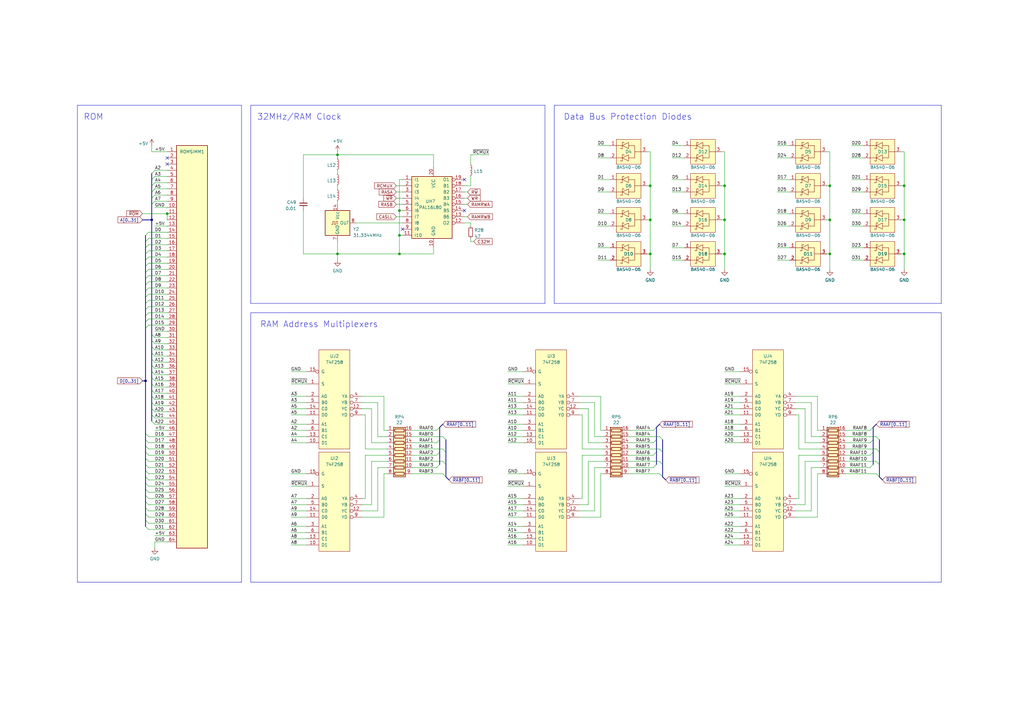
<source format=kicad_sch>
(kicad_sch (version 20230121) (generator eeschema)

  (uuid 8d55e186-3e11-40e8-a65e-b36a8a00069e)

  (paper "A3")

  (title_block
    (title "ROM & RAM Address Muxes")
    (date "2022-10-15")
    (rev "5")
    (company "Simplified by James Wood — j-w.co")
  )

  

  (junction (at 340.36 76.2) (diameter 0) (color 0 0 0 0)
    (uuid 066b2cb8-d0fc-41ce-b940-84e5c588a66c)
  )
  (junction (at 62.23 90.17) (diameter 0) (color 0 0 0 0)
    (uuid 0e5947b5-28b4-481d-b986-c511a80c7617)
  )
  (junction (at 297.18 76.2) (diameter 0) (color 0 0 0 0)
    (uuid 162fcab1-bfcb-4f68-8fcb-96300c9f0265)
  )
  (junction (at 163.83 96.52) (diameter 0) (color 0 0 0 0)
    (uuid 17589c9a-80ce-4603-8ce6-547bed2c1b2f)
  )
  (junction (at 59.69 156.21) (diameter 0) (color 0 0 0 0)
    (uuid 1f2e3a5f-2497-4703-949b-9f0328c9cd2b)
  )
  (junction (at 370.84 90.17) (diameter 0) (color 0 0 0 0)
    (uuid 1f36597e-88bd-45ef-819d-b294c527953b)
  )
  (junction (at 297.18 104.14) (diameter 0) (color 0 0 0 0)
    (uuid 210c583b-b99d-43b9-9980-70a6045eed39)
  )
  (junction (at 370.84 76.2) (diameter 0) (color 0 0 0 0)
    (uuid 2780fe0d-86aa-4807-ad03-4de1dc85a148)
  )
  (junction (at 138.43 63.5) (diameter 0) (color 0 0 0 0)
    (uuid 298320cf-6135-4bb4-9691-ca00d03b9a4e)
  )
  (junction (at 266.7 90.17) (diameter 0) (color 0 0 0 0)
    (uuid 526b77a4-b214-4582-9666-9d37d21fabb6)
  )
  (junction (at 68.58 87.63) (diameter 0) (color 0 0 0 0)
    (uuid 595d12a4-4aaa-43f8-8ab4-03a0dd810c06)
  )
  (junction (at 370.84 104.14) (diameter 0) (color 0 0 0 0)
    (uuid 6142fead-75c1-4f2e-87e8-7874091954de)
  )
  (junction (at 266.7 104.14) (diameter 0) (color 0 0 0 0)
    (uuid 6b0be916-bd8d-4faf-acbc-350ee7fcc4a2)
  )
  (junction (at 266.7 76.2) (diameter 0) (color 0 0 0 0)
    (uuid 91046371-0553-4dd2-9d27-48287cec02ef)
  )
  (junction (at 138.43 104.14) (diameter 0) (color 0 0 0 0)
    (uuid 9aeca606-c723-429b-85de-3e0664fe0e3b)
  )
  (junction (at 340.36 104.14) (diameter 0) (color 0 0 0 0)
    (uuid c91be36a-b43f-41ef-85f4-57aebef94b1f)
  )
  (junction (at 340.36 90.17) (diameter 0) (color 0 0 0 0)
    (uuid cea7c714-f9c0-40ba-8d06-a66c594501d5)
  )
  (junction (at 297.18 90.17) (diameter 0) (color 0 0 0 0)
    (uuid dec18bec-ed9f-463c-b195-f014185a8fdc)
  )
  (junction (at 163.83 104.14) (diameter 0) (color 0 0 0 0)
    (uuid e66b4ea4-e986-4e06-9ed6-fb803cd5f5d6)
  )
  (junction (at 163.83 86.36) (diameter 0) (color 0 0 0 0)
    (uuid fc654181-51a6-4f98-bc76-4c7e056b5bec)
  )

  (no_connect (at 68.58 64.77) (uuid 2f215f15-3d52-4c91-93e6-3ea03a95622f))
  (no_connect (at 190.5 73.66) (uuid 30c33e3e-fb78-498d-bffe-76273d527004))
  (no_connect (at 190.5 86.36) (uuid 5b0a5a46-7b51-4262-a80e-d33dd1806615))
  (no_connect (at 68.58 67.31) (uuid 8da933a9-35f8-42e6-8504-d1bab7264306))
  (no_connect (at 165.1 93.98) (uuid ae52ad63-0c2e-4c29-88f9-32cae5d50556))

  (bus_entry (at 360.68 195.58) (size -1.27 -1.27)
    (stroke (width 0) (type default))
    (uuid 0008a2f4-1af0-458d-832c-519efaf1844b)
  )
  (bus_entry (at 269.24 180.34) (size -1.27 1.27)
    (stroke (width 0) (type default))
    (uuid 0118eeeb-a733-49e4-948c-d353f6696944)
  )
  (bus_entry (at 59.69 182.88) (size 1.27 1.27)
    (stroke (width 0) (type default))
    (uuid 04470433-a228-4baa-9a08-8d9e1bd9f158)
  )
  (bus_entry (at 59.69 195.58) (size 1.27 1.27)
    (stroke (width 0) (type default))
    (uuid 045fa221-4ea8-4458-855c-d53a9ae9f0fe)
  )
  (bus_entry (at 62.23 172.72) (size 1.27 1.27)
    (stroke (width 0) (type default))
    (uuid 10adb587-23de-4e5b-89de-331832f0092e)
  )
  (bus_entry (at 59.69 109.22) (size 1.27 -1.27)
    (stroke (width 0) (type default))
    (uuid 13606772-632a-4980-ac93-d1d87b9868c1)
  )
  (bus_entry (at 271.78 180.34) (size -1.27 -1.27)
    (stroke (width 0) (type default))
    (uuid 14076771-10a3-4d22-94b3-16e61963c7cb)
  )
  (bus_entry (at 62.23 142.24) (size 1.27 1.27)
    (stroke (width 0) (type default))
    (uuid 18c2ee8a-bcf9-4010-8f2e-833b1f3928f1)
  )
  (bus_entry (at 271.78 185.42) (size -1.27 -1.27)
    (stroke (width 0) (type default))
    (uuid 2184e618-db05-483d-9cf1-ac26b81d5f3c)
  )
  (bus_entry (at 59.69 121.92) (size 1.27 -1.27)
    (stroke (width 0) (type default))
    (uuid 275888a8-be0b-49b2-bb1d-6f02ee3ea7c0)
  )
  (bus_entry (at 62.23 73.66) (size 1.27 -1.27)
    (stroke (width 0) (type default))
    (uuid 2a2b040d-e6f2-4d6b-8076-cc326148f061)
  )
  (bus_entry (at 360.68 180.34) (size -1.27 -1.27)
    (stroke (width 0) (type default))
    (uuid 2c4ed0a1-946d-4e63-afcd-7563aea621fd)
  )
  (bus_entry (at 62.23 170.18) (size 1.27 1.27)
    (stroke (width 0) (type default))
    (uuid 2e1934b7-434d-47d8-9f0f-ed675252b9af)
  )
  (bus_entry (at 180.34 190.5) (size -1.27 1.27)
    (stroke (width 0) (type default))
    (uuid 2fde55aa-7f9c-4231-8b60-bd42c05526e1)
  )
  (bus_entry (at 59.69 215.9) (size 1.27 1.27)
    (stroke (width 0) (type default))
    (uuid 336c831b-4a7f-45e9-9969-f56738aa8e0a)
  )
  (bus_entry (at 62.23 152.4) (size 1.27 1.27)
    (stroke (width 0) (type default))
    (uuid 34178462-b823-4383-b339-42b31e75171e)
  )
  (bus_entry (at 59.69 187.96) (size 1.27 1.27)
    (stroke (width 0) (type default))
    (uuid 353b106a-7cfd-4b46-be28-af93958769c0)
  )
  (bus_entry (at 59.69 190.5) (size 1.27 1.27)
    (stroke (width 0) (type default))
    (uuid 39ba67ed-918e-419b-a873-205898d0ac44)
  )
  (bus_entry (at 59.69 205.74) (size 1.27 1.27)
    (stroke (width 0) (type default))
    (uuid 3a021fba-21dc-47f6-96c5-fdeb07e08a05)
  )
  (bus_entry (at 59.69 185.42) (size 1.27 1.27)
    (stroke (width 0) (type default))
    (uuid 3bae21a5-551d-4e34-9aec-4c809ed10c26)
  )
  (bus_entry (at 182.88 190.5) (size -1.27 -1.27)
    (stroke (width 0) (type default))
    (uuid 3c74e5d4-3e05-4643-9042-af5275a1658a)
  )
  (bus_entry (at 62.23 157.48) (size 1.27 1.27)
    (stroke (width 0) (type default))
    (uuid 3d4c313d-a222-433e-aaf8-2897e6da221f)
  )
  (bus_entry (at 269.24 175.26) (size -1.27 1.27)
    (stroke (width 0) (type default))
    (uuid 46be7dee-e3ce-4421-9388-06d4822fb5a1)
  )
  (bus_entry (at 62.23 149.86) (size 1.27 1.27)
    (stroke (width 0) (type default))
    (uuid 4795ee65-dd4a-4e98-a629-daef46821ddf)
  )
  (bus_entry (at 182.88 185.42) (size -1.27 -1.27)
    (stroke (width 0) (type default))
    (uuid 4a27820c-8ca0-4882-9292-8b035dcb4545)
  )
  (bus_entry (at 59.69 129.54) (size 1.27 -1.27)
    (stroke (width 0) (type default))
    (uuid 4c03f674-16be-410d-8221-687ce95c3e15)
  )
  (bus_entry (at 180.34 175.26) (size -1.27 1.27)
    (stroke (width 0) (type default))
    (uuid 4d60a24d-9cae-4d8a-94fc-091e0def182b)
  )
  (bus_entry (at 59.69 193.04) (size 1.27 1.27)
    (stroke (width 0) (type default))
    (uuid 541a9aa2-4093-48b9-972e-9b66c36bea6d)
  )
  (bus_entry (at 62.23 147.32) (size 1.27 1.27)
    (stroke (width 0) (type default))
    (uuid 5a2721ad-683b-4dcc-bc00-d21b87bbaa2d)
  )
  (bus_entry (at 59.69 106.68) (size 1.27 -1.27)
    (stroke (width 0) (type default))
    (uuid 5ce559bd-5888-4aaf-8442-da0a31c67c6d)
  )
  (bus_entry (at 59.69 198.12) (size 1.27 1.27)
    (stroke (width 0) (type default))
    (uuid 5d72066d-d452-46e1-8efc-6b3f515d32df)
  )
  (bus_entry (at 271.78 190.5) (size -1.27 -1.27)
    (stroke (width 0) (type default))
    (uuid 5d95b459-124e-4321-9cd8-eed671db9c47)
  )
  (bus_entry (at 59.69 203.2) (size 1.27 1.27)
    (stroke (width 0) (type default))
    (uuid 5f079e40-9690-4714-990f-1255e3f02eb6)
  )
  (bus_entry (at 182.88 195.58) (size -1.27 -1.27)
    (stroke (width 0) (type default))
    (uuid 6439585f-e1ee-4131-87d1-e0ca55e1ba0e)
  )
  (bus_entry (at 358.14 180.34) (size -1.27 1.27)
    (stroke (width 0) (type default))
    (uuid 67a11b86-69a5-40ea-9a29-4456db8ed477)
  )
  (bus_entry (at 358.14 185.42) (size -1.27 1.27)
    (stroke (width 0) (type default))
    (uuid 684b4735-4df3-4de9-a8c7-c1edfb2c2d09)
  )
  (bus_entry (at 269.24 185.42) (size -1.27 1.27)
    (stroke (width 0) (type default))
    (uuid 6863203a-86ed-47f4-bc68-51a564537320)
  )
  (bus_entry (at 59.69 124.46) (size 1.27 -1.27)
    (stroke (width 0) (type default))
    (uuid 6a0189ec-f3e9-4bd6-a471-f260038f16a4)
  )
  (bus_entry (at 180.34 180.34) (size -1.27 1.27)
    (stroke (width 0) (type default))
    (uuid 6e3eab97-2d98-4d83-8f39-0216cf1a9ee9)
  )
  (bus_entry (at 59.69 127) (size 1.27 -1.27)
    (stroke (width 0) (type default))
    (uuid 735eb25f-f31e-405d-8e2a-56ad114a1f1e)
  )
  (bus_entry (at 59.69 200.66) (size 1.27 1.27)
    (stroke (width 0) (type default))
    (uuid 75e71e20-21cd-4ca0-9bc3-17b4a189d17d)
  )
  (bus_entry (at 59.69 177.8) (size 1.27 1.27)
    (stroke (width 0) (type default))
    (uuid 76376aba-1fca-45e7-9583-bad759bda708)
  )
  (bus_entry (at 269.24 190.5) (size -1.27 1.27)
    (stroke (width 0) (type default))
    (uuid 77b30a04-fac1-4086-a479-2f14826dfb38)
  )
  (bus_entry (at 59.69 208.28) (size 1.27 1.27)
    (stroke (width 0) (type default))
    (uuid 7c2bfa27-c8a1-4f7d-aa9f-1b7dbc515432)
  )
  (bus_entry (at 59.69 111.76) (size 1.27 -1.27)
    (stroke (width 0) (type default))
    (uuid 7df5174a-2c2e-447d-9d54-698e3195ff2f)
  )
  (bus_entry (at 59.69 99.06) (size 1.27 -1.27)
    (stroke (width 0) (type default))
    (uuid 86ea3a85-ad0b-4392-b12c-512f11a714aa)
  )
  (bus_entry (at 358.14 175.26) (size -1.27 1.27)
    (stroke (width 0) (type default))
    (uuid 870dc270-a046-438f-9c1a-4130a9ac0872)
  )
  (bus_entry (at 62.23 144.78) (size 1.27 1.27)
    (stroke (width 0) (type default))
    (uuid 8c230a9c-47f9-43ba-86a9-55bd2716a2f5)
  )
  (bus_entry (at 59.69 104.14) (size 1.27 -1.27)
    (stroke (width 0) (type default))
    (uuid 8ebaeffc-cbf2-4a05-b586-b6de66b1fde2)
  )
  (bus_entry (at 59.69 116.84) (size 1.27 -1.27)
    (stroke (width 0) (type default))
    (uuid 9090b75d-ece4-4043-be9f-db3280c8fb24)
  )
  (bus_entry (at 62.23 137.16) (size 1.27 1.27)
    (stroke (width 0) (type default))
    (uuid 9517cd95-6ce2-4b29-b9bf-e752367de012)
  )
  (bus_entry (at 59.69 213.36) (size 1.27 1.27)
    (stroke (width 0) (type default))
    (uuid 95471bed-a614-43d2-9643-1cce0e5e7cb2)
  )
  (bus_entry (at 62.23 162.56) (size 1.27 1.27)
    (stroke (width 0) (type default))
    (uuid 98887f33-b6f6-4cbe-838d-dc857ea9e65d)
  )
  (bus_entry (at 358.14 190.5) (size -1.27 1.27)
    (stroke (width 0) (type default))
    (uuid a0474536-de74-4ac3-9d6a-2ce44474fd60)
  )
  (bus_entry (at 62.23 160.02) (size 1.27 1.27)
    (stroke (width 0) (type default))
    (uuid a53efde3-6b1f-41a9-b38b-703245f4b53b)
  )
  (bus_entry (at 360.68 190.5) (size -1.27 -1.27)
    (stroke (width 0) (type default))
    (uuid a7353b92-23c4-4aaa-a6b4-362a0263917d)
  )
  (bus_entry (at 59.69 119.38) (size 1.27 -1.27)
    (stroke (width 0) (type default))
    (uuid a76c399c-d88c-46bd-a535-c4c2b09efdc1)
  )
  (bus_entry (at 182.88 180.34) (size -1.27 -1.27)
    (stroke (width 0) (type default))
    (uuid a85ee64f-5124-4675-9128-169740ddcb19)
  )
  (bus_entry (at 180.34 185.42) (size -1.27 1.27)
    (stroke (width 0) (type default))
    (uuid a8c5b3d0-8045-4fe8-afcd-075fee54e024)
  )
  (bus_entry (at 62.23 139.7) (size 1.27 1.27)
    (stroke (width 0) (type default))
    (uuid b98834c9-3f86-4002-8287-0de1b291bc60)
  )
  (bus_entry (at 62.23 167.64) (size 1.27 1.27)
    (stroke (width 0) (type default))
    (uuid bc3769b6-55ac-462c-9eb5-cf7dda04fc19)
  )
  (bus_entry (at 59.69 132.08) (size 1.27 -1.27)
    (stroke (width 0) (type default))
    (uuid bf95b81c-16a1-4f94-b202-0fa46ec7f856)
  )
  (bus_entry (at 271.78 195.58) (size -1.27 -1.27)
    (stroke (width 0) (type default))
    (uuid c5592ef4-e220-41fe-adad-e7389094af0e)
  )
  (bus_entry (at 59.69 180.34) (size 1.27 1.27)
    (stroke (width 0) (type default))
    (uuid cd97c567-984d-4e82-b742-b6fc718a88b6)
  )
  (bus_entry (at 59.69 114.3) (size 1.27 -1.27)
    (stroke (width 0) (type default))
    (uuid ceac04ad-0c5d-482a-aaa8-fb070a9922b0)
  )
  (bus_entry (at 360.68 185.42) (size -1.27 -1.27)
    (stroke (width 0) (type default))
    (uuid d5169efd-8ead-480c-9095-c676b895f77b)
  )
  (bus_entry (at 59.69 134.62) (size 1.27 -1.27)
    (stroke (width 0) (type default))
    (uuid d59ae52b-ab4a-4be5-8164-ac53ad508fec)
  )
  (bus_entry (at 62.23 76.2) (size 1.27 -1.27)
    (stroke (width 0) (type default))
    (uuid da33cfc5-20a3-4c52-844b-d6b31027e075)
  )
  (bus_entry (at 59.69 96.52) (size 1.27 -1.27)
    (stroke (width 0) (type default))
    (uuid e0eec01c-904c-4ab6-a377-cd6c4faa067f)
  )
  (bus_entry (at 59.69 101.6) (size 1.27 -1.27)
    (stroke (width 0) (type default))
    (uuid e2d39b41-85b1-4bca-882e-76aab904c2fd)
  )
  (bus_entry (at 62.23 71.12) (size 1.27 -1.27)
    (stroke (width 0) (type default))
    (uuid eb00c1ed-3e32-4ec9-94b6-b66fbd9fc9bb)
  )
  (bus_entry (at 59.69 210.82) (size 1.27 1.27)
    (stroke (width 0) (type default))
    (uuid ebff0017-b88c-4134-bd37-62141d34875f)
  )
  (bus_entry (at 62.23 154.94) (size 1.27 1.27)
    (stroke (width 0) (type default))
    (uuid ec91620f-9f50-4561-84b7-4ca4dfcd92a3)
  )
  (bus_entry (at 62.23 81.28) (size 1.27 -1.27)
    (stroke (width 0) (type default))
    (uuid ee8c7a24-7bb7-458d-9dd9-08638baf03e9)
  )
  (bus_entry (at 62.23 78.74) (size 1.27 -1.27)
    (stroke (width 0) (type default))
    (uuid efa7e539-a765-4b92-9649-890583ed1710)
  )
  (bus_entry (at 62.23 165.1) (size 1.27 1.27)
    (stroke (width 0) (type default))
    (uuid f1765f76-4c3e-4f47-804f-4817fe4245ab)
  )
  (bus_entry (at 62.23 83.82) (size 1.27 -1.27)
    (stroke (width 0) (type default))
    (uuid f8b28aae-aab4-4307-82df-fbf83378ae15)
  )

  (wire (pts (xy 340.36 62.23) (xy 339.09 62.23))
    (stroke (width 0) (type default))
    (uuid 0006ecf3-d28b-4953-83f5-c1c30e0f980c)
  )
  (wire (pts (xy 168.91 194.31) (xy 181.61 194.31))
    (stroke (width 0) (type default))
    (uuid 01e76cd1-7585-4f14-9448-fcf4fbab074b)
  )
  (wire (pts (xy 297.18 199.39) (xy 303.53 199.39))
    (stroke (width 0) (type default))
    (uuid 01f14793-d168-4556-aaa1-cce213953c12)
  )
  (wire (pts (xy 238.76 204.47) (xy 238.76 186.69))
    (stroke (width 0) (type default))
    (uuid 03846009-0cd8-4a12-9f56-dd982115d674)
  )
  (wire (pts (xy 257.81 186.69) (xy 267.97 186.69))
    (stroke (width 0) (type default))
    (uuid 0389acda-4cc4-4baf-87aa-f8d1199ca688)
  )
  (wire (pts (xy 68.58 153.67) (xy 63.5 153.67))
    (stroke (width 0) (type default))
    (uuid 03caada9-9e22-4e2d-9035-b15433dfbb17)
  )
  (bus (pts (xy 273.05 196.85) (xy 271.78 195.58))
    (stroke (width 0) (type default))
    (uuid 03fbdb19-0e0f-4818-b13b-7cb13dafc92f)
  )
  (bus (pts (xy 59.69 111.76) (xy 59.69 109.22))
    (stroke (width 0) (type default))
    (uuid 0498d57e-bbf7-493d-b51d-6dc6e1dea8b6)
  )
  (bus (pts (xy 271.78 185.42) (xy 271.78 180.34))
    (stroke (width 0) (type default))
    (uuid 04bd2b2c-5d1f-483e-affe-3b7275065799)
  )

  (wire (pts (xy 60.96 196.85) (xy 68.58 196.85))
    (stroke (width 0) (type default))
    (uuid 065d23d9-c65a-4a58-8457-eca9dfab0ce0)
  )
  (wire (pts (xy 208.28 167.64) (xy 214.63 167.64))
    (stroke (width 0) (type default))
    (uuid 06aaf22f-f2a7-4de1-a4ed-7567d04556ac)
  )
  (wire (pts (xy 60.96 209.55) (xy 68.58 209.55))
    (stroke (width 0) (type default))
    (uuid 0755aee5-bc01-4cb5-b830-583289df50a3)
  )
  (wire (pts (xy 327.66 204.47) (xy 327.66 186.69))
    (stroke (width 0) (type default))
    (uuid 077addb3-cfc7-412b-9d07-b536008165f0)
  )
  (wire (pts (xy 370.84 90.17) (xy 369.57 90.17))
    (stroke (width 0) (type default))
    (uuid 087fafad-8a05-4be4-b2c4-e4e0a1c29647)
  )
  (wire (pts (xy 163.83 86.36) (xy 165.1 86.36))
    (stroke (width 0) (type default))
    (uuid 08b07454-ccc6-4387-9396-172118246610)
  )
  (bus (pts (xy 62.23 139.7) (xy 62.23 142.24))
    (stroke (width 0) (type default))
    (uuid 08ee8224-80d8-4e6f-961f-cd40312315cd)
  )

  (wire (pts (xy 297.18 104.14) (xy 297.18 110.49))
    (stroke (width 0) (type default))
    (uuid 097b27d2-2f33-401c-a69f-c4afbedf977f)
  )
  (wire (pts (xy 208.28 194.31) (xy 214.63 194.31))
    (stroke (width 0) (type default))
    (uuid 09873cd2-fe07-4db0-9ee6-7282f764511d)
  )
  (bus (pts (xy 59.69 185.42) (xy 59.69 187.96))
    (stroke (width 0) (type default))
    (uuid 0a203695-64c1-4bba-b388-e1b3f68228bc)
  )
  (bus (pts (xy 269.24 185.42) (xy 269.24 190.5))
    (stroke (width 0) (type default))
    (uuid 0b4006e5-6345-4e5c-a0a0-086986c23fa7)
  )

  (wire (pts (xy 208.28 165.1) (xy 214.63 165.1))
    (stroke (width 0) (type default))
    (uuid 0c6d7997-00fa-4d50-bf73-a3bd8cc8dd6e)
  )
  (wire (pts (xy 138.43 104.14) (xy 163.83 104.14))
    (stroke (width 0) (type default))
    (uuid 0c9d17dd-0c2a-49e6-8680-ea60f32f4c19)
  )
  (wire (pts (xy 154.94 191.77) (xy 158.75 191.77))
    (stroke (width 0) (type default))
    (uuid 0cc45b5b-96b3-4284-9cae-a3a9e324a916)
  )
  (wire (pts (xy 370.84 62.23) (xy 370.84 76.2))
    (stroke (width 0) (type default))
    (uuid 0d32380f-c059-4848-96b4-0744f901cbc0)
  )
  (wire (pts (xy 63.5 158.75) (xy 68.58 158.75))
    (stroke (width 0) (type default))
    (uuid 0ff508fd-18da-4ab7-9844-3c8a28c2587e)
  )
  (wire (pts (xy 138.43 82.55) (xy 138.43 83.82))
    (stroke (width 0) (type default))
    (uuid 104308fe-3eb7-4253-a868-15d7990c0e60)
  )
  (wire (pts (xy 148.59 207.01) (xy 152.4 207.01))
    (stroke (width 0) (type default))
    (uuid 109caac1-5036-4f23-9a66-f569d871501b)
  )
  (wire (pts (xy 119.38 179.07) (xy 125.73 179.07))
    (stroke (width 0) (type default))
    (uuid 10ce292a-6e6d-416d-b7cf-589a83b38691)
  )
  (wire (pts (xy 297.18 90.17) (xy 297.18 104.14))
    (stroke (width 0) (type default))
    (uuid 11d1f6c5-0a8b-4108-9ae0-7f224cb96bc0)
  )
  (wire (pts (xy 326.39 209.55) (xy 332.74 209.55))
    (stroke (width 0) (type default))
    (uuid 11df3841-e901-4db6-a9a3-cfefcbb8e783)
  )
  (wire (pts (xy 68.58 130.81) (xy 60.96 130.81))
    (stroke (width 0) (type default))
    (uuid 12422a89-3d0c-485c-9386-f77121fd68fd)
  )
  (polyline (pts (xy 386.08 238.76) (xy 102.87 238.76))
    (stroke (width 0) (type default))
    (uuid 126181ed-2564-43dd-8098-136d5832193d)
  )

  (bus (pts (xy 62.23 165.1) (xy 62.23 167.64))
    (stroke (width 0) (type default))
    (uuid 12a16ed1-290c-4b2f-93b9-61b3e5472ce3)
  )

  (wire (pts (xy 119.38 181.61) (xy 125.73 181.61))
    (stroke (width 0) (type default))
    (uuid 12a79c3b-27a7-4d3e-8142-b7e2caf8dc06)
  )
  (wire (pts (xy 318.77 78.74) (xy 323.85 78.74))
    (stroke (width 0) (type default))
    (uuid 12ec7dda-5f5f-4d3c-aa96-5859ff6663b9)
  )
  (wire (pts (xy 238.76 184.15) (xy 247.65 184.15))
    (stroke (width 0) (type default))
    (uuid 12ed1cbd-905b-4369-a7a8-b7c136cda3d3)
  )
  (wire (pts (xy 68.58 166.37) (xy 63.5 166.37))
    (stroke (width 0) (type default))
    (uuid 13c0ff76-ed71-4cd9-abb0-92c376825d5d)
  )
  (wire (pts (xy 119.38 212.09) (xy 125.73 212.09))
    (stroke (width 0) (type default))
    (uuid 141bb7cd-fcbc-48a7-a8c8-48c76172d293)
  )
  (wire (pts (xy 275.59 106.68) (xy 280.67 106.68))
    (stroke (width 0) (type default))
    (uuid 141cbbe2-4f20-471e-bd1e-517b26586b54)
  )
  (wire (pts (xy 119.38 152.4) (xy 125.73 152.4))
    (stroke (width 0) (type default))
    (uuid 1436b359-a09c-4e73-88c4-84d000619391)
  )
  (wire (pts (xy 297.18 173.99) (xy 303.53 173.99))
    (stroke (width 0) (type default))
    (uuid 143ed874-a01f-4ced-ba4e-bbb66ddd1f70)
  )
  (wire (pts (xy 63.5 222.25) (xy 63.5 224.79))
    (stroke (width 0) (type default))
    (uuid 14c51520-6d91-4098-a59a-5121f2a898f7)
  )
  (wire (pts (xy 335.28 194.31) (xy 335.28 212.09))
    (stroke (width 0) (type default))
    (uuid 1564ec17-8176-4e3f-ba66-2a1d4c7650a7)
  )
  (wire (pts (xy 119.38 167.64) (xy 125.73 167.64))
    (stroke (width 0) (type default))
    (uuid 1572ad4e-b54d-4b93-b355-f2928a498c8f)
  )
  (bus (pts (xy 59.69 193.04) (xy 59.69 195.58))
    (stroke (width 0) (type default))
    (uuid 15efb856-683b-495a-837d-5cbf620f321e)
  )

  (wire (pts (xy 247.65 176.53) (xy 246.38 176.53))
    (stroke (width 0) (type default))
    (uuid 174e9504-77f1-4a4a-813f-385a6d6ff301)
  )
  (wire (pts (xy 297.18 76.2) (xy 295.91 76.2))
    (stroke (width 0) (type default))
    (uuid 17e0478d-7f7b-407f-ab68-e1b5f265cafb)
  )
  (wire (pts (xy 208.28 199.39) (xy 214.63 199.39))
    (stroke (width 0) (type default))
    (uuid 18330f81-963e-443d-84b8-0c51b7bea387)
  )
  (wire (pts (xy 266.7 76.2) (xy 266.7 90.17))
    (stroke (width 0) (type default))
    (uuid 187e764d-458b-4f14-b383-686e2dc86310)
  )
  (wire (pts (xy 346.71 189.23) (xy 359.41 189.23))
    (stroke (width 0) (type default))
    (uuid 189b7780-4191-48eb-b942-44a290f3023e)
  )
  (wire (pts (xy 257.81 176.53) (xy 267.97 176.53))
    (stroke (width 0) (type default))
    (uuid 194a6bc6-3ac1-4570-911f-c8a13b8281d6)
  )
  (wire (pts (xy 149.86 186.69) (xy 158.75 186.69))
    (stroke (width 0) (type default))
    (uuid 19b0959e-a79b-43b2-a5ad-525ced7e9131)
  )
  (wire (pts (xy 68.58 97.79) (xy 60.96 97.79))
    (stroke (width 0) (type default))
    (uuid 1a6d2848-e78e-49fe-8978-e1890f07836f)
  )
  (bus (pts (xy 184.15 196.85) (xy 182.88 195.58))
    (stroke (width 0) (type default))
    (uuid 1bd28118-0821-4eb6-9055-70579a2f358c)
  )
  (bus (pts (xy 59.69 182.88) (xy 59.69 185.42))
    (stroke (width 0) (type default))
    (uuid 1dc3e929-07c1-4770-81ff-2f4d7779dace)
  )

  (wire (pts (xy 346.71 194.31) (xy 359.41 194.31))
    (stroke (width 0) (type default))
    (uuid 1ee1176f-9be1-4586-82d1-1ae5f7701ae3)
  )
  (wire (pts (xy 68.58 156.21) (xy 63.5 156.21))
    (stroke (width 0) (type default))
    (uuid 1f3003e6-dce5-420f-906b-3f1e92b67249)
  )
  (wire (pts (xy 149.86 170.18) (xy 149.86 184.15))
    (stroke (width 0) (type default))
    (uuid 1f78100e-865d-404e-8351-fe1ff703fadd)
  )
  (wire (pts (xy 208.28 170.18) (xy 214.63 170.18))
    (stroke (width 0) (type default))
    (uuid 201515ac-0246-4592-9b0c-fe7bf7d87106)
  )
  (wire (pts (xy 162.56 76.2) (xy 165.1 76.2))
    (stroke (width 0) (type default))
    (uuid 20286e45-7448-407a-85d1-7197d3d7d23a)
  )
  (wire (pts (xy 318.77 73.66) (xy 323.85 73.66))
    (stroke (width 0) (type default))
    (uuid 2036865f-4eb8-4dad-8d6c-4ad5df169eec)
  )
  (wire (pts (xy 340.36 76.2) (xy 339.09 76.2))
    (stroke (width 0) (type default))
    (uuid 217f0549-f202-49e1-80ee-e2e0a2bf602f)
  )
  (wire (pts (xy 266.7 90.17) (xy 265.43 90.17))
    (stroke (width 0) (type default))
    (uuid 219b1e1b-80b4-4711-a069-b88c566130b9)
  )
  (wire (pts (xy 245.11 106.68) (xy 250.19 106.68))
    (stroke (width 0) (type default))
    (uuid 221bcaec-e691-4b81-a565-7f5328fcea4b)
  )
  (wire (pts (xy 297.18 223.52) (xy 303.53 223.52))
    (stroke (width 0) (type default))
    (uuid 224768bc-6009-43ba-aa4a-70cbaa15b5a3)
  )
  (wire (pts (xy 275.59 92.71) (xy 280.67 92.71))
    (stroke (width 0) (type default))
    (uuid 22966862-02eb-4133-a3e1-1da1c73153c8)
  )
  (wire (pts (xy 340.36 62.23) (xy 340.36 76.2))
    (stroke (width 0) (type default))
    (uuid 237c922f-904b-484a-a30f-42ddfb30581a)
  )
  (wire (pts (xy 208.28 162.56) (xy 214.63 162.56))
    (stroke (width 0) (type default))
    (uuid 23907af6-259b-458d-9370-8540106eb2df)
  )
  (wire (pts (xy 193.04 72.39) (xy 193.04 76.2))
    (stroke (width 0) (type default))
    (uuid 23cf7ef9-301e-4f91-b148-b831cc93a7e3)
  )
  (wire (pts (xy 63.5 85.09) (xy 68.58 85.09))
    (stroke (width 0) (type default))
    (uuid 23f03f08-ffd5-484d-8f73-38604bf789f4)
  )
  (bus (pts (xy 358.14 185.42) (xy 358.14 190.5))
    (stroke (width 0) (type default))
    (uuid 24184f84-cc9c-4f4a-b5c1-38479e02bb9d)
  )

  (wire (pts (xy 275.59 59.69) (xy 280.67 59.69))
    (stroke (width 0) (type default))
    (uuid 24601c8b-20f3-4702-a9e5-26049eed8ad9)
  )
  (wire (pts (xy 168.91 191.77) (xy 179.07 191.77))
    (stroke (width 0) (type default))
    (uuid 24d9c762-81a6-4206-905f-1d2ae5863ecf)
  )
  (wire (pts (xy 68.58 100.33) (xy 60.96 100.33))
    (stroke (width 0) (type default))
    (uuid 25d545dc-8f50-4573-922c-35ef5a2a3a19)
  )
  (wire (pts (xy 148.59 170.18) (xy 149.86 170.18))
    (stroke (width 0) (type default))
    (uuid 26517b01-9ca0-40d5-bc0e-d9d8aef8ace0)
  )
  (wire (pts (xy 257.81 181.61) (xy 267.97 181.61))
    (stroke (width 0) (type default))
    (uuid 27bb3b06-f0cd-4e89-84fc-e2c4d8a0d081)
  )
  (bus (pts (xy 62.23 81.28) (xy 62.23 78.74))
    (stroke (width 0) (type default))
    (uuid 27c3ed4d-4afb-4332-88d6-852ad3481e6e)
  )

  (wire (pts (xy 370.84 90.17) (xy 370.84 104.14))
    (stroke (width 0) (type default))
    (uuid 282551b6-222a-4cc6-a200-3cbaddda051a)
  )
  (wire (pts (xy 297.18 165.1) (xy 303.53 165.1))
    (stroke (width 0) (type default))
    (uuid 2891767f-251c-48c4-91c0-deb1b368f45c)
  )
  (polyline (pts (xy 223.52 124.46) (xy 102.87 124.46))
    (stroke (width 0) (type default))
    (uuid 2917ec0b-c4aa-42fa-9550-69411dedfda3)
  )

  (wire (pts (xy 257.81 184.15) (xy 270.51 184.15))
    (stroke (width 0) (type default))
    (uuid 29935e2d-2d43-48a1-a714-1f8c8ddeb4fb)
  )
  (wire (pts (xy 63.5 135.89) (xy 68.58 135.89))
    (stroke (width 0) (type default))
    (uuid 2b075c23-ecf3-4c71-bb78-132986da0016)
  )
  (wire (pts (xy 119.38 162.56) (xy 125.73 162.56))
    (stroke (width 0) (type default))
    (uuid 2b861ec8-30c6-432c-bd4e-d8b52c92dec0)
  )
  (wire (pts (xy 297.18 220.98) (xy 303.53 220.98))
    (stroke (width 0) (type default))
    (uuid 2bbc7ede-3bdf-4959-8487-0f7f4d3816d3)
  )
  (bus (pts (xy 62.23 144.78) (xy 62.23 147.32))
    (stroke (width 0) (type default))
    (uuid 2ccd1e03-0ad7-436d-8dd5-6dbfb1ee5b3a)
  )
  (bus (pts (xy 59.69 99.06) (xy 59.69 101.6))
    (stroke (width 0) (type default))
    (uuid 2cead734-4a37-4540-939a-1374d66763b5)
  )

  (wire (pts (xy 327.66 204.47) (xy 326.39 204.47))
    (stroke (width 0) (type default))
    (uuid 2d704c3d-2e19-4e9f-8b0a-656dcb1f5bba)
  )
  (wire (pts (xy 297.18 194.31) (xy 303.53 194.31))
    (stroke (width 0) (type default))
    (uuid 2dad4d60-23b3-4eb4-897a-35bb304fe5f9)
  )
  (wire (pts (xy 62.23 62.23) (xy 68.58 62.23))
    (stroke (width 0) (type default))
    (uuid 2db86301-d51d-4b55-bee8-8af78302393d)
  )
  (wire (pts (xy 119.38 209.55) (xy 125.73 209.55))
    (stroke (width 0) (type default))
    (uuid 30ac8623-851e-49d1-98bc-e2d33dad558b)
  )
  (wire (pts (xy 326.39 207.01) (xy 330.2 207.01))
    (stroke (width 0) (type default))
    (uuid 31107a5c-2303-43f3-9dc8-8c39ec32db20)
  )
  (wire (pts (xy 152.4 207.01) (xy 152.4 189.23))
    (stroke (width 0) (type default))
    (uuid 31540a7e-dc9e-4e4d-96b1-dab15efa5f4b)
  )
  (bus (pts (xy 58.42 90.17) (xy 62.23 90.17))
    (stroke (width 0) (type default))
    (uuid 31ef0d16-4543-4abf-9ffc-5c3fc85b8631)
  )

  (wire (pts (xy 138.43 69.85) (xy 138.43 71.12))
    (stroke (width 0) (type default))
    (uuid 3357c486-2c76-474c-b04d-5e7580f79ff9)
  )
  (wire (pts (xy 241.3 207.01) (xy 241.3 189.23))
    (stroke (width 0) (type default))
    (uuid 337bdb44-d627-4aab-94d5-b24c32fe3897)
  )
  (wire (pts (xy 168.91 184.15) (xy 181.61 184.15))
    (stroke (width 0) (type default))
    (uuid 33a38805-a490-44e0-9c98-3106e120521f)
  )
  (polyline (pts (xy 31.75 43.18) (xy 31.75 238.76))
    (stroke (width 0) (type default))
    (uuid 3453890b-4070-40dd-b79d-af1e4667a61e)
  )

  (wire (pts (xy 60.96 181.61) (xy 68.58 181.61))
    (stroke (width 0) (type default))
    (uuid 35f5ddcb-9618-43d2-af8e-c18cfe1132f7)
  )
  (wire (pts (xy 327.66 186.69) (xy 336.55 186.69))
    (stroke (width 0) (type default))
    (uuid 362362b2-8736-48f7-9a84-b4d0c7e65bef)
  )
  (wire (pts (xy 297.18 157.48) (xy 303.53 157.48))
    (stroke (width 0) (type default))
    (uuid 3649c82a-2283-49b1-b225-9379026d06e4)
  )
  (wire (pts (xy 124.46 63.5) (xy 138.43 63.5))
    (stroke (width 0) (type default))
    (uuid 36826c81-2fd9-410f-91f1-5e1e2e3fc2f6)
  )
  (wire (pts (xy 149.86 184.15) (xy 158.75 184.15))
    (stroke (width 0) (type default))
    (uuid 36f55b25-01d9-48f2-9c5d-0c2fd126427e)
  )
  (wire (pts (xy 68.58 161.29) (xy 63.5 161.29))
    (stroke (width 0) (type default))
    (uuid 378af8b4-af3d-46e7-89ae-deff12ca9067)
  )
  (polyline (pts (xy 99.06 238.76) (xy 31.75 238.76))
    (stroke (width 0) (type default))
    (uuid 39456450-195e-4c46-8dcc-44bf9ec0d910)
  )

  (wire (pts (xy 327.66 184.15) (xy 336.55 184.15))
    (stroke (width 0) (type default))
    (uuid 397a38fa-2307-4c0e-8a5a-a31785490df5)
  )
  (wire (pts (xy 208.28 220.98) (xy 214.63 220.98))
    (stroke (width 0) (type default))
    (uuid 39e9688b-2b76-465c-abdf-92cedd3ec247)
  )
  (wire (pts (xy 297.18 179.07) (xy 303.53 179.07))
    (stroke (width 0) (type default))
    (uuid 3bd7cfc2-ae0b-442a-9935-bc6638fc2888)
  )
  (wire (pts (xy 326.39 167.64) (xy 330.2 167.64))
    (stroke (width 0) (type default))
    (uuid 3c52cd16-c277-4d1b-b4a0-215dad9d3209)
  )
  (wire (pts (xy 60.96 217.17) (xy 68.58 217.17))
    (stroke (width 0) (type default))
    (uuid 3c8e34cb-3e8b-4bb1-8726-cf80c15a775a)
  )
  (wire (pts (xy 119.38 194.31) (xy 125.73 194.31))
    (stroke (width 0) (type default))
    (uuid 3d0d135a-5958-483a-986a-f2f9a2bb3294)
  )
  (bus (pts (xy 361.95 196.85) (xy 360.68 195.58))
    (stroke (width 0) (type default))
    (uuid 3d5b7ca4-4c25-4c23-bbe9-e8a11c8ca979)
  )

  (wire (pts (xy 63.5 92.71) (xy 68.58 92.71))
    (stroke (width 0) (type default))
    (uuid 3dd18ce5-ddc9-433a-9d23-d3a188bb595d)
  )
  (bus (pts (xy 360.68 190.5) (xy 360.68 185.42))
    (stroke (width 0) (type default))
    (uuid 3e1ebcc4-d813-490b-a234-1ef8e6595003)
  )

  (wire (pts (xy 68.58 72.39) (xy 63.5 72.39))
    (stroke (width 0) (type default))
    (uuid 3e903008-0276-4a73-8edb-5d9dfde6297c)
  )
  (wire (pts (xy 266.7 104.14) (xy 265.43 104.14))
    (stroke (width 0) (type default))
    (uuid 3eac7062-4abf-467b-893c-155fc104efd4)
  )
  (bus (pts (xy 360.68 185.42) (xy 360.68 180.34))
    (stroke (width 0) (type default))
    (uuid 3f28fc2f-aa28-473f-b77c-1a5017fcdc76)
  )

  (wire (pts (xy 68.58 125.73) (xy 60.96 125.73))
    (stroke (width 0) (type default))
    (uuid 40165eda-4ba6-4565-9bb4-b9df6dbb08da)
  )
  (wire (pts (xy 247.65 181.61) (xy 241.3 181.61))
    (stroke (width 0) (type default))
    (uuid 410da366-5ced-419d-9e60-461147eb89d7)
  )
  (wire (pts (xy 163.83 86.36) (xy 163.83 96.52))
    (stroke (width 0) (type default))
    (uuid 4185c36c-c66e-4dbd-be5d-841e551f4885)
  )
  (wire (pts (xy 237.49 212.09) (xy 246.38 212.09))
    (stroke (width 0) (type default))
    (uuid 44fd74a8-2327-4c35-83fe-8fc9fb3579a9)
  )
  (wire (pts (xy 63.5 82.55) (xy 68.58 82.55))
    (stroke (width 0) (type default))
    (uuid 45008225-f50f-4d6b-b508-6730a9408caf)
  )
  (bus (pts (xy 58.42 156.21) (xy 59.69 156.21))
    (stroke (width 0) (type default))
    (uuid 45577156-29fb-4f23-99ed-94bce2f1f0d4)
  )
  (bus (pts (xy 59.69 205.74) (xy 59.69 208.28))
    (stroke (width 0) (type default))
    (uuid 45e59164-c6c1-492c-9c79-3f7617bd6c12)
  )

  (polyline (pts (xy 102.87 128.27) (xy 386.08 128.27))
    (stroke (width 0) (type default))
    (uuid 4640f631-ce08-4b56-9b21-88a9e356a09d)
  )
  (polyline (pts (xy 99.06 43.18) (xy 99.06 238.76))
    (stroke (width 0) (type default))
    (uuid 46be45f3-d2c9-4660-8d71-5741b697d065)
  )

  (wire (pts (xy 349.25 64.77) (xy 354.33 64.77))
    (stroke (width 0) (type default))
    (uuid 46f68c07-1322-427f-9773-7a7ac1f439f0)
  )
  (bus (pts (xy 182.88 190.5) (xy 182.88 185.42))
    (stroke (width 0) (type default))
    (uuid 471b3ed0-277f-4a13-9ffe-1ba6ec0ed8e0)
  )
  (bus (pts (xy 59.69 96.52) (xy 59.69 99.06))
    (stroke (width 0) (type default))
    (uuid 47804876-e49d-4063-bd34-35fd227ba9c7)
  )

  (wire (pts (xy 68.58 120.65) (xy 60.96 120.65))
    (stroke (width 0) (type default))
    (uuid 4780a290-d25c-4459-9579-eba3f7678762)
  )
  (wire (pts (xy 335.28 162.56) (xy 326.39 162.56))
    (stroke (width 0) (type default))
    (uuid 4855e89c-db89-4fa3-95a0-da3735561d21)
  )
  (wire (pts (xy 237.49 209.55) (xy 243.84 209.55))
    (stroke (width 0) (type default))
    (uuid 489f1f6e-8101-409e-955b-4ed377c33a8b)
  )
  (wire (pts (xy 297.18 204.47) (xy 303.53 204.47))
    (stroke (width 0) (type default))
    (uuid 4ba06b66-7669-4c70-b585-f5d4c9c33527)
  )
  (polyline (pts (xy 31.75 43.18) (xy 99.06 43.18))
    (stroke (width 0) (type default))
    (uuid 4c56f5ba-7f38-4e12-94e2-34ba35ad4d93)
  )

  (wire (pts (xy 162.56 81.28) (xy 165.1 81.28))
    (stroke (width 0) (type default))
    (uuid 4cda7502-a196-4729-9d40-907c8af58918)
  )
  (bus (pts (xy 59.69 116.84) (xy 59.69 119.38))
    (stroke (width 0) (type default))
    (uuid 4ddbfb88-c22d-4d62-820a-c2c015334515)
  )
  (bus (pts (xy 59.69 121.92) (xy 59.69 124.46))
    (stroke (width 0) (type default))
    (uuid 4e1d8b8f-1f9a-48c8-a794-623af2c0bc25)
  )

  (wire (pts (xy 163.83 73.66) (xy 163.83 86.36))
    (stroke (width 0) (type default))
    (uuid 4ec618ae-096f-4256-9328-005ee04f13d6)
  )
  (wire (pts (xy 177.8 63.5) (xy 177.8 68.58))
    (stroke (width 0) (type default))
    (uuid 4f06e0ea-64a9-4563-a8e9-e65f8a40189d)
  )
  (wire (pts (xy 340.36 104.14) (xy 340.36 110.49))
    (stroke (width 0) (type default))
    (uuid 5031055b-a5cb-45b5-81cd-e6b412e53906)
  )
  (bus (pts (xy 62.23 78.74) (xy 62.23 76.2))
    (stroke (width 0) (type default))
    (uuid 513db6bf-732f-481c-9973-65debead6871)
  )

  (wire (pts (xy 275.59 87.63) (xy 280.67 87.63))
    (stroke (width 0) (type default))
    (uuid 520b27b0-828d-4a2e-aee0-bbd133a6ef75)
  )
  (bus (pts (xy 359.41 173.99) (xy 358.14 175.26))
    (stroke (width 0) (type default))
    (uuid 5212b56f-3c85-4c75-bafe-158410e09d8a)
  )

  (wire (pts (xy 157.48 194.31) (xy 157.48 212.09))
    (stroke (width 0) (type default))
    (uuid 53c14178-2040-4256-a7f1-12982af0ad64)
  )
  (wire (pts (xy 246.38 194.31) (xy 246.38 212.09))
    (stroke (width 0) (type default))
    (uuid 55005267-cf62-43dd-99a5-f5d7d04831f4)
  )
  (wire (pts (xy 297.18 76.2) (xy 297.18 90.17))
    (stroke (width 0) (type default))
    (uuid 5530ffc4-9c2b-4fdc-8fd7-3d6c6bc00a79)
  )
  (wire (pts (xy 148.59 167.64) (xy 152.4 167.64))
    (stroke (width 0) (type default))
    (uuid 5537ea2b-8a4e-4e13-ae3b-67e39a8a6f01)
  )
  (bus (pts (xy 180.34 180.34) (xy 180.34 185.42))
    (stroke (width 0) (type default))
    (uuid 55e312be-deb2-4635-a39a-4a9e06df0725)
  )
  (bus (pts (xy 180.34 185.42) (xy 180.34 190.5))
    (stroke (width 0) (type default))
    (uuid 55f1073a-dd70-4776-a44d-88f2708c4e65)
  )

  (wire (pts (xy 370.84 104.14) (xy 370.84 110.49))
    (stroke (width 0) (type default))
    (uuid 56556456-c88b-4350-af7c-bfc309405050)
  )
  (wire (pts (xy 370.84 104.14) (xy 369.57 104.14))
    (stroke (width 0) (type default))
    (uuid 5686b730-7b18-4f87-85d7-11c274be1812)
  )
  (wire (pts (xy 168.91 179.07) (xy 181.61 179.07))
    (stroke (width 0) (type default))
    (uuid 57a7f509-02b2-45fb-b67c-a668d04d6647)
  )
  (wire (pts (xy 266.7 104.14) (xy 266.7 110.49))
    (stroke (width 0) (type default))
    (uuid 58d6316c-585d-4619-bf71-2579827765b8)
  )
  (bus (pts (xy 271.78 195.58) (xy 271.78 190.5))
    (stroke (width 0) (type default))
    (uuid 59eba88c-12af-4993-b64f-45151e9106c5)
  )

  (wire (pts (xy 138.43 63.5) (xy 177.8 63.5))
    (stroke (width 0) (type default))
    (uuid 5a80cdf5-42f7-4f65-8f6d-fc93a1d8cff4)
  )
  (bus (pts (xy 59.69 198.12) (xy 59.69 200.66))
    (stroke (width 0) (type default))
    (uuid 5abdd065-725e-4749-bfd9-b2f49ef30a1c)
  )

  (wire (pts (xy 330.2 189.23) (xy 336.55 189.23))
    (stroke (width 0) (type default))
    (uuid 5b3ab6eb-0e3d-4032-b7a4-946aacc40a89)
  )
  (bus (pts (xy 59.69 210.82) (xy 59.69 213.36))
    (stroke (width 0) (type default))
    (uuid 5b6a37e7-a049-4338-9668-399f44fc5d1d)
  )
  (bus (pts (xy 62.23 170.18) (xy 62.23 172.72))
    (stroke (width 0) (type default))
    (uuid 5b6ad267-e149-4b56-8f93-6d67113f5385)
  )

  (wire (pts (xy 138.43 104.14) (xy 124.46 104.14))
    (stroke (width 0) (type default))
    (uuid 5d3d7893-1d11-4f1d-9052-85cf0e07d281)
  )
  (bus (pts (xy 59.69 187.96) (xy 59.69 190.5))
    (stroke (width 0) (type default))
    (uuid 5d9a76a0-be32-40f6-b739-71ffee195c98)
  )

  (wire (pts (xy 158.75 181.61) (xy 152.4 181.61))
    (stroke (width 0) (type default))
    (uuid 5fc59503-09ca-481f-bd7b-c54f2c515fcb)
  )
  (wire (pts (xy 340.36 90.17) (xy 340.36 104.14))
    (stroke (width 0) (type default))
    (uuid 600ae651-f169-4337-a062-058c798e90ea)
  )
  (wire (pts (xy 60.96 201.93) (xy 68.58 201.93))
    (stroke (width 0) (type default))
    (uuid 60dcd1fe-7079-4cb8-b509-04558ccf5097)
  )
  (wire (pts (xy 243.84 191.77) (xy 247.65 191.77))
    (stroke (width 0) (type default))
    (uuid 6187e451-ddb6-4fea-a18d-4cd4cf3c851b)
  )
  (wire (pts (xy 208.28 223.52) (xy 214.63 223.52))
    (stroke (width 0) (type default))
    (uuid 62c5e745-6acf-44ee-bf26-b04de9bee1b9)
  )
  (wire (pts (xy 119.38 165.1) (xy 125.73 165.1))
    (stroke (width 0) (type default))
    (uuid 62d4ecb5-e5ad-40a3-a82b-6ffb253a78ce)
  )
  (wire (pts (xy 297.18 215.9) (xy 303.53 215.9))
    (stroke (width 0) (type default))
    (uuid 6317354d-cd7a-4344-866b-5e60c769872f)
  )
  (wire (pts (xy 245.11 87.63) (xy 250.19 87.63))
    (stroke (width 0) (type default))
    (uuid 631f06af-0147-4332-b75b-a810d6bd4400)
  )
  (wire (pts (xy 68.58 148.59) (xy 63.5 148.59))
    (stroke (width 0) (type default))
    (uuid 639c0e59-e95c-4114-bccd-2e7277505454)
  )
  (bus (pts (xy 269.24 180.34) (xy 269.24 185.42))
    (stroke (width 0) (type default))
    (uuid 63d5cd93-c51d-49db-b1d4-c594c225ad1a)
  )

  (wire (pts (xy 168.91 189.23) (xy 181.61 189.23))
    (stroke (width 0) (type default))
    (uuid 64201ca7-8d9c-4725-a709-a91613563ba7)
  )
  (wire (pts (xy 245.11 78.74) (xy 250.19 78.74))
    (stroke (width 0) (type default))
    (uuid 64309097-efa6-4004-93d2-0bcc744c22e5)
  )
  (wire (pts (xy 68.58 77.47) (xy 63.5 77.47))
    (stroke (width 0) (type default))
    (uuid 6475547d-3216-45a4-a15c-48314f1dd0f9)
  )
  (wire (pts (xy 157.48 176.53) (xy 157.48 162.56))
    (stroke (width 0) (type default))
    (uuid 64766308-c5ae-4d5f-a49f-74007246a584)
  )
  (wire (pts (xy 124.46 63.5) (xy 124.46 81.28))
    (stroke (width 0) (type default))
    (uuid 64a8e72c-2faa-4129-bb9a-ef2df8b8ec46)
  )
  (wire (pts (xy 318.77 92.71) (xy 323.85 92.71))
    (stroke (width 0) (type default))
    (uuid 66cac98a-a76d-457b-8802-85bb30dcc0a2)
  )
  (wire (pts (xy 154.94 179.07) (xy 158.75 179.07))
    (stroke (width 0) (type default))
    (uuid 68b478bd-30d4-40dc-a002-8cc132bd1669)
  )
  (wire (pts (xy 119.38 207.01) (xy 125.73 207.01))
    (stroke (width 0) (type default))
    (uuid 68d09324-20b9-41ac-8e54-620a25b7493c)
  )
  (wire (pts (xy 370.84 76.2) (xy 370.84 90.17))
    (stroke (width 0) (type default))
    (uuid 69171dfd-7541-4d2b-9010-ff24566aafeb)
  )
  (wire (pts (xy 318.77 106.68) (xy 323.85 106.68))
    (stroke (width 0) (type default))
    (uuid 69c301e0-5f05-4a1f-913c-a2b42c20040b)
  )
  (wire (pts (xy 318.77 87.63) (xy 323.85 87.63))
    (stroke (width 0) (type default))
    (uuid 6a014e0e-6273-4849-909f-7fda89a80beb)
  )
  (wire (pts (xy 275.59 64.77) (xy 280.67 64.77))
    (stroke (width 0) (type default))
    (uuid 6a2085f9-831b-4325-9702-5b74b460f53e)
  )
  (wire (pts (xy 297.18 90.17) (xy 295.91 90.17))
    (stroke (width 0) (type default))
    (uuid 6a47091a-614e-46b5-bd0b-70b28477f1f5)
  )
  (wire (pts (xy 191.77 88.9) (xy 190.5 88.9))
    (stroke (width 0) (type default))
    (uuid 6a6f1e0d-4c99-44d1-bc02-0eea5d834b62)
  )
  (wire (pts (xy 148.59 212.09) (xy 157.48 212.09))
    (stroke (width 0) (type default))
    (uuid 6b7c1048-12b6-46b2-b762-fa3ad30472dd)
  )
  (wire (pts (xy 163.83 96.52) (xy 165.1 96.52))
    (stroke (width 0) (type default))
    (uuid 6c882add-b9ce-4ca0-9146-d1fcdaa7dea4)
  )
  (wire (pts (xy 119.38 215.9) (xy 125.73 215.9))
    (stroke (width 0) (type default))
    (uuid 6c8caee4-2485-47f1-b5b2-b8988005cecd)
  )
  (wire (pts (xy 60.96 191.77) (xy 68.58 191.77))
    (stroke (width 0) (type default))
    (uuid 6d26d68f-1ca7-4ff3-b058-272f1c399047)
  )
  (polyline (pts (xy 386.08 124.46) (xy 227.33 124.46))
    (stroke (width 0) (type default))
    (uuid 6ee8f498-cbe2-46f8-a0ca-7783d3385bec)
  )

  (wire (pts (xy 297.18 152.4) (xy 303.53 152.4))
    (stroke (width 0) (type default))
    (uuid 6f1d6ee7-0abd-4d87-9c38-3451e2a05a89)
  )
  (bus (pts (xy 62.23 149.86) (xy 62.23 152.4))
    (stroke (width 0) (type default))
    (uuid 701218f4-c232-46c4-94e0-84c88b60b1d5)
  )

  (wire (pts (xy 237.49 170.18) (xy 238.76 170.18))
    (stroke (width 0) (type default))
    (uuid 7025e00d-36d5-48c5-8275-0edbc40fd621)
  )
  (polyline (pts (xy 223.52 43.18) (xy 223.52 124.46))
    (stroke (width 0) (type default))
    (uuid 70851251-979c-4247-80fa-a4a2808ec847)
  )

  (bus (pts (xy 62.23 167.64) (xy 62.23 170.18))
    (stroke (width 0) (type default))
    (uuid 70d979e4-f294-461d-a065-a9c4ef655ae4)
  )

  (wire (pts (xy 266.7 90.17) (xy 266.7 104.14))
    (stroke (width 0) (type default))
    (uuid 727b3068-4323-4102-93ad-12a5e787bf87)
  )
  (bus (pts (xy 59.69 101.6) (xy 59.69 104.14))
    (stroke (width 0) (type default))
    (uuid 727d53be-f2db-4f2d-970d-5b6d84b6b2f2)
  )
  (bus (pts (xy 59.69 127) (xy 59.69 129.54))
    (stroke (width 0) (type default))
    (uuid 7371eb75-a49f-4130-a8a5-ba5ca3ed47f0)
  )

  (wire (pts (xy 191.77 78.74) (xy 190.5 78.74))
    (stroke (width 0) (type default))
    (uuid 74c2fb8e-494d-48a2-901c-57785edcce7e)
  )
  (wire (pts (xy 208.28 157.48) (xy 214.63 157.48))
    (stroke (width 0) (type default))
    (uuid 75663990-faf4-4727-b9ac-515e80924ab3)
  )
  (wire (pts (xy 68.58 74.93) (xy 63.5 74.93))
    (stroke (width 0) (type default))
    (uuid 75ffc65c-7132-4411-9f2a-ae0c73d79338)
  )
  (wire (pts (xy 245.11 59.69) (xy 250.19 59.69))
    (stroke (width 0) (type default))
    (uuid 767d587e-25c0-4d59-b58b-2eb2846827df)
  )
  (wire (pts (xy 193.04 99.06) (xy 193.04 97.79))
    (stroke (width 0) (type default))
    (uuid 77905c43-1a5b-4687-a422-102c039f3759)
  )
  (wire (pts (xy 58.42 87.63) (xy 68.58 87.63))
    (stroke (width 0) (type default))
    (uuid 77be4ea7-c8a8-43d2-93bc-5d3ccc5683c6)
  )
  (wire (pts (xy 257.81 194.31) (xy 270.51 194.31))
    (stroke (width 0) (type default))
    (uuid 7849eddc-fd1e-4c9d-9db0-279744d17ba4)
  )
  (bus (pts (xy 59.69 129.54) (xy 59.69 132.08))
    (stroke (width 0) (type default))
    (uuid 79288a79-a2dd-4667-a77d-a3c3e46657b1)
  )

  (wire (pts (xy 297.18 176.53) (xy 303.53 176.53))
    (stroke (width 0) (type default))
    (uuid 795e68e2-c9ba-45cf-9bff-89b8fae05b5a)
  )
  (wire (pts (xy 297.18 170.18) (xy 303.53 170.18))
    (stroke (width 0) (type default))
    (uuid 79e67347-8b44-4dec-89f0-408e54e942bb)
  )
  (wire (pts (xy 326.39 165.1) (xy 332.74 165.1))
    (stroke (width 0) (type default))
    (uuid 7b595742-2d3b-4321-acc3-3f5d3885d790)
  )
  (wire (pts (xy 193.04 91.44) (xy 190.5 91.44))
    (stroke (width 0) (type default))
    (uuid 7b70699f-ea0e-49a1-961d-7091847def0b)
  )
  (wire (pts (xy 266.7 76.2) (xy 265.43 76.2))
    (stroke (width 0) (type default))
    (uuid 7c645411-57ff-408e-8c1b-cd1a08304d8c)
  )
  (wire (pts (xy 60.96 204.47) (xy 68.58 204.47))
    (stroke (width 0) (type default))
    (uuid 7c83c0e5-8102-41c4-bd2a-20e1f7d8c463)
  )
  (wire (pts (xy 68.58 133.35) (xy 60.96 133.35))
    (stroke (width 0) (type default))
    (uuid 7d34f6b1-ab31-49be-b011-c67fe67a8a56)
  )
  (wire (pts (xy 68.58 123.19) (xy 60.96 123.19))
    (stroke (width 0) (type default))
    (uuid 7e023245-2c2b-4e2b-bfb9-5d35176e88f2)
  )
  (bus (pts (xy 181.61 173.99) (xy 180.34 175.26))
    (stroke (width 0) (type default))
    (uuid 7e7f79be-bdcf-4673-b6b0-77d3b0a38e12)
  )
  (bus (pts (xy 62.23 83.82) (xy 62.23 90.17))
    (stroke (width 0) (type default))
    (uuid 7f7bb91b-d82e-438f-8573-6902e9bd28ee)
  )
  (bus (pts (xy 62.23 137.16) (xy 62.23 139.7))
    (stroke (width 0) (type default))
    (uuid 813e3d90-6990-4d65-b2c7-4f9df83db28d)
  )

  (wire (pts (xy 68.58 173.99) (xy 63.5 173.99))
    (stroke (width 0) (type default))
    (uuid 8412992d-8754-44de-9e08-115cec1a3eff)
  )
  (wire (pts (xy 68.58 87.63) (xy 68.58 90.17))
    (stroke (width 0) (type default))
    (uuid 84316364-2f98-4ba1-89f1-a8660e9bdaa1)
  )
  (wire (pts (xy 208.28 209.55) (xy 214.63 209.55))
    (stroke (width 0) (type default))
    (uuid 850fa1a5-dea2-4160-81e6-622744fee7a9)
  )
  (wire (pts (xy 330.2 207.01) (xy 330.2 189.23))
    (stroke (width 0) (type default))
    (uuid 85355f17-da1c-49a7-a79d-39003d00cdae)
  )
  (wire (pts (xy 275.59 101.6) (xy 280.67 101.6))
    (stroke (width 0) (type default))
    (uuid 869f949c-293b-45f5-a122-6e52d1851801)
  )
  (wire (pts (xy 119.38 199.39) (xy 125.73 199.39))
    (stroke (width 0) (type default))
    (uuid 87724b2d-8aa1-4bfe-8e9c-789956e4a3c5)
  )
  (wire (pts (xy 200.66 63.5) (xy 193.04 63.5))
    (stroke (width 0) (type default))
    (uuid 8b340929-893b-4488-a5da-9cb80626a6d5)
  )
  (wire (pts (xy 318.77 64.77) (xy 323.85 64.77))
    (stroke (width 0) (type default))
    (uuid 8b744252-93b9-4df3-887b-2d117fb267df)
  )
  (wire (pts (xy 246.38 176.53) (xy 246.38 162.56))
    (stroke (width 0) (type default))
    (uuid 8bb5fdab-0253-4d9c-9614-216b7546eaf3)
  )
  (wire (pts (xy 349.25 59.69) (xy 354.33 59.69))
    (stroke (width 0) (type default))
    (uuid 8beb3859-ac00-4313-ae92-0516ebe15e14)
  )
  (wire (pts (xy 152.4 189.23) (xy 158.75 189.23))
    (stroke (width 0) (type default))
    (uuid 8c1605f9-6c91-4701-96bf-e753661d5e23)
  )
  (wire (pts (xy 247.65 194.31) (xy 246.38 194.31))
    (stroke (width 0) (type default))
    (uuid 8c24aaae-8be2-4e94-a9b2-88b1a8443fb3)
  )
  (wire (pts (xy 193.04 63.5) (xy 193.04 67.31))
    (stroke (width 0) (type default))
    (uuid 8c402d93-e5b1-4de6-8311-4dce6182bb38)
  )
  (bus (pts (xy 59.69 180.34) (xy 59.69 182.88))
    (stroke (width 0) (type default))
    (uuid 8c424e3a-b4b5-44bb-9226-b00995b55a07)
  )

  (wire (pts (xy 68.58 80.01) (xy 63.5 80.01))
    (stroke (width 0) (type default))
    (uuid 8c6a821f-8e19-48f3-8f44-9b340f7689bc)
  )
  (wire (pts (xy 68.58 151.13) (xy 63.5 151.13))
    (stroke (width 0) (type default))
    (uuid 8ca3e20d-bcc7-4c5e-9deb-562dfed9fecb)
  )
  (bus (pts (xy 271.78 190.5) (xy 271.78 185.42))
    (stroke (width 0) (type default))
    (uuid 8cb87c97-9a52-4e9c-a920-41f9e25c7184)
  )
  (bus (pts (xy 59.69 119.38) (xy 59.69 121.92))
    (stroke (width 0) (type default))
    (uuid 8cc15efd-a9e6-4ddd-98b5-e492c63c889a)
  )

  (wire (pts (xy 68.58 128.27) (xy 60.96 128.27))
    (stroke (width 0) (type default))
    (uuid 8e06ba1f-e3ba-4eb9-a10e-887dffd566d6)
  )
  (wire (pts (xy 238.76 186.69) (xy 247.65 186.69))
    (stroke (width 0) (type default))
    (uuid 8e5f0a76-6716-4b66-a8d9-56a29a18fab8)
  )
  (wire (pts (xy 297.18 207.01) (xy 303.53 207.01))
    (stroke (width 0) (type default))
    (uuid 8e9d96e2-6d5a-4bd7-b78f-3fdc17f22d19)
  )
  (wire (pts (xy 152.4 181.61) (xy 152.4 167.64))
    (stroke (width 0) (type default))
    (uuid 90198d38-c2dd-485e-9abf-d983cacbf7d2)
  )
  (wire (pts (xy 63.5 222.25) (xy 68.58 222.25))
    (stroke (width 0) (type default))
    (uuid 90478017-640e-48f9-bf4e-d8e1cf30ab8e)
  )
  (wire (pts (xy 318.77 101.6) (xy 323.85 101.6))
    (stroke (width 0) (type default))
    (uuid 90c942b9-e0d5-46e7-a5be-7c15ad63bbcd)
  )
  (wire (pts (xy 346.71 179.07) (xy 359.41 179.07))
    (stroke (width 0) (type default))
    (uuid 90f81af1-b6de-44aa-a46b-6504a157ce6c)
  )
  (wire (pts (xy 60.96 189.23) (xy 68.58 189.23))
    (stroke (width 0) (type default))
    (uuid 911bdcbe-493f-4e21-a506-7cbc636e2c17)
  )
  (wire (pts (xy 297.18 62.23) (xy 295.91 62.23))
    (stroke (width 0) (type default))
    (uuid 91fcf698-5d00-4555-953d-267b43b9537f)
  )
  (wire (pts (xy 165.1 73.66) (xy 163.83 73.66))
    (stroke (width 0) (type default))
    (uuid 92035a88-6c95-4a61-bd8a-cb8dd9e5018a)
  )
  (wire (pts (xy 370.84 76.2) (xy 369.57 76.2))
    (stroke (width 0) (type default))
    (uuid 927d286d-b5c8-4366-b726-97ca38808d21)
  )
  (wire (pts (xy 119.38 157.48) (xy 125.73 157.48))
    (stroke (width 0) (type default))
    (uuid 931cf1a0-888d-4db9-b7cd-a6fb5e04f14c)
  )
  (wire (pts (xy 326.39 170.18) (xy 327.66 170.18))
    (stroke (width 0) (type default))
    (uuid 9447e1e0-2b39-49cf-bd22-33e1aac46633)
  )
  (wire (pts (xy 63.5 138.43) (xy 68.58 138.43))
    (stroke (width 0) (type default))
    (uuid 954f88a5-7c91-4c51-845c-2a8a22a35aa8)
  )
  (wire (pts (xy 238.76 170.18) (xy 238.76 184.15))
    (stroke (width 0) (type default))
    (uuid 95cb6962-edb7-4789-b3e9-db67f900ccab)
  )
  (wire (pts (xy 138.43 63.5) (xy 138.43 64.77))
    (stroke (width 0) (type default))
    (uuid 96f16ee0-0dab-4745-b15a-bf0f9b357725)
  )
  (wire (pts (xy 191.77 83.82) (xy 190.5 83.82))
    (stroke (width 0) (type default))
    (uuid 974e9a09-05ae-4281-8bd7-d211ead68864)
  )
  (wire (pts (xy 336.55 181.61) (xy 330.2 181.61))
    (stroke (width 0) (type default))
    (uuid 97d5a1af-a8b3-441d-bc6a-866f89b1b646)
  )
  (wire (pts (xy 346.71 191.77) (xy 356.87 191.77))
    (stroke (width 0) (type default))
    (uuid 9838bb58-25e9-427f-9332-58176be558ec)
  )
  (wire (pts (xy 332.74 191.77) (xy 336.55 191.77))
    (stroke (width 0) (type default))
    (uuid 99e0c346-e59d-428c-bd25-fae497ffd379)
  )
  (wire (pts (xy 335.28 176.53) (xy 335.28 162.56))
    (stroke (width 0) (type default))
    (uuid 9a508d63-aa04-4714-97e1-febdc3c0d389)
  )
  (bus (pts (xy 59.69 109.22) (xy 59.69 106.68))
    (stroke (width 0) (type default))
    (uuid 9af92a43-eabd-4ed3-bc9d-699d9465eb34)
  )

  (wire (pts (xy 63.5 69.85) (xy 68.58 69.85))
    (stroke (width 0) (type default))
    (uuid 9b0a1687-7e1b-4a04-a30b-c27a072a2949)
  )
  (wire (pts (xy 194.31 99.06) (xy 193.04 99.06))
    (stroke (width 0) (type default))
    (uuid 9b0df72f-137f-430a-adc2-1e1fc24f3f60)
  )
  (wire (pts (xy 168.91 176.53) (xy 179.07 176.53))
    (stroke (width 0) (type default))
    (uuid 9c0e1e1c-e536-4fa0-ba4f-8ca6886ed3bf)
  )
  (wire (pts (xy 208.28 173.99) (xy 214.63 173.99))
    (stroke (width 0) (type default))
    (uuid 9c48fcc1-bffc-4afc-b3a8-84bd15a9fe56)
  )
  (wire (pts (xy 124.46 86.36) (xy 124.46 104.14))
    (stroke (width 0) (type default))
    (uuid 9cdd4c01-5fc3-4071-aaa5-ec3dc345e2f4)
  )
  (wire (pts (xy 340.36 104.14) (xy 339.09 104.14))
    (stroke (width 0) (type default))
    (uuid 9ef1cb65-bfad-4585-b95b-ff47966182b4)
  )
  (wire (pts (xy 68.58 143.51) (xy 63.5 143.51))
    (stroke (width 0) (type default))
    (uuid a15a7506-eae4-4933-84da-9ad754258706)
  )
  (wire (pts (xy 257.81 189.23) (xy 270.51 189.23))
    (stroke (width 0) (type default))
    (uuid a19ea6db-c0d8-43a8-b702-19a59ea8a182)
  )
  (wire (pts (xy 63.5 163.83) (xy 68.58 163.83))
    (stroke (width 0) (type default))
    (uuid a27eb049-c992-4f11-a026-1e6a8d9d0160)
  )
  (bus (pts (xy 59.69 200.66) (xy 59.69 203.2))
    (stroke (width 0) (type default))
    (uuid a2ba72da-c8b6-4b58-90e3-22765f00999c)
  )

  (wire (pts (xy 168.91 186.69) (xy 179.07 186.69))
    (stroke (width 0) (type default))
    (uuid a385a86f-a61d-4754-bd72-32e352532181)
  )
  (wire (pts (xy 68.58 95.25) (xy 60.96 95.25))
    (stroke (width 0) (type default))
    (uuid a544eb0a-75db-4baf-bf54-9ca21744343b)
  )
  (wire (pts (xy 257.81 179.07) (xy 270.51 179.07))
    (stroke (width 0) (type default))
    (uuid a5d82f2e-5d9f-409d-a43a-43a8a4e27e0a)
  )
  (bus (pts (xy 182.88 185.42) (xy 182.88 180.34))
    (stroke (width 0) (type default))
    (uuid a792cf6b-dbdd-4e2a-9f64-2146ca72a337)
  )

  (wire (pts (xy 62.23 59.69) (xy 62.23 62.23))
    (stroke (width 0) (type default))
    (uuid a840b3f6-330f-4695-82b7-8895fa1532e3)
  )
  (wire (pts (xy 208.28 204.47) (xy 214.63 204.47))
    (stroke (width 0) (type default))
    (uuid a978f235-b196-4166-a76c-300831d35d9a)
  )
  (wire (pts (xy 154.94 165.1) (xy 154.94 179.07))
    (stroke (width 0) (type default))
    (uuid aae48969-3c83-4d7f-93f0-20c923166394)
  )
  (wire (pts (xy 193.04 92.71) (xy 193.04 91.44))
    (stroke (width 0) (type default))
    (uuid abdddb42-730b-4777-ab9e-ea045d997edf)
  )
  (wire (pts (xy 68.58 107.95) (xy 60.96 107.95))
    (stroke (width 0) (type default))
    (uuid aca4de92-9c41-4c2b-9afa-540d02dafa1c)
  )
  (bus (pts (xy 59.69 124.46) (xy 59.69 127))
    (stroke (width 0) (type default))
    (uuid ad77d769-828b-4b29-8e06-2bd746332a56)
  )

  (wire (pts (xy 245.11 92.71) (xy 250.19 92.71))
    (stroke (width 0) (type default))
    (uuid adafac39-2851-4163-b572-cd15abc61019)
  )
  (bus (pts (xy 59.69 104.14) (xy 59.69 106.68))
    (stroke (width 0) (type default))
    (uuid adb09519-c3e8-4634-aa88-f8174138cd57)
  )
  (bus (pts (xy 62.23 142.24) (xy 62.23 144.78))
    (stroke (width 0) (type default))
    (uuid adeb7273-e5af-45f1-a1e6-01d5deae365b)
  )

  (wire (pts (xy 208.28 181.61) (xy 214.63 181.61))
    (stroke (width 0) (type default))
    (uuid b095890a-5fff-43c3-96d6-150086961c9d)
  )
  (wire (pts (xy 119.38 204.47) (xy 125.73 204.47))
    (stroke (width 0) (type default))
    (uuid b0b12a59-6905-4799-b06f-f7d31d89ce97)
  )
  (wire (pts (xy 191.77 81.28) (xy 190.5 81.28))
    (stroke (width 0) (type default))
    (uuid b2386f64-71e6-4ff2-8e76-e0841c378620)
  )
  (bus (pts (xy 62.23 160.02) (xy 62.23 162.56))
    (stroke (width 0) (type default))
    (uuid b2cb2bdc-0914-4766-8b1b-c5d8723386fb)
  )

  (wire (pts (xy 349.25 87.63) (xy 354.33 87.63))
    (stroke (width 0) (type default))
    (uuid b2cfc18d-7d3f-41cd-af50-c1203b3883dc)
  )
  (polyline (pts (xy 386.08 128.27) (xy 386.08 238.76))
    (stroke (width 0) (type default))
    (uuid b30ba77b-69bd-424d-b8a8-d672ea51c347)
  )

  (wire (pts (xy 60.96 212.09) (xy 68.58 212.09))
    (stroke (width 0) (type default))
    (uuid b39e48c1-4ecc-4771-92ac-b4686e8e315f)
  )
  (wire (pts (xy 60.96 179.07) (xy 68.58 179.07))
    (stroke (width 0) (type default))
    (uuid b3c7fde5-4e07-4cbd-89c2-5f005fd8bdc4)
  )
  (bus (pts (xy 59.69 190.5) (xy 59.69 193.04))
    (stroke (width 0) (type default))
    (uuid b42f1e9a-1161-4d2d-8831-1c82274c0be3)
  )

  (wire (pts (xy 208.28 179.07) (xy 214.63 179.07))
    (stroke (width 0) (type default))
    (uuid b781835e-857d-4a16-9430-de0c7dbf5807)
  )
  (polyline (pts (xy 227.33 43.18) (xy 386.08 43.18))
    (stroke (width 0) (type default))
    (uuid b78e050b-3410-4b4f-88e4-b9a12a14bf28)
  )

  (wire (pts (xy 241.3 181.61) (xy 241.3 167.64))
    (stroke (width 0) (type default))
    (uuid b94c9011-bded-4071-9aa9-9c778fa231a0)
  )
  (wire (pts (xy 162.56 83.82) (xy 165.1 83.82))
    (stroke (width 0) (type default))
    (uuid b9d57e2a-a77e-47d5-8582-eb109dfab4d8)
  )
  (wire (pts (xy 208.28 215.9) (xy 214.63 215.9))
    (stroke (width 0) (type default))
    (uuid b9f295b3-ea53-4db6-8d37-403f78efb2a9)
  )
  (bus (pts (xy 59.69 213.36) (xy 59.69 215.9))
    (stroke (width 0) (type default))
    (uuid ba500d4f-fb59-4e4c-a009-6f157cdcc6b4)
  )

  (wire (pts (xy 68.58 115.57) (xy 60.96 115.57))
    (stroke (width 0) (type default))
    (uuid babeabf2-f3b0-4ed5-8d9e-0215947e6cf3)
  )
  (wire (pts (xy 340.36 76.2) (xy 340.36 90.17))
    (stroke (width 0) (type default))
    (uuid bb3a1ad6-49ea-4e07-a3c1-34a58265983c)
  )
  (wire (pts (xy 163.83 96.52) (xy 163.83 104.14))
    (stroke (width 0) (type default))
    (uuid c088f712-1abe-4cac-9a8b-d564931395aa)
  )
  (wire (pts (xy 340.36 90.17) (xy 339.09 90.17))
    (stroke (width 0) (type default))
    (uuid c11bfe34-961e-453b-ac49-4a2d7d04b59f)
  )
  (bus (pts (xy 62.23 154.94) (xy 62.23 157.48))
    (stroke (width 0) (type default))
    (uuid c1c16e32-4ef2-4464-9032-8f79cf9f6849)
  )
  (bus (pts (xy 358.14 180.34) (xy 358.14 185.42))
    (stroke (width 0) (type default))
    (uuid c2c58184-f2d0-44b7-9be0-54f60ae713a9)
  )

  (wire (pts (xy 157.48 162.56) (xy 148.59 162.56))
    (stroke (width 0) (type default))
    (uuid c33378d0-3683-41bf-ba4e-5f2c97a4bc1b)
  )
  (wire (pts (xy 149.86 204.47) (xy 148.59 204.47))
    (stroke (width 0) (type default))
    (uuid c3385bdd-db87-4cc0-b10c-372f7b42d0a8)
  )
  (bus (pts (xy 59.69 208.28) (xy 59.69 210.82))
    (stroke (width 0) (type default))
    (uuid c3a83ec3-98a7-4d48-98dd-9b89a926c339)
  )

  (wire (pts (xy 327.66 170.18) (xy 327.66 184.15))
    (stroke (width 0) (type default))
    (uuid c3c21165-e7f7-49c4-a7d5-86a9024d6505)
  )
  (wire (pts (xy 68.58 105.41) (xy 60.96 105.41))
    (stroke (width 0) (type default))
    (uuid c43663ee-9a0d-4f27-a292-89ba89964065)
  )
  (wire (pts (xy 158.75 176.53) (xy 157.48 176.53))
    (stroke (width 0) (type default))
    (uuid c4da4f06-133c-423f-971a-882c113e929d)
  )
  (bus (pts (xy 62.23 152.4) (xy 62.23 154.94))
    (stroke (width 0) (type default))
    (uuid c4f48d53-d377-4e7d-8737-9d00dcc1e2d9)
  )

  (wire (pts (xy 349.25 101.6) (xy 354.33 101.6))
    (stroke (width 0) (type default))
    (uuid c559afdd-a74b-4597-af9a-790a7c31481d)
  )
  (bus (pts (xy 182.88 195.58) (xy 182.88 190.5))
    (stroke (width 0) (type default))
    (uuid c5c5f8eb-84af-4470-bce5-6fba0c334220)
  )

  (wire (pts (xy 138.43 76.2) (xy 138.43 77.47))
    (stroke (width 0) (type default))
    (uuid c5c66d1b-82c7-4323-a80a-0c85b2daae33)
  )
  (wire (pts (xy 346.71 184.15) (xy 359.41 184.15))
    (stroke (width 0) (type default))
    (uuid c6928b38-a26d-4996-bcbf-8d363f675693)
  )
  (bus (pts (xy 360.68 195.58) (xy 360.68 190.5))
    (stroke (width 0) (type default))
    (uuid c6dd9197-8ca4-4b97-b4ff-b89027462ffe)
  )

  (wire (pts (xy 246.38 162.56) (xy 237.49 162.56))
    (stroke (width 0) (type default))
    (uuid c75afc87-59b3-43ea-a05e-7498a09ba407)
  )
  (wire (pts (xy 68.58 102.87) (xy 60.96 102.87))
    (stroke (width 0) (type default))
    (uuid c830e3bc-dc64-4f65-8f47-3b106bae2807)
  )
  (wire (pts (xy 243.84 179.07) (xy 247.65 179.07))
    (stroke (width 0) (type default))
    (uuid c88796db-db2b-4842-8881-402830869482)
  )
  (wire (pts (xy 138.43 99.06) (xy 138.43 104.14))
    (stroke (width 0) (type default))
    (uuid c8888796-ed54-4ea2-8f0f-6375f14bd8a5)
  )
  (wire (pts (xy 297.18 218.44) (xy 303.53 218.44))
    (stroke (width 0) (type default))
    (uuid c89d1a9a-2b8a-4d8f-8286-82fe68032582)
  )
  (bus (pts (xy 59.69 203.2) (xy 59.69 205.74))
    (stroke (width 0) (type default))
    (uuid c8aec3c0-00e8-402b-9f2d-49831489979e)
  )

  (wire (pts (xy 68.58 140.97) (xy 63.5 140.97))
    (stroke (width 0) (type default))
    (uuid c8c79177-94d4-43e2-a654-f0a5554fbb68)
  )
  (bus (pts (xy 270.51 173.99) (xy 269.24 175.26))
    (stroke (width 0) (type default))
    (uuid c928c60b-a444-40b6-8a12-29e22941ac13)
  )

  (wire (pts (xy 349.25 92.71) (xy 354.33 92.71))
    (stroke (width 0) (type default))
    (uuid c965e39b-6ae9-4aaf-8803-8eae44661a64)
  )
  (wire (pts (xy 63.5 176.53) (xy 68.58 176.53))
    (stroke (width 0) (type default))
    (uuid c96f6f4f-3128-4c07-bff6-ab3d3b173140)
  )
  (wire (pts (xy 332.74 179.07) (xy 336.55 179.07))
    (stroke (width 0) (type default))
    (uuid c9f1c233-ac3b-4409-9bf4-74990f37be85)
  )
  (wire (pts (xy 163.83 104.14) (xy 177.8 104.14))
    (stroke (width 0) (type default))
    (uuid ca2a02ad-c7a4-4041-9363-35856dac23ae)
  )
  (wire (pts (xy 346.71 176.53) (xy 356.87 176.53))
    (stroke (width 0) (type default))
    (uuid ca4287a9-f818-4776-bad4-53345be06163)
  )
  (wire (pts (xy 336.55 176.53) (xy 335.28 176.53))
    (stroke (width 0) (type default))
    (uuid caf37235-25c0-4b61-80d0-95db4dbd2b76)
  )
  (polyline (pts (xy 102.87 43.18) (xy 223.52 43.18))
    (stroke (width 0) (type default))
    (uuid cbea83e1-f900-4819-a5f2-d787880dc69b)
  )

  (wire (pts (xy 349.25 106.68) (xy 354.33 106.68))
    (stroke (width 0) (type default))
    (uuid cc1df8f0-98d4-45ba-ba2f-de662e783405)
  )
  (wire (pts (xy 119.38 220.98) (xy 125.73 220.98))
    (stroke (width 0) (type default))
    (uuid cd15c15f-355a-4d9a-9c94-d1b36051af00)
  )
  (wire (pts (xy 208.28 212.09) (xy 214.63 212.09))
    (stroke (width 0) (type default))
    (uuid cd168a71-7ee7-42fd-94b3-5d52b9c99027)
  )
  (bus (pts (xy 59.69 156.21) (xy 59.69 177.8))
    (stroke (width 0) (type default))
    (uuid ced72204-b051-46c4-9594-0cba4e82e96f)
  )

  (wire (pts (xy 119.38 170.18) (xy 125.73 170.18))
    (stroke (width 0) (type default))
    (uuid ced7879b-e486-408d-9646-68a6416b9cd6)
  )
  (wire (pts (xy 162.56 88.9) (xy 165.1 88.9))
    (stroke (width 0) (type default))
    (uuid cf1e914c-e9f1-492c-ad7e-faf15d6687fe)
  )
  (wire (pts (xy 318.77 59.69) (xy 323.85 59.69))
    (stroke (width 0) (type default))
    (uuid d1b0db11-1342-48f4-91ec-ad625dda2773)
  )
  (bus (pts (xy 59.69 132.08) (xy 59.69 134.62))
    (stroke (width 0) (type default))
    (uuid d30cd7c4-0298-4eb4-9fe7-10153541c593)
  )

  (wire (pts (xy 68.58 146.05) (xy 63.5 146.05))
    (stroke (width 0) (type default))
    (uuid d3c11c8f-a73d-4211-934b-a6da255728ad)
  )
  (wire (pts (xy 162.56 78.74) (xy 165.1 78.74))
    (stroke (width 0) (type default))
    (uuid d439debb-d3f0-46b7-beb2-60db0bdbf3c1)
  )
  (wire (pts (xy 119.38 223.52) (xy 125.73 223.52))
    (stroke (width 0) (type default))
    (uuid d4d1e0af-9c2b-436e-aa47-2dca6fedeb9a)
  )
  (wire (pts (xy 208.28 218.44) (xy 214.63 218.44))
    (stroke (width 0) (type default))
    (uuid d51ae01b-6378-4974-a00d-f62d20447a2f)
  )
  (bus (pts (xy 59.69 114.3) (xy 59.69 116.84))
    (stroke (width 0) (type default))
    (uuid d55dc705-7539-41e0-a696-7b828fc55bf2)
  )

  (polyline (pts (xy 386.08 43.18) (xy 386.08 124.46))
    (stroke (width 0) (type default))
    (uuid d60720be-b854-4917-a25e-a2e48a5904c3)
  )

  (wire (pts (xy 241.3 189.23) (xy 247.65 189.23))
    (stroke (width 0) (type default))
    (uuid d6ba75d3-fcea-4937-9d36-c2fc59160b2f)
  )
  (wire (pts (xy 68.58 110.49) (xy 60.96 110.49))
    (stroke (width 0) (type default))
    (uuid d7269d2a-b8c0-422d-8f25-f79ea31bf75e)
  )
  (wire (pts (xy 275.59 78.74) (xy 280.67 78.74))
    (stroke (width 0) (type default))
    (uuid d7b22510-0834-4900-bfbb-e2c6e4cff89c)
  )
  (wire (pts (xy 336.55 194.31) (xy 335.28 194.31))
    (stroke (width 0) (type default))
    (uuid d89c177f-c41c-433e-b144-c360a85d256a)
  )
  (wire (pts (xy 60.96 184.15) (xy 68.58 184.15))
    (stroke (width 0) (type default))
    (uuid d9713d63-5d0c-406a-b600-96596bb4a4a4)
  )
  (bus (pts (xy 358.14 175.26) (xy 358.14 180.34))
    (stroke (width 0) (type default))
    (uuid da8788e5-e71a-463c-828e-007227e4aa0c)
  )

  (wire (pts (xy 297.18 62.23) (xy 297.18 76.2))
    (stroke (width 0) (type default))
    (uuid db666aa5-3daf-472d-88ac-ff4e7f39acad)
  )
  (wire (pts (xy 297.18 181.61) (xy 303.53 181.61))
    (stroke (width 0) (type default))
    (uuid db6768b9-8b0f-4cc1-9edc-f695497eca8b)
  )
  (bus (pts (xy 59.69 114.3) (xy 59.69 111.76))
    (stroke (width 0) (type default))
    (uuid dbab47fc-cb85-4b03-aae6-69cf88c5d454)
  )

  (wire (pts (xy 168.91 181.61) (xy 179.07 181.61))
    (stroke (width 0) (type default))
    (uuid dc3d5d2c-e3cb-47b5-b729-1a150c9724df)
  )
  (wire (pts (xy 326.39 212.09) (xy 335.28 212.09))
    (stroke (width 0) (type default))
    (uuid dc68fcdd-f975-4097-8f73-5948b3612ff2)
  )
  (wire (pts (xy 349.25 73.66) (xy 354.33 73.66))
    (stroke (width 0) (type default))
    (uuid ddb32992-941c-4929-80c9-727160e17347)
  )
  (wire (pts (xy 60.96 199.39) (xy 68.58 199.39))
    (stroke (width 0) (type default))
    (uuid dde51ae5-b215-445e-92bb-4a12ec410531)
  )
  (bus (pts (xy 269.24 175.26) (xy 269.24 180.34))
    (stroke (width 0) (type default))
    (uuid de09ae12-1775-4c77-bde1-4fa2f0e08bce)
  )

  (wire (pts (xy 275.59 73.66) (xy 280.67 73.66))
    (stroke (width 0) (type default))
    (uuid de69064c-d044-40f0-bdfc-2a92e88cede6)
  )
  (wire (pts (xy 63.5 171.45) (xy 68.58 171.45))
    (stroke (width 0) (type default))
    (uuid df32840e-2912-4088-b54c-9a85f64c0265)
  )
  (wire (pts (xy 68.58 118.11) (xy 60.96 118.11))
    (stroke (width 0) (type default))
    (uuid df68c26a-03b5-4466-aecf-ba34b7dce6b7)
  )
  (bus (pts (xy 62.23 162.56) (xy 62.23 165.1))
    (stroke (width 0) (type default))
    (uuid e02a656c-fe8e-40e1-ae3e-667a7eae7d4b)
  )
  (bus (pts (xy 62.23 147.32) (xy 62.23 149.86))
    (stroke (width 0) (type default))
    (uuid e1dba9fc-08da-4549-ad8a-9fd06bf1e080)
  )

  (wire (pts (xy 237.49 167.64) (xy 241.3 167.64))
    (stroke (width 0) (type default))
    (uuid e1fa2d80-7052-44b1-b6a9-5fa5ced180b8)
  )
  (wire (pts (xy 245.11 73.66) (xy 250.19 73.66))
    (stroke (width 0) (type default))
    (uuid e269e392-8f1b-45df-8604-886617188d67)
  )
  (wire (pts (xy 346.71 186.69) (xy 356.87 186.69))
    (stroke (width 0) (type default))
    (uuid e277ae76-0af0-4fe9-8acb-44d20a422e42)
  )
  (bus (pts (xy 62.23 90.17) (xy 62.23 137.16))
    (stroke (width 0) (type default))
    (uuid e2f340ce-4866-45fc-bf94-7c28b67f2551)
  )

  (polyline (pts (xy 102.87 128.27) (xy 102.87 238.76))
    (stroke (width 0) (type default))
    (uuid e33e49b7-7e04-477f-a53c-e58137292339)
  )

  (bus (pts (xy 62.23 83.82) (xy 62.23 81.28))
    (stroke (width 0) (type default))
    (uuid e3cf7748-9e4a-41d8-9225-6fad9b6aa231)
  )

  (wire (pts (xy 349.25 78.74) (xy 354.33 78.74))
    (stroke (width 0) (type default))
    (uuid e5113e0d-1faa-40df-8281-4ba03c443ac4)
  )
  (wire (pts (xy 149.86 204.47) (xy 149.86 186.69))
    (stroke (width 0) (type default))
    (uuid e67b9f8c-019b-4145-98a4-96545f6bb128)
  )
  (bus (pts (xy 180.34 175.26) (xy 180.34 180.34))
    (stroke (width 0) (type default))
    (uuid e6ae09c5-97a6-4a58-822c-c587fa9c0cd1)
  )
  (bus (pts (xy 62.23 157.48) (xy 62.23 160.02))
    (stroke (width 0) (type default))
    (uuid e718f214-b2c0-4fa4-b2dc-1cb6ec3c3dbb)
  )

  (wire (pts (xy 297.18 209.55) (xy 303.53 209.55))
    (stroke (width 0) (type default))
    (uuid e7369115-d491-4ef3-be3d-f5298992c3e8)
  )
  (polyline (pts (xy 227.33 43.18) (xy 227.33 124.46))
    (stroke (width 0) (type default))
    (uuid e7950083-6753-42bb-b435-ff66c89bb489)
  )

  (wire (pts (xy 68.58 113.03) (xy 60.96 113.03))
    (stroke (width 0) (type default))
    (uuid e8c50f1b-c316-4110-9cce-5c24c65a1eaa)
  )
  (wire (pts (xy 346.71 181.61) (xy 356.87 181.61))
    (stroke (width 0) (type default))
    (uuid e8dfe4d7-5650-4166-a610-ab0e94fe5ac0)
  )
  (wire (pts (xy 243.84 209.55) (xy 243.84 191.77))
    (stroke (width 0) (type default))
    (uuid e9e9cdda-051d-4c7c-882a-ea345c95c5b3)
  )
  (wire (pts (xy 330.2 181.61) (xy 330.2 167.64))
    (stroke (width 0) (type default))
    (uuid ea330c70-d0d5-4885-9c85-c5c2f5eb1e3a)
  )
  (bus (pts (xy 59.69 134.62) (xy 59.69 156.21))
    (stroke (width 0) (type default))
    (uuid eb245a67-6ec3-494d-84d6-930d5fac1e4f)
  )

  (wire (pts (xy 138.43 104.14) (xy 138.43 106.68))
    (stroke (width 0) (type default))
    (uuid ebf55e1a-40ef-4870-b46c-4ad8f077cf5f)
  )
  (wire (pts (xy 60.96 214.63) (xy 68.58 214.63))
    (stroke (width 0) (type default))
    (uuid ec31c074-17b2-48e1-ab01-071acad3fa04)
  )
  (wire (pts (xy 119.38 218.44) (xy 125.73 218.44))
    (stroke (width 0) (type default))
    (uuid ec61ae76-1ebd-4422-a6ba-ea458114f285)
  )
  (wire (pts (xy 60.96 207.01) (xy 68.58 207.01))
    (stroke (width 0) (type default))
    (uuid ec7804a2-f501-426b-9c24-778e51917873)
  )
  (bus (pts (xy 62.23 73.66) (xy 62.23 71.12))
    (stroke (width 0) (type default))
    (uuid ecd4752e-1dc8-4744-8698-f86def4142d5)
  )

  (wire (pts (xy 177.8 104.14) (xy 177.8 101.6))
    (stroke (width 0) (type default))
    (uuid eddd92b8-7e54-4b2f-a995-ccbcf7893ed0)
  )
  (wire (pts (xy 243.84 165.1) (xy 243.84 179.07))
    (stroke (width 0) (type default))
    (uuid ee499c0e-e91f-466b-b5d8-680716a09d23)
  )
  (polyline (pts (xy 102.87 43.18) (xy 102.87 124.46))
    (stroke (width 0) (type default))
    (uuid ee825f4c-ba0d-49ba-a775-147eaa05da72)
  )

  (wire (pts (xy 190.5 76.2) (xy 193.04 76.2))
    (stroke (width 0) (type default))
    (uuid efdf9cbe-9685-44f4-9ef3-93edb33fe24b)
  )
  (wire (pts (xy 266.7 62.23) (xy 265.43 62.23))
    (stroke (width 0) (type default))
    (uuid f067139a-06c2-4cd7-841d-3d52fafb8094)
  )
  (wire (pts (xy 266.7 62.23) (xy 266.7 76.2))
    (stroke (width 0) (type default))
    (uuid f0c5639b-9172-4287-a433-67bf33ddbb9e)
  )
  (wire (pts (xy 148.59 209.55) (xy 154.94 209.55))
    (stroke (width 0) (type default))
    (uuid f1447ad6-651c-45be-a2d6-33bddf672c2c)
  )
  (wire (pts (xy 208.28 176.53) (xy 214.63 176.53))
    (stroke (width 0) (type default))
    (uuid f20c48c7-4210-40b9-a9a2-e9674ee4c82d)
  )
  (wire (pts (xy 208.28 152.4) (xy 214.63 152.4))
    (stroke (width 0) (type default))
    (uuid f242c5d7-385a-48fb-b18a-3c5a77588e60)
  )
  (wire (pts (xy 332.74 165.1) (xy 332.74 179.07))
    (stroke (width 0) (type default))
    (uuid f248db96-d575-447b-9c90-a85a7d6f71db)
  )
  (wire (pts (xy 138.43 62.23) (xy 138.43 63.5))
    (stroke (width 0) (type default))
    (uuid f2d67fe3-90e8-47a5-b66e-9dd815d34298)
  )
  (wire (pts (xy 63.5 219.71) (xy 68.58 219.71))
    (stroke (width 0) (type default))
    (uuid f3969ab2-9f45-4018-9574-5e8a58c5ab38)
  )
  (wire (pts (xy 245.11 64.77) (xy 250.19 64.77))
    (stroke (width 0) (type default))
    (uuid f3dd8ce5-2bea-4cb9-b2d9-d9465639543a)
  )
  (wire (pts (xy 119.38 176.53) (xy 125.73 176.53))
    (stroke (width 0) (type default))
    (uuid f49358a7-573e-41c5-90b1-e108e6a21d32)
  )
  (wire (pts (xy 208.28 207.01) (xy 214.63 207.01))
    (stroke (width 0) (type default))
    (uuid f4f7ea72-013a-4c84-ab6c-139bf3605cb5)
  )
  (wire (pts (xy 158.75 194.31) (xy 157.48 194.31))
    (stroke (width 0) (type default))
    (uuid f5422193-0f8d-42ce-818f-43abac95e9bb)
  )
  (wire (pts (xy 60.96 186.69) (xy 68.58 186.69))
    (stroke (width 0) (type default))
    (uuid f6bfea84-7ecd-40e9-a475-26c1d304f6fd)
  )
  (wire (pts (xy 154.94 209.55) (xy 154.94 191.77))
    (stroke (width 0) (type default))
    (uuid f6c644f4-3036-41a6-9e14-2c08c079c6cd)
  )
  (wire (pts (xy 237.49 165.1) (xy 243.84 165.1))
    (stroke (width 0) (type default))
    (uuid f7549258-57de-480c-a7e2-50c1e1aabdbf)
  )
  (wire (pts (xy 148.59 165.1) (xy 154.94 165.1))
    (stroke (width 0) (type default))
    (uuid f87b3c15-72e1-4756-8198-e299eb4cd60c)
  )
  (wire (pts (xy 370.84 62.23) (xy 369.57 62.23))
    (stroke (width 0) (type default))
    (uuid f8b4b73e-1055-4b94-849b-36504e4cc383)
  )
  (bus (pts (xy 59.69 195.58) (xy 59.69 198.12))
    (stroke (width 0) (type default))
    (uuid f8c3b455-978c-4e0a-abfb-9dd7ac3bc345)
  )

  (wire (pts (xy 332.74 209.55) (xy 332.74 191.77))
    (stroke (width 0) (type default))
    (uuid f8c69f2b-087d-40b3-af7d-77da2dd72b26)
  )
  (wire (pts (xy 238.76 204.47) (xy 237.49 204.47))
    (stroke (width 0) (type default))
    (uuid f8d756b4-4424-406d-a2d8-93eb74d69f4e)
  )
  (wire (pts (xy 297.18 167.64) (xy 303.53 167.64))
    (stroke (width 0) (type default))
    (uuid fa3c147d-bbfa-4d14-982c-505c8b76d6d8)
  )
  (wire (pts (xy 297.18 104.14) (xy 295.91 104.14))
    (stroke (width 0) (type default))
    (uuid faaec4bc-e3fd-40a3-89e3-851e3a0efa3d)
  )
  (wire (pts (xy 257.81 191.77) (xy 267.97 191.77))
    (stroke (width 0) (type default))
    (uuid faec228f-9fda-4a67-be60-5de8b1c3fdbf)
  )
  (bus (pts (xy 59.69 177.8) (xy 59.69 180.34))
    (stroke (width 0) (type default))
    (uuid fd19af5e-2bfa-4f43-a9e8-0655eafd3a27)
  )

  (wire (pts (xy 237.49 207.01) (xy 241.3 207.01))
    (stroke (width 0) (type default))
    (uuid fe140f73-d82d-42d9-94f3-e3fcb4bd63f5)
  )
  (wire (pts (xy 245.11 101.6) (xy 250.19 101.6))
    (stroke (width 0) (type default))
    (uuid fe3cdb40-4a4e-43ca-b95f-3e1dcb4fb3ba)
  )
  (wire (pts (xy 119.38 173.99) (xy 125.73 173.99))
    (stroke (width 0) (type default))
    (uuid fe967cd2-248b-4d87-ae2e-6aedde8400dc)
  )
  (wire (pts (xy 297.18 162.56) (xy 303.53 162.56))
    (stroke (width 0) (type default))
    (uuid fef37e8b-0ff0-4da2-8a57-acaf19551d1a)
  )
  (wire (pts (xy 297.18 212.09) (xy 303.53 212.09))
    (stroke (width 0) (type default))
    (uuid ff491581-204e-4592-9103-1c13f46f2fc9)
  )
  (bus (pts (xy 62.23 76.2) (xy 62.23 73.66))
    (stroke (width 0) (type default))
    (uuid ff4b0b84-23ab-4d57-b477-95e28614c4b9)
  )

  (wire (pts (xy 60.96 194.31) (xy 68.58 194.31))
    (stroke (width 0) (type default))
    (uuid ffa2c662-e533-48ae-bf5d-2eb4879d3a3f)
  )
  (wire (pts (xy 63.5 168.91) (xy 68.58 168.91))
    (stroke (width 0) (type default))
    (uuid ffd175d1-912a-4224-be1e-a8198680f46b)
  )
  (wire (pts (xy 146.05 91.44) (xy 165.1 91.44))
    (stroke (width 0) (type default))
    (uuid fff0883b-9241-4ad2-b50d-87a07d322abc)
  )

  (text "ROM" (at 34.29 49.53 0)
    (effects (font (size 2.5 2.5)) (justify left bottom))
    (uuid 0d9f5e52-3a05-4041-b9a1-8da6fe62eb04)
  )
  (text "32MHz/RAM Clock" (at 105.41 49.53 0)
    (effects (font (size 2.5 2.5)) (justify left bottom))
    (uuid 5e19912e-b494-4e98-ade7-dced0e576958)
  )
  (text "Data Bus Protection Diodes" (at 231.14 49.53 0)
    (effects (font (size 2.5 2.5)) (justify left bottom))
    (uuid 80117f5d-a954-43c7-a46f-d3c176a578a4)
  )
  (text "RAM Address Multiplexers" (at 106.68 134.62 0)
    (effects (font (size 2.5 2.5)) (justify left bottom))
    (uuid eca4d1cf-8d50-4365-bc33-bd6ba7c1abad)
  )

  (label "A11" (at 208.28 165.1 0) (fields_autoplaced)
    (effects (font (size 1.27 1.27)) (justify left bottom))
    (uuid 009a4fb4-fcc0-4623-ae5d-c1bae3219583)
  )
  (label "A18" (at 297.18 176.53 0) (fields_autoplaced)
    (effects (font (size 1.27 1.27)) (justify left bottom))
    (uuid 009b5465-0a65-4237-93e7-eb65321eeb18)
  )
  (label "RAAF7" (at 266.7 191.77 180) (fields_autoplaced)
    (effects (font (size 1.27 1.27)) (justify right bottom))
    (uuid 00e38d63-5436-49db-81f5-697421f168fc)
  )
  (label "A18" (at 297.18 173.99 0) (fields_autoplaced)
    (effects (font (size 1.27 1.27)) (justify left bottom))
    (uuid 00f3ea8b-8a54-4e56-84ff-d98f6c00496c)
  )
  (label "D21" (at 63.5 191.77 0) (fields_autoplaced)
    (effects (font (size 1.27 1.27)) (justify left bottom))
    (uuid 01e9b6e7-adf9-4ee7-9447-a588630ee4a2)
  )
  (label "A9" (at 119.38 212.09 0) (fields_autoplaced)
    (effects (font (size 1.27 1.27)) (justify left bottom))
    (uuid 01f82238-6335-48fe-8b0a-6853e227345a)
  )
  (label "D23" (at 349.25 101.6 0) (fields_autoplaced)
    (effects (font (size 1.27 1.27)) (justify left bottom))
    (uuid 0325ec43-0390-4ae2-b055-b1ec6ce17b1c)
  )
  (label "A19" (at 297.18 165.1 0) (fields_autoplaced)
    (effects (font (size 1.27 1.27)) (justify left bottom))
    (uuid 0520f61d-4522-4301-a3fa-8ed0bf060f69)
  )
  (label "D22" (at 349.25 87.63 0) (fields_autoplaced)
    (effects (font (size 1.27 1.27)) (justify left bottom))
    (uuid 057af6bb-cf6f-4bfb-b0c0-2e92a2c09a47)
  )
  (label "GND" (at 119.38 152.4 0) (fields_autoplaced)
    (effects (font (size 1.27 1.27)) (justify left bottom))
    (uuid 05892697-3bbe-4258-a6c6-39f727ea47d9)
  )
  (label "A16" (at 208.28 220.98 0) (fields_autoplaced)
    (effects (font (size 1.27 1.27)) (justify left bottom))
    (uuid 065b9982-55f2-4822-977e-07e8a06e7b35)
  )
  (label "D15" (at 275.59 106.68 0) (fields_autoplaced)
    (effects (font (size 1.27 1.27)) (justify left bottom))
    (uuid 06b0c9bf-7733-43ff-b57f-e1044bfc0643)
  )
  (label "+5V" (at 63.5 62.23 0) (fields_autoplaced)
    (effects (font (size 1.27 1.27)) (justify left bottom))
    (uuid 09cfdd27-89a7-487f-8a48-b74c443f8e19)
  )
  (label "D27" (at 63.5 207.01 0) (fields_autoplaced)
    (effects (font (size 1.27 1.27)) (justify left bottom))
    (uuid 0c3dceba-7c95-4b3d-b590-0eb581444beb)
  )
  (label "GND" (at 297.18 152.4 0) (fields_autoplaced)
    (effects (font (size 1.27 1.27)) (justify left bottom))
    (uuid 0e07cc94-e745-4d95-b909-34661b74bf39)
  )
  (label "A9" (at 119.38 209.55 0) (fields_autoplaced)
    (effects (font (size 1.27 1.27)) (justify left bottom))
    (uuid 0e249018-17e7-42b3-ae5d-5ebf3ae299ae)
  )
  (label "A4" (at 119.38 181.61 0) (fields_autoplaced)
    (effects (font (size 1.27 1.27)) (justify left bottom))
    (uuid 0fc5db66-6188-4c1f-bb14-0868bef113eb)
  )
  (label "RAAF8" (at 355.6 176.53 180) (fields_autoplaced)
    (effects (font (size 1.27 1.27)) (justify right bottom))
    (uuid 1171ce37-6ad7-4662-bb68-5592c945ebf3)
  )
  (label "A25" (at 297.18 212.09 0) (fields_autoplaced)
    (effects (font (size 1.27 1.27)) (justify left bottom))
    (uuid 1199146e-a60b-416a-b503-e77d6d2892f9)
  )
  (label "A8" (at 119.38 220.98 0) (fields_autoplaced)
    (effects (font (size 1.27 1.27)) (justify left bottom))
    (uuid 13bbfffc-affb-4b43-9eb1-f2ed90a8a919)
  )
  (label "D6" (at 63.5 110.49 0) (fields_autoplaced)
    (effects (font (size 1.27 1.27)) (justify left bottom))
    (uuid 14769dc5-8525-4984-8b15-a734ee247efa)
  )
  (label "RAAF4" (at 266.7 176.53 180) (fields_autoplaced)
    (effects (font (size 1.27 1.27)) (justify right bottom))
    (uuid 155b0b7c-70b4-4a26-a550-bac13cab0aa4)
  )
  (label "A12" (at 63.5 148.59 0) (fields_autoplaced)
    (effects (font (size 1.27 1.27)) (justify left bottom))
    (uuid 16a9ae8c-3ad2-439b-8efe-377c994670c7)
  )
  (label "D18" (at 63.5 184.15 0) (fields_autoplaced)
    (effects (font (size 1.27 1.27)) (justify left bottom))
    (uuid 16bd6381-8ac0-4bf2-9dce-ecc20c724b8d)
  )
  (label "D28" (at 349.25 64.77 0) (fields_autoplaced)
    (effects (font (size 1.27 1.27)) (justify left bottom))
    (uuid 173f6f06-e7d0-42ac-ab03-ce6b79b9eeee)
  )
  (label "A20" (at 63.5 168.91 0) (fields_autoplaced)
    (effects (font (size 1.27 1.27)) (justify left bottom))
    (uuid 182b2d54-931d-49d6-9f39-60a752623e36)
  )
  (label "D7" (at 63.5 113.03 0) (fields_autoplaced)
    (effects (font (size 1.27 1.27)) (justify left bottom))
    (uuid 19c56563-5fe3-442a-885b-418dbc2421eb)
  )
  (label "RAAF3" (at 177.8 191.77 180) (fields_autoplaced)
    (effects (font (size 1.27 1.27)) (justify right bottom))
    (uuid 1fa508ef-df83-4c99-846b-9acf535b3ad9)
  )
  (label "RABF11" (at 355.6 194.31 180) (fields_autoplaced)
    (effects (font (size 1.27 1.27)) (justify right bottom))
    (uuid 1fbb0219-551e-409b-a61b-76e8cebdfb9d)
  )
  (label "A3" (at 119.38 162.56 0) (fields_autoplaced)
    (effects (font (size 1.27 1.27)) (justify left bottom))
    (uuid 20caf6d2-76a7-497e-ac56-f6d31eb9027b)
  )
  (label "D8" (at 63.5 115.57 0) (fields_autoplaced)
    (effects (font (size 1.27 1.27)) (justify left bottom))
    (uuid 21ae9c3a-7138-444e-be38-56a4842ab594)
  )
  (label "A20" (at 297.18 179.07 0) (fields_autoplaced)
    (effects (font (size 1.27 1.27)) (justify left bottom))
    (uuid 221bef83-3ea7-4d3f-adeb-53a8a07c6273)
  )
  (label "A17" (at 208.28 212.09 0) (fields_autoplaced)
    (effects (font (size 1.27 1.27)) (justify left bottom))
    (uuid 25e5aa8e-2696-44a3-8d3c-c2c53f2923cf)
  )
  (label "~{RCMUX}" (at 297.18 199.39 0) (fields_autoplaced)
    (effects (font (size 1.27 1.27)) (justify left bottom))
    (uuid 26801cfb-b53b-4a6a-a2f4-5f4986565765)
  )
  (label "D15" (at 63.5 133.35 0) (fields_autoplaced)
    (effects (font (size 1.27 1.27)) (justify left bottom))
    (uuid 275aa44a-b61f-489f-9e2a-819a0fe0d1eb)
  )
  (label "D9" (at 245.11 78.74 0) (fields_autoplaced)
    (effects (font (size 1.27 1.27)) (justify left bottom))
    (uuid 27d56953-c620-4d5b-9c1c-e48bc3d9684a)
  )
  (label "D11" (at 245.11 106.68 0) (fields_autoplaced)
    (effects (font (size 1.27 1.27)) (justify left bottom))
    (uuid 29e058a7-50a3-43e5-81c3-bfee53da08be)
  )
  (label "D28" (at 63.5 209.55 0) (fields_autoplaced)
    (effects (font (size 1.27 1.27)) (justify left bottom))
    (uuid 2b5a9ad3-7ec4-447d-916c-47adf5f9674f)
  )
  (label "A22" (at 63.5 173.99 0) (fields_autoplaced)
    (effects (font (size 1.27 1.27)) (justify left bottom))
    (uuid 2dc272bd-3aa2-45b5-889d-1d3c8aac80f8)
  )
  (label "A13" (at 208.28 170.18 0) (fields_autoplaced)
    (effects (font (size 1.27 1.27)) (justify left bottom))
    (uuid 2dc54bac-8640-4dd7-b8ed-3c7acb01a8ea)
  )
  (label "D20" (at 349.25 59.69 0) (fields_autoplaced)
    (effects (font (size 1.27 1.27)) (justify left bottom))
    (uuid 2e842263-c0ba-46fd-a760-6624d4c78278)
  )
  (label "A3" (at 119.38 165.1 0) (fields_autoplaced)
    (effects (font (size 1.27 1.27)) (justify left bottom))
    (uuid 2f291a4b-4ecb-4692-9ad2-324f9784c0d4)
  )
  (label "D19" (at 318.77 101.6 0) (fields_autoplaced)
    (effects (font (size 1.27 1.27)) (justify left bottom))
    (uuid 309b3bff-19c8-41ec-a84d-63399c649f46)
  )
  (label "A4" (at 63.5 74.93 0) (fields_autoplaced)
    (effects (font (size 1.27 1.27)) (justify left bottom))
    (uuid 37e8181c-a81e-498b-b2e2-0aef0c391059)
  )
  (label "~{RCMUX}" (at 208.28 157.48 0) (fields_autoplaced)
    (effects (font (size 1.27 1.27)) (justify left bottom))
    (uuid 37f31dec-63fc-4634-a141-5dc5d2b60fe4)
  )
  (label "RABF1" (at 177.8 184.15 180) (fields_autoplaced)
    (effects (font (size 1.27 1.27)) (justify right bottom))
    (uuid 38a501e2-0ee8-439d-bd02-e9e90e7503e9)
  )
  (label "RAAF5" (at 266.7 181.61 180) (fields_autoplaced)
    (effects (font (size 1.27 1.27)) (justify right bottom))
    (uuid 399fc36a-ed5d-44b5-82f7-c6f83d9acc14)
  )
  (label "A4" (at 119.38 179.07 0) (fields_autoplaced)
    (effects (font (size 1.27 1.27)) (justify left bottom))
    (uuid 3d6cdd62-5634-4e30-acf8-1b9c1dbf6653)
  )
  (label "D3" (at 245.11 101.6 0) (fields_autoplaced)
    (effects (font (size 1.27 1.27)) (justify left bottom))
    (uuid 3fd54105-4b7e-4004-9801-76ec66108a22)
  )
  (label "RAAF10" (at 355.6 186.69 180) (fields_autoplaced)
    (effects (font (size 1.27 1.27)) (justify right bottom))
    (uuid 43707e99-bdd7-4b02-9974-540ed6c2b0aa)
  )
  (label "D21" (at 349.25 73.66 0) (fields_autoplaced)
    (effects (font (size 1.27 1.27)) (justify left bottom))
    (uuid 4632212f-13ce-4392-bc68-ccb9ba333770)
  )
  (label "A23" (at 297.18 207.01 0) (fields_autoplaced)
    (effects (font (size 1.27 1.27)) (justify left bottom))
    (uuid 479331ff-c540-41f4-84e6-b48d65171e59)
  )
  (label "RAAF2" (at 177.8 186.69 180) (fields_autoplaced)
    (effects (font (size 1.27 1.27)) (justify right bottom))
    (uuid 4f411f68-04bd-4175-a406-bcaa4cf6601e)
  )
  (label "D20" (at 63.5 189.23 0) (fields_autoplaced)
    (effects (font (size 1.27 1.27)) (justify left bottom))
    (uuid 4f66b314-0f62-4fb6-8c3c-f9c6a75cd3ec)
  )
  (label "A21" (at 63.5 171.45 0) (fields_autoplaced)
    (effects (font (size 1.27 1.27)) (justify left bottom))
    (uuid 5114c7bf-b955-49f3-a0a8-4b954c81bde0)
  )
  (label "D4" (at 275.59 59.69 0) (fields_autoplaced)
    (effects (font (size 1.27 1.27)) (justify left bottom))
    (uuid 5140521f-4450-44b9-8209-2b28c35933e0)
  )
  (label "GND" (at 63.5 85.09 0) (fields_autoplaced)
    (effects (font (size 1.27 1.27)) (justify left bottom))
    (uuid 51918c15-e8e7-46e9-9a3b-0a277a8c7878)
  )
  (label "D13" (at 63.5 128.27 0) (fields_autoplaced)
    (effects (font (size 1.27 1.27)) (justify left bottom))
    (uuid 57c0c267-8bf9-4cc7-b734-d71a239ac313)
  )
  (label "~{RCMUX}" (at 119.38 157.48 0) (fields_autoplaced)
    (effects (font (size 1.27 1.27)) (justify left bottom))
    (uuid 597a11f2-5d2c-4a65-ac95-38ad106e1367)
  )
  (label "D2" (at 63.5 100.33 0) (fields_autoplaced)
    (effects (font (size 1.27 1.27)) (justify left bottom))
    (uuid 5bcace5d-edd0-4e19-92d0-835e43cf8eb2)
  )
  (label "D14" (at 63.5 130.81 0) (fields_autoplaced)
    (effects (font (size 1.27 1.27)) (justify left bottom))
    (uuid 5ca4be1c-537e-4a4a-b344-d0c8ffde8546)
  )
  (label "A12" (at 208.28 181.61 0) (fields_autoplaced)
    (effects (font (size 1.27 1.27)) (justify left bottom))
    (uuid 609b9e1b-4e3b-42b7-ac76-a62ec4d0e7c7)
  )
  (label "RABF4" (at 266.7 179.07 180) (fields_autoplaced)
    (effects (font (size 1.27 1.27)) (justify right bottom))
    (uuid 61fe4c73-be59-4519-98f1-a634322a841d)
  )
  (label "A7" (at 119.38 207.01 0) (fields_autoplaced)
    (effects (font (size 1.27 1.27)) (justify left bottom))
    (uuid 63489ebf-0f52-43a6-a0ab-158b1a7d4988)
  )
  (label "A9" (at 63.5 140.97 0) (fields_autoplaced)
    (effects (font (size 1.27 1.27)) (justify left bottom))
    (uuid 6595b9c7-02ee-4647-bde5-6b566e35163e)
  )
  (label "A5" (at 63.5 77.47 0) (fields_autoplaced)
    (effects (font (size 1.27 1.27)) (justify left bottom))
    (uuid 676efd2f-1c48-4786-9e4b-2444f1e8f6ff)
  )
  (label "RABF6" (at 266.7 189.23 180) (fields_autoplaced)
    (effects (font (size 1.27 1.27)) (justify right bottom))
    (uuid 699feae1-8cdd-4d2b-947f-f24849c73cdb)
  )
  (label "~{RCMUX}" (at 200.66 63.5 180) (fields_autoplaced)
    (effects (font (size 1.27 1.27)) (justify right bottom))
    (uuid 6a9ad5eb-f34f-4a75-bdd9-0b436daf8503)
  )
  (label "A17" (at 208.28 209.55 0) (fields_autoplaced)
    (effects (font (size 1.27 1.27)) (justify left bottom))
    (uuid 6bf05d19-ba3e-4ba6-8a6f-4e0bc45ea3b2)
  )
  (label "D0" (at 63.5 95.25 0) (fields_autoplaced)
    (effects (font (size 1.27 1.27)) (justify left bottom))
    (uuid 6c2d26bc-6eca-436c-8025-79f817bf57d6)
  )
  (label "D4" (at 63.5 105.41 0) (fields_autoplaced)
    (effects (font (size 1.27 1.27)) (justify left bottom))
    (uuid 6ec113ca-7d27-4b14-a180-1e5e2fd1c167)
  )
  (label "D10" (at 245.11 92.71 0) (fields_autoplaced)
    (effects (font (size 1.27 1.27)) (justify left bottom))
    (uuid 6fd4442e-30b3-428b-9306-61418a63d311)
  )
  (label "RABF0" (at 177.8 179.07 180) (fields_autoplaced)
    (effects (font (size 1.27 1.27)) (justify right bottom))
    (uuid 70e4263f-d95a-4431-b3f3-cfc800c82056)
  )
  (label "A10" (at 208.28 176.53 0) (fields_autoplaced)
    (effects (font (size 1.27 1.27)) (justify left bottom))
    (uuid 70fb572d-d5ec-41e7-9482-63d4578b4f47)
  )
  (label "A6" (at 119.38 218.44 0) (fields_autoplaced)
    (effects (font (size 1.27 1.27)) (justify left bottom))
    (uuid 71f8d568-0f23-4ff2-8e60-1600ce517a48)
  )
  (label "D25" (at 63.5 201.93 0) (fields_autoplaced)
    (effects (font (size 1.27 1.27)) (justify left bottom))
    (uuid 730b670c-9bcf-4dcd-9a8d-fcaa61fb0955)
  )
  (label "A5" (at 119.38 167.64 0) (fields_autoplaced)
    (effects (font (size 1.27 1.27)) (justify left bottom))
    (uuid 759788bd-3cb9-4d38-b58c-5cb10b7dca6b)
  )
  (label "A11" (at 63.5 146.05 0) (fields_autoplaced)
    (effects (font (size 1.27 1.27)) (justify left bottom))
    (uuid 770ad51a-7219-4633-b24a-bd20feb0a6c5)
  )
  (label "D5" (at 275.59 73.66 0) (fields_autoplaced)
    (effects (font (size 1.27 1.27)) (justify left bottom))
    (uuid 77e629b5-db9e-4523-9d8b-b555645bc738)
  )
  (label "GND" (at 208.28 152.4 0) (fields_autoplaced)
    (effects (font (size 1.27 1.27)) (justify left bottom))
    (uuid 780d2df6-37c3-45ff-968a-1d552ba2b458)
  )
  (label "A15" (at 63.5 156.21 0) (fields_autoplaced)
    (effects (font (size 1.27 1.27)) (justify left bottom))
    (uuid 789ca812-3e0c-4a3f-97bc-a916dd9bce80)
  )
  (label "RABF9" (at 355.6 184.15 180) (fields_autoplaced)
    (effects (font (size 1.27 1.27)) (justify right bottom))
    (uuid 79770cd5-32d7-429a-8248-0d9e6212231a)
  )
  (label "A12" (at 208.28 179.07 0) (fields_autoplaced)
    (effects (font (size 1.27 1.27)) (justify left bottom))
    (uuid 7afa54c4-2181-41d3-81f7-39efc497ecae)
  )
  (label "D31" (at 349.25 106.68 0) (fields_autoplaced)
    (effects (font (size 1.27 1.27)) (justify left bottom))
    (uuid 7b044939-8c4d-444f-b9e0-a15fcdeb5a86)
  )
  (label "A6" (at 119.38 215.9 0) (fields_autoplaced)
    (effects (font (size 1.27 1.27)) (justify left bottom))
    (uuid 7c00778a-4692-4f9b-87d5-2d355077ce1e)
  )
  (label "D11" (at 63.5 123.19 0) (fields_autoplaced)
    (effects (font (size 1.27 1.27)) (justify left bottom))
    (uuid 7cee474b-af8f-4832-b07a-c43c1ab0b464)
  )
  (label "D13" (at 275.59 78.74 0) (fields_autoplaced)
    (effects (font (size 1.27 1.27)) (justify left bottom))
    (uuid 7d11524c-52ad-432b-a787-ac62cee3e464)
  )
  (label "D23" (at 63.5 196.85 0) (fields_autoplaced)
    (effects (font (size 1.27 1.27)) (justify left bottom))
    (uuid 7d928d56-093a-4ca8-aed1-414b7e703b45)
  )
  (label "D0" (at 245.11 59.69 0) (fields_autoplaced)
    (effects (font (size 1.27 1.27)) (justify left bottom))
    (uuid 7e0a03ae-d054-4f76-a131-5c09b8dc1636)
  )
  (label "D12" (at 63.5 125.73 0) (fields_autoplaced)
    (effects (font (size 1.27 1.27)) (justify left bottom))
    (uuid 853ee787-6e2c-4f32-bc75-6c17337dd3d5)
  )
  (label "D17" (at 63.5 181.61 0) (fields_autoplaced)
    (effects (font (size 1.27 1.27)) (justify left bottom))
    (uuid 85b7594c-358f-454b-b2ad-dd0b1d67ed76)
  )
  (label "GND" (at 119.38 194.31 0) (fields_autoplaced)
    (effects (font (size 1.27 1.27)) (justify left bottom))
    (uuid 87b5e1fe-d1e5-4126-a4b0-acaf5175cdec)
  )
  (label "D7" (at 275.59 101.6 0) (fields_autoplaced)
    (effects (font (size 1.27 1.27)) (justify left bottom))
    (uuid 890ccf85-edb5-42cd-a8d4-dd6add12d9ae)
  )
  (label "D24" (at 63.5 199.39 0) (fields_autoplaced)
    (effects (font (size 1.27 1.27)) (justify left bottom))
    (uuid 8a650ebf-3f78-4ca4-a26b-a5028693e36d)
  )
  (label "D27" (at 318.77 106.68 0) (fields_autoplaced)
    (effects (font (size 1.27 1.27)) (justify left bottom))
    (uuid 8c0807a7-765b-4fa5-baaa-e09a2b610e6b)
  )
  (label "D2" (at 245.11 87.63 0) (fields_autoplaced)
    (effects (font (size 1.27 1.27)) (justify left bottom))
    (uuid 8d0c1d66-35ef-4a53-a28f-436a11b54f42)
  )
  (label "A6" (at 63.5 80.01 0) (fields_autoplaced)
    (effects (font (size 1.27 1.27)) (justify left bottom))
    (uuid 8d9a3ecc-539f-41da-8099-d37cea9c28e7)
  )
  (label "RAAF1" (at 177.8 181.61 180) (fields_autoplaced)
    (effects (font (size 1.27 1.27)) (justify right bottom))
    (uuid 8fc062a7-114d-48eb-a8f8-71128838f380)
  )
  (label "RAAF0" (at 177.8 176.53 180) (fields_autoplaced)
    (effects (font (size 1.27 1.27)) (justify right bottom))
    (uuid 917920ab-0c6e-4927-974d-ef342cdd4f63)
  )
  (label "D1" (at 245.11 73.66 0) (fields_autoplaced)
    (effects (font (size 1.27 1.27)) (justify left bottom))
    (uuid 9193c41e-d425-447d-b95c-6986d66ea01c)
  )
  (label "A11" (at 208.28 162.56 0) (fields_autoplaced)
    (effects (font (size 1.27 1.27)) (justify left bottom))
    (uuid 91c1eb0a-67ae-4ef0-95ce-d060a03a7313)
  )
  (label "D30" (at 349.25 92.71 0) (fields_autoplaced)
    (effects (font (size 1.27 1.27)) (justify left bottom))
    (uuid 935f462d-8b1e-4005-9f1e-17f537ab1756)
  )
  (label "D29" (at 63.5 212.09 0) (fields_autoplaced)
    (effects (font (size 1.27 1.27)) (justify left bottom))
    (uuid 965308c8-e014-459a-b9db-b8493a601c62)
  )
  (label "A8" (at 119.38 223.52 0) (fields_autoplaced)
    (effects (font (size 1.27 1.27)) (justify left bottom))
    (uuid 97581b9a-3f6b-4e88-8768-6fdb60e6aca6)
  )
  (label "RABF10" (at 355.6 189.23 180) (fields_autoplaced)
    (effects (font (size 1.27 1.27)) (justify right bottom))
    (uuid 99332785-d9f1-4363-9377-26ddc18e6d2c)
  )
  (label "A22" (at 297.18 215.9 0) (fields_autoplaced)
    (effects (font (size 1.27 1.27)) (justify left bottom))
    (uuid 997c2f12-73ba-4c01-9ee0-42e37cbab790)
  )
  (label "D10" (at 63.5 120.65 0) (fields_autoplaced)
    (effects (font (size 1.27 1.27)) (justify left bottom))
    (uuid 9cb12cc8-7f1a-4a01-9256-c119f11a8a02)
  )
  (label "GND" (at 63.5 222.25 0) (fields_autoplaced)
    (effects (font (size 1.27 1.27)) (justify left bottom))
    (uuid 9da35953-ac04-4c15-9933-8ab8f2571a6e)
  )
  (label "A18" (at 63.5 163.83 0) (fields_autoplaced)
    (effects (font (size 1.27 1.27)) (justify left bottom))
    (uuid a17904b9-135e-4dae-ae20-401c7787de72)
  )
  (label "A14" (at 208.28 215.9 0) (fields_autoplaced)
    (effects (font (size 1.27 1.27)) (justify left bottom))
    (uuid a24ddb4f-c217-42ca-b6cb-d12da84fb2b9)
  )
  (label "D19" (at 63.5 186.69 0) (fields_autoplaced)
    (effects (font (size 1.27 1.27)) (justify left bottom))
    (uuid a5cd8da1-8f7f-4f80-bb23-0317de562222)
  )
  (label "A14" (at 208.28 218.44 0) (fields_autoplaced)
    (effects (font (size 1.27 1.27)) (justify left bottom))
    (uuid a6ccc556-da88-4006-ae1a-cc35733efef3)
  )
  (label "~{RCMUX}" (at 297.18 157.48 0) (fields_autoplaced)
    (effects (font (size 1.27 1.27)) (justify left bottom))
    (uuid aa79024d-ca7e-4c24-b127-7df08bbd0c75)
  )
  (label "D26" (at 63.5 204.47 0) (fields_autoplaced)
    (effects (font (size 1.27 1.27)) (justify left bottom))
    (uuid abe07c9a-17c3-43b5-b7a6-ae867ac27ea7)
  )
  (label "A22" (at 297.18 218.44 0) (fields_autoplaced)
    (effects (font (size 1.27 1.27)) (justify left bottom))
    (uuid afd38b10-2eca-4abe-aed1-a96fb07ffdbe)
  )
  (label "A23" (at 297.18 204.47 0) (fields_autoplaced)
    (effects (font (size 1.27 1.27)) (justify left bottom))
    (uuid b09666f9-12f1-4ee9-8877-2292c94258ca)
  )
  (label "GND" (at 208.28 194.31 0) (fields_autoplaced)
    (effects (font (size 1.27 1.27)) (justify left bottom))
    (uuid b0b06cc6-2475-455e-b5df-6ca1dbf42671)
  )
  (label "D30" (at 63.5 214.63 0) (fields_autoplaced)
    (effects (font (size 1.27 1.27)) (justify left bottom))
    (uuid b1c649b1-f44d-46c7-9dea-818e75a1b87e)
  )
  (label "A2" (at 63.5 69.85 0) (fields_autoplaced)
    (effects (font (size 1.27 1.27)) (justify left bottom))
    (uuid b447dbb1-d38e-4a15-93cb-12c25382ea53)
  )
  (label "A20" (at 297.18 181.61 0) (fields_autoplaced)
    (effects (font (size 1.27 1.27)) (justify left bottom))
    (uuid b52d6ff3-fef1-496e-8dd5-ebb89b6bce6a)
  )
  (label "A10" (at 63.5 143.51 0) (fields_autoplaced)
    (effects (font (size 1.27 1.27)) (justify left bottom))
    (uuid b7199d9b-bebb-4100-9ad3-c2bd31e21d65)
  )
  (label "A15" (at 208.28 204.47 0) (fields_autoplaced)
    (effects (font (size 1.27 1.27)) (justify left bottom))
    (uuid b7867831-ef82-4f33-a926-59e5c1c09b91)
  )
  (label "D6" (at 275.59 87.63 0) (fields_autoplaced)
    (effects (font (size 1.27 1.27)) (justify left bottom))
    (uuid b83557d0-83e1-444e-a7d3-3a92d5b0a104)
  )
  (label "A2" (at 119.38 176.53 0) (fields_autoplaced)
    (effects (font (size 1.27 1.27)) (justify left bottom))
    (uuid bb59b92a-e4d0-4b9e-82cd-26304f5c15b8)
  )
  (label "A21" (at 297.18 170.18 0) (fields_autoplaced)
    (effects (font (size 1.27 1.27)) (justify left bottom))
    (uuid bc0dbc57-3ae8-4ce5-a05c-2d6003bba475)
  )
  (label "D3" (at 63.5 102.87 0) (fields_autoplaced)
    (effects (font (size 1.27 1.27)) (justify left bottom))
    (uuid bd065eaf-e495-4837-bdb3-129934de1fc7)
  )
  (label "D26" (at 318.77 92.71 0) (fields_autoplaced)
    (effects (font (size 1.27 1.27)) (justify left bottom))
    (uuid bd9595a1-04f3-4fda-8f1b-e65ad874edd3)
  )
  (label "D18" (at 318.77 87.63 0) (fields_autoplaced)
    (effects (font (size 1.27 1.27)) (justify left bottom))
    (uuid be645d0f-8568-47a0-a152-e3ddd33563eb)
  )
  (label "GND" (at 297.18 194.31 0) (fields_autoplaced)
    (effects (font (size 1.27 1.27)) (justify left bottom))
    (uuid c0696bde-e0dc-4ec6-9941-4807ef6e86bb)
  )
  (label "RABF2" (at 177.8 189.23 180) (fields_autoplaced)
    (effects (font (size 1.27 1.27)) (justify right bottom))
    (uuid c0c2eb8e-f6d1-4506-8e6b-4f995ad74c1f)
  )
  (label "D16" (at 63.5 179.07 0) (fields_autoplaced)
    (effects (font (size 1.27 1.27)) (justify left bottom))
    (uuid c5eb1e4c-ce83-470e-8f32-e20ff1f886a3)
  )
  (label "D9" (at 63.5 118.11 0) (fields_autoplaced)
    (effects (font (size 1.27 1.27)) (justify left bottom))
    (uuid c7e7067c-5f5e-48d8-ab59-df26f9b35863)
  )
  (label "A21" (at 297.18 167.64 0) (fields_autoplaced)
    (effects (font (size 1.27 1.27)) (justify left bottom))
    (uuid c8b92953-cd23-44e6-85ce-083fb8c3f20f)
  )
  (label "A24" (at 297.18 220.98 0) (fields_autoplaced)
    (effects (font (size 1.27 1.27)) (justify left bottom))
    (uuid c8fd9dd3-06ad-4146-9239-0065013959ef)
  )
  (label "D17" (at 318.77 73.66 0) (fields_autoplaced)
    (effects (font (size 1.27 1.27)) (justify left bottom))
    (uuid c9667181-b3c7-4b01-b8b4-baa29a9aea63)
  )
  (label "D22" (at 63.5 194.31 0) (fields_autoplaced)
    (effects (font (size 1.27 1.27)) (justify left bottom))
    (uuid ca87f11b-5f48-4b57-8535-68d3ec2fe5a9)
  )
  (label "D29" (at 349.25 78.74 0) (fields_autoplaced)
    (effects (font (size 1.27 1.27)) (justify left bottom))
    (uuid cb16d05e-318b-4e51-867b-70d791d75bea)
  )
  (label "D1" (at 63.5 97.79 0) (fields_autoplaced)
    (effects (font (size 1.27 1.27)) (justify left bottom))
    (uuid cb24efdd-07c6-4317-9277-131625b065ac)
  )
  (label "+5V" (at 63.5 176.53 0) (fields_autoplaced)
    (effects (font (size 1.27 1.27)) (justify left bottom))
    (uuid cba3c604-089f-476d-9b44-7f69987fbbf5)
  )
  (label "A25" (at 297.18 209.55 0) (fields_autoplaced)
    (effects (font (size 1.27 1.27)) (justify left bottom))
    (uuid cc15f583-a41b-43af-ba94-a75455506a96)
  )
  (label "A17" (at 63.5 161.29 0) (fields_autoplaced)
    (effects (font (size 1.27 1.27)) (justify left bottom))
    (uuid cdfb07af-801b-44ba-8c30-d021a6ad3039)
  )
  (label "A13" (at 208.28 167.64 0) (fields_autoplaced)
    (effects (font (size 1.27 1.27)) (justify left bottom))
    (uuid cf386a39-fc62-49dd-8ec5-e044f6bd67ce)
  )
  (label "A3" (at 63.5 72.39 0) (fields_autoplaced)
    (effects (font (size 1.27 1.27)) (justify left bottom))
    (uuid cfa5c16e-7859-460d-a0b8-cea7d7ea629c)
  )
  (label "D16" (at 318.77 59.69 0) (fields_autoplaced)
    (effects (font (size 1.27 1.27)) (justify left bottom))
    (uuid cff34251-839c-4da9-a0ad-85d0fc4e32af)
  )
  (label "A19" (at 297.18 162.56 0) (fields_autoplaced)
    (effects (font (size 1.27 1.27)) (justify left bottom))
    (uuid d21cc5e4-177a-4e1d-a8d5-060ed33e5b8e)
  )
  (label "RAAF9" (at 355.6 181.61 180) (fields_autoplaced)
    (effects (font (size 1.27 1.27)) (justify right bottom))
    (uuid d4c9471f-7503-4339-928c-d1abae1eede6)
  )
  (label "D24" (at 318.77 64.77 0) (fields_autoplaced)
    (effects (font (size 1.27 1.27)) (justify left bottom))
    (uuid d5b800ca-1ab6-4b66-b5f7-2dda5658b504)
  )
  (label "D8" (at 245.11 64.77 0) (fields_autoplaced)
    (effects (font (size 1.27 1.27)) (justify left bottom))
    (uuid d6fb27cf-362d-4568-967c-a5bf49d5931b)
  )
  (label "D12" (at 275.59 64.77 0) (fields_autoplaced)
    (effects (font (size 1.27 1.27)) (justify left bottom))
    (uuid d704b0a1-1ded-4cbc-9ff5-0312a2ed243e)
  )
  (label "RABF7" (at 266.7 194.31 180) (fields_autoplaced)
    (effects (font (size 1.27 1.27)) (justify right bottom))
    (uuid d88958ac-68cd-4955-a63f-0eaa329dec86)
  )
  (label "A13" (at 63.5 151.13 0) (fields_autoplaced)
    (effects (font (size 1.27 1.27)) (justify left bottom))
    (uuid db36f6e3-e72a-487f-bda9-88cc84536f62)
  )
  (label "~{RCMUX}" (at 119.38 199.39 0) (fields_autoplaced)
    (effects (font (size 1.27 1.27)) (justify left bottom))
    (uuid dbe92a0d-89cb-4d3f-9497-c2c1d93a3018)
  )
  (label "A16" (at 208.28 223.52 0) (fields_autoplaced)
    (effects (font (size 1.27 1.27)) (justify left bottom))
    (uuid dc2801a1-d539-4721-b31f-fe196b9f13df)
  )
  (label "RAAF11" (at 355.6 191.77 180) (fields_autoplaced)
    (effects (font (size 1.27 1.27)) (justify right bottom))
    (uuid e17e6c0e-7e5b-43f0-ad48-0a2760b45b04)
  )
  (label "D5" (at 63.5 107.95 0) (fields_autoplaced)
    (effects (font (size 1.27 1.27)) (justify left bottom))
    (uuid e43dbe34-ed17-4e35-a5c7-2f1679b3c415)
  )
  (label "A7" (at 63.5 82.55 0) (fields_autoplaced)
    (effects (font (size 1.27 1.27)) (justify left bottom))
    (uuid e472dac4-5b65-4920-b8b2-6065d140a69d)
  )
  (label "A14" (at 63.5 153.67 0) (fields_autoplaced)
    (effects (font (size 1.27 1.27)) (justify left bottom))
    (uuid e4c6fdbb-fdc7-4ad4-a516-240d84cdc120)
  )
  (label "RABF8" (at 355.6 179.07 180) (fields_autoplaced)
    (effects (font (size 1.27 1.27)) (justify right bottom))
    (uuid e4e20505-1208-4100-a4aa-676f50844c06)
  )
  (label "~{RCMUX}" (at 208.28 199.39 0) (fields_autoplaced)
    (effects (font (size 1.27 1.27)) (justify left bottom))
    (uuid e54e5e19-1deb-49a9-8629-617db8e434c0)
  )
  (label "RABF5" (at 266.7 184.15 180) (fields_autoplaced)
    (effects (font (size 1.27 1.27)) (justify right bottom))
    (uuid e5864fe6-2a71-47f0-90ce-38c3f8901580)
  )
  (label "+5V" (at 63.5 92.71 0) (fields_autoplaced)
    (effects (font (size 1.27 1.27)) (justify left bottom))
    (uuid e5a766aa-7840-4808-9fcc-e1f462cbd2e5)
  )
  (label "A16" (at 63.5 158.75 0) (fields_autoplaced)
    (effects (font (size 1.27 1.27)) (justify left bottom))
    (uuid e6b860cc-cb76-4220-acfb-68f1eb348bfa)
  )
  (label "A7" (at 119.38 204.47 0) (fields_autoplaced)
    (effects (font (size 1.27 1.27)) (justify left bottom))
    (uuid e6d68f56-4a40-4849-b8d1-13d5ca292900)
  )
  (label "A15" (at 208.28 207.01 0) (fields_autoplaced)
    (effects (font (size 1.27 1.27)) (justify left bottom))
    (uuid e7d81bce-286e-41e4-9181-3511e9c0455e)
  )
  (label "A10" (at 208.28 173.99 0) (fields_autoplaced)
    (effects (font (size 1.27 1.27)) (justify left bottom))
    (uuid eae0ab9f-65b2-44d3-aba7-873c3227fba7)
  )
  (label "D25" (at 318.77 78.74 0) (fields_autoplaced)
    (effects (font (size 1.27 1.27)) (justify left bottom))
    (uuid ebd06df3-d52b-4cff-99a2-a771df6d3733)
  )
  (label "D14" (at 275.59 92.71 0) (fields_autoplaced)
    (effects (font (size 1.27 1.27)) (justify left bottom))
    (uuid ef763850-0498-4be9-9adb-705bc161c8e4)
  )
  (label "D31" (at 63.5 217.17 0) (fields_autoplaced)
    (effects (font (size 1.27 1.27)) (justify left bottom))
    (uuid f1782535-55f4-4299-bd4f-6f51b0b7259c)
  )
  (label "GND" (at 63.5 135.89 0) (fields_autoplaced)
    (effects (font (size 1.27 1.27)) (justify left bottom))
    (uuid f18623a9-0818-4ac5-816d-d9485cdb54a8)
  )
  (label "A19" (at 63.5 166.37 0) (fields_autoplaced)
    (effects (font (size 1.27 1.27)) (justify left bottom))
    (uuid f202141e-c20d-4cac-b016-06a44f2ecce8)
  )
  (label "+5V" (at 63.5 219.71 0) (fields_autoplaced)
    (effects (font (size 1.27 1.27)) (justify left bottom))
    (uuid f25af461-9fc2-45fc-920e-bb040aa854db)
  )
  (label "A8" (at 63.5 138.43 0) (fields_autoplaced)
    (effects (font (size 1.27 1.27)) (justify left bottom))
    (uuid f3628265-0155-43e2-a467-c40ff783e265)
  )
  (label "A5" (at 119.38 170.18 0) (fields_autoplaced)
    (effects (font (size 1.27 1.27)) (justify left bottom))
    (uuid f44d04c5-0d17-4d52-8328-ef3b4fdfba5f)
  )
  (label "A2" (at 119.38 173.99 0) (fields_autoplaced)
    (effects (font (size 1.27 1.27)) (justify left bottom))
    (uuid f6983918-fe05-46ea-b355-bc522ec53440)
  )
  (label "A24" (at 297.18 223.52 0) (fields_autoplaced)
    (effects (font (size 1.27 1.27)) (justify left bottom))
    (uuid f78e02cd-9600-4173-be8d-67e530b5d19f)
  )
  (label "RABF3" (at 177.8 194.31 180) (fields_autoplaced)
    (effects (font (size 1.27 1.27)) (justify right bottom))
    (uuid f9c81c26-f253-4227-a69f-53e64841cfbe)
  )
  (label "RAAF6" (at 266.7 186.69 180) (fields_autoplaced)
    (effects (font (size 1.27 1.27)) (justify right bottom))
    (uuid fbe8ebfc-2a8e-4eb8-85c5-38ddeaa5dd00)
  )

  (global_label "~{ROM}" (shape input) (at 58.42 87.63 180) (fields_autoplaced)
    (effects (font (size 1.27 1.27)) (justify right))
    (uuid 0217dfc4-fc13-4699-99ad-d9948522648e)
    (property "Intersheetrefs" "${INTERSHEET_REFS}" (at 52.0439 87.5506 0)
      (effects (font (size 1.27 1.27)) (justify right))
    )
  )
  (global_label "~{RABF[0..11]}" (shape input) (at 184.15 196.85 0) (fields_autoplaced)
    (effects (font (size 1.27 1.27)) (justify left))
    (uuid 0301062c-6265-43e1-b395-1d3427e2f24b)
    (property "Intersheetrefs" "${INTERSHEET_REFS}" (at 198.0856 196.9294 0)
      (effects (font (size 1.27 1.27)) (justify left))
    )
  )
  (global_label "WR" (shape input) (at 191.77 81.28 0) (fields_autoplaced)
    (effects (font (size 1.27 1.27)) (justify left))
    (uuid 42ff012d-5eb7-42b9-bb45-415cf26799c6)
    (property "Intersheetrefs" "${INTERSHEET_REFS}" (at 196.8156 81.2006 0)
      (effects (font (size 1.27 1.27)) (justify left))
    )
  )
  (global_label "~{WR}" (shape input) (at 162.56 81.28 180) (fields_autoplaced)
    (effects (font (size 1.27 1.27)) (justify right))
    (uuid 54212c01-b363-47b8-a145-45c40df316f4)
    (property "Intersheetrefs" "${INTERSHEET_REFS}" (at 156.5468 81.2006 0)
      (effects (font (size 1.27 1.27)) (justify right))
    )
  )
  (global_label "A[0..31]" (shape input) (at 58.42 90.17 180) (fields_autoplaced)
    (effects (font (size 1.27 1.27)) (justify right))
    (uuid 6284122b-79c3-4e04-925e-3d32cc3ec077)
    (property "Intersheetrefs" "${INTERSHEET_REFS}" (at 48.4758 90.0906 0)
      (effects (font (size 1.27 1.27)) (justify right))
    )
  )
  (global_label "~{RABF[0..11]}" (shape input) (at 273.05 196.85 0) (fields_autoplaced)
    (effects (font (size 1.27 1.27)) (justify left))
    (uuid 636070f6-494b-4cde-a6e4-b01ef56b495d)
    (property "Intersheetrefs" "${INTERSHEET_REFS}" (at 286.9856 196.9294 0)
      (effects (font (size 1.27 1.27)) (justify left))
    )
  )
  (global_label "RASB" (shape input) (at 162.56 83.82 180) (fields_autoplaced)
    (effects (font (size 1.27 1.27)) (justify right))
    (uuid 79451892-db6b-4999-916d-6392174ee493)
    (property "Intersheetrefs" "${INTERSHEET_REFS}" (at 155.3977 83.7406 0)
      (effects (font (size 1.27 1.27)) (justify right))
    )
  )
  (global_label "CASLL" (shape input) (at 162.56 88.9 180) (fields_autoplaced)
    (effects (font (size 1.27 1.27)) (justify right))
    (uuid 7bfba61b-6752-4a45-9ee6-5984dcb15041)
    (property "Intersheetrefs" "${INTERSHEET_REFS}" (at 154.6115 88.8206 0)
      (effects (font (size 1.27 1.27)) (justify right))
    )
  )
  (global_label "RCMUX" (shape input) (at 162.56 76.2 180) (fields_autoplaced)
    (effects (font (size 1.27 1.27)) (justify right))
    (uuid 88610282-a92d-4c3d-917a-ea95d59e0759)
    (property "Intersheetrefs" "${INTERSHEET_REFS}" (at 153.7044 76.1206 0)
      (effects (font (size 1.27 1.27)) (justify right))
    )
  )
  (global_label "RAMRWA" (shape input) (at 191.77 83.82 0) (fields_autoplaced)
    (effects (font (size 1.27 1.27)) (justify left))
    (uuid 96de0051-7945-413a-9219-1ab367546962)
    (property "Intersheetrefs" "${INTERSHEET_REFS}" (at 201.7142 83.7406 0)
      (effects (font (size 1.27 1.27)) (justify left))
    )
  )
  (global_label "D[0..31]" (shape input) (at 58.42 156.21 180) (fields_autoplaced)
    (effects (font (size 1.27 1.27)) (justify right))
    (uuid a13ab237-8f8d-4e16-8c47-4440653b8534)
    (property "Intersheetrefs" "${INTERSHEET_REFS}" (at 48.2944 156.1306 0)
      (effects (font (size 1.27 1.27)) (justify right))
    )
  )
  (global_label "~{RAAF[0..11]}" (shape input) (at 181.61 173.99 0) (fields_autoplaced)
    (effects (font (size 1.27 1.27)) (justify left))
    (uuid b6cd701f-4223-4e72-a305-466869ccb250)
    (property "Intersheetrefs" "${INTERSHEET_REFS}" (at 195.3642 173.9106 0)
      (effects (font (size 1.27 1.27)) (justify left))
    )
  )
  (global_label "R~{W}" (shape input) (at 191.77 78.74 0) (fields_autoplaced)
    (effects (font (size 1.27 1.27)) (justify left))
    (uuid c3b3d7f4-943f-4cff-b180-87ef3e1bcbff)
    (property "Intersheetrefs" "${INTERSHEET_REFS}" (at 196.8156 78.6606 0)
      (effects (font (size 1.27 1.27)) (justify left))
    )
  )
  (global_label "~{RAAF[0..11]}" (shape input) (at 270.51 173.99 0) (fields_autoplaced)
    (effects (font (size 1.27 1.27)) (justify left))
    (uuid c88d0f38-c053-4b0d-9f4d-f201dd22fc12)
    (property "Intersheetrefs" "${INTERSHEET_REFS}" (at 284.2642 173.9106 0)
      (effects (font (size 1.27 1.27)) (justify left))
    )
  )
  (global_label "~{RAAF[0..11]}" (shape input) (at 359.41 173.99 0) (fields_autoplaced)
    (effects (font (size 1.27 1.27)) (justify left))
    (uuid e2180ea6-3b09-475f-9e3e-69f59e8db892)
    (property "Intersheetrefs" "${INTERSHEET_REFS}" (at 373.1642 173.9106 0)
      (effects (font (size 1.27 1.27)) (justify left))
    )
  )
  (global_label "~{RABF[0..11]}" (shape input) (at 361.95 196.85 0) (fields_autoplaced)
    (effects (font (size 1.27 1.27)) (justify left))
    (uuid e7e08b48-3d04-49da-8349-6de530a20c67)
    (property "Intersheetrefs" "${INTERSHEET_REFS}" (at 375.8856 196.9294 0)
      (effects (font (size 1.27 1.27)) (justify left))
    )
  )
  (global_label "RAMRWB" (shape input) (at 191.77 88.9 0) (fields_autoplaced)
    (effects (font (size 1.27 1.27)) (justify left))
    (uuid f8bd6470-fafd-47f2-8ed5-9449988187ce)
    (property "Intersheetrefs" "${INTERSHEET_REFS}" (at 201.8956 88.8206 0)
      (effects (font (size 1.27 1.27)) (justify left))
    )
  )
  (global_label "RASA" (shape input) (at 162.56 78.74 180) (fields_autoplaced)
    (effects (font (size 1.27 1.27)) (justify right))
    (uuid f8f3a9fc-1e34-4573-a767-508104e8d242)
    (property "Intersheetrefs" "${INTERSHEET_REFS}" (at 155.5791 78.6606 0)
      (effects (font (size 1.27 1.27)) (justify right))
    )
  )
  (global_label "C32M" (shape input) (at 194.31 99.06 0) (fields_autoplaced)
    (effects (font (size 1.27 1.27)) (justify left))
    (uuid fad4c712-0a2e-465d-a9f8-83d26bd66e37)
    (property "Intersheetrefs" "${INTERSHEET_REFS}" (at 201.7747 98.9806 0)
      (effects (font (size 1.27 1.27)) (justify left))
    )
  )

  (symbol (lib_id "Oscillator:TCXO-14") (at 138.43 91.44 0) (unit 1)
    (in_bom yes) (on_board yes) (dnp no)
    (uuid 00000000-0000-0000-0000-00005ebdd6c2)
    (property "Reference" "Y2" (at 144.78 93.9831 0)
      (effects (font (size 1.27 1.27)) (justify left))
    )
    (property "Value" "31.3344MHz" (at 144.78 96.52 0)
      (effects (font (size 1.27 1.27)) (justify left))
    )
    (property "Footprint" "Oscillator:Oscillator_DIP-14" (at 149.86 100.33 0)
      (effects (font (size 1.27 1.27)) hide)
    )
    (property "Datasheet" "http://www.conwin.com/datasheets/cx/cx030.pdf" (at 135.89 91.44 0)
      (effects (font (size 1.27 1.27)) hide)
    )
    (pin "1" (uuid deed1a33-7100-455d-9327-5ddb2d12212f))
    (pin "14" (uuid 52348237-22ed-450c-a98d-47c1361973c8))
    (pin "7" (uuid 5d24333a-d0c2-4736-9c83-4ed99302ef17))
    (pin "8" (uuid fd34d62d-428f-4325-a0b6-624a673ee4b7))
    (instances
      (project "Macintosh SE30 Main Logic Board"
        (path "/2fa9ffbf-c77f-44de-bd03-937bad3bd62d/00000000-0000-0000-0000-00005ec6e148"
          (reference "Y2") (unit 1)
        )
      )
    )
  )

  (symbol (lib_id "Macintosh_SE_30_Components:PAL16L80") (at 177.8 86.36 0) (unit 1)
    (in_bom yes) (on_board yes) (dnp no)
    (uuid 00000000-0000-0000-0000-00005ebdfea4)
    (property "Reference" "UH7" (at 176.53 82.55 0)
      (effects (font (size 1.27 1.27)))
    )
    (property "Value" "PAL16L80" (at 176.53 85.09 0)
      (effects (font (size 1.27 1.27)))
    )
    (property "Footprint" "" (at 177.8 86.36 0)
      (effects (font (size 1.27 1.27)) hide)
    )
    (property "Datasheet" "" (at 177.8 86.36 0)
      (effects (font (size 1.27 1.27)) hide)
    )
    (pin "10" (uuid a2e05ee5-e330-43da-8e75-04becef869cd))
    (pin "20" (uuid 4c5d8d86-4117-4eee-bf1d-06f693db94f7))
    (pin "1" (uuid e6f76c3f-07fb-4abe-94e9-a390f0132e38))
    (pin "11" (uuid 36462199-603e-46cc-9601-98aec7868f67))
    (pin "12" (uuid 3319fb99-ed88-4fda-b220-8b4d9e119edf))
    (pin "13" (uuid 5384c552-b11d-44f9-bab3-5b28b11fd6e9))
    (pin "14" (uuid 9c97db98-dfe2-455c-80b1-cf93c801bc35))
    (pin "15" (uuid 1b4c13d1-006a-417b-92e7-8e372f30505c))
    (pin "16" (uuid 1793262c-441a-404d-ae19-e3a969afc778))
    (pin "17" (uuid cec6c64f-91da-40ef-8328-2db8b22926f4))
    (pin "18" (uuid 5f974223-54b0-451b-b696-a37f2547db86))
    (pin "19" (uuid da515d5c-31ff-45df-bbcf-d12803f36684))
    (pin "2" (uuid 08522c58-856b-464a-8ef7-cc0bd27fe545))
    (pin "3" (uuid 9e246351-c648-4f98-a62f-1e3cbe5b6a1f))
    (pin "4" (uuid 57083662-699d-41e6-b9d5-df4678772a41))
    (pin "5" (uuid ce46017a-caf5-48b0-bcf6-e8f12d11d20b))
    (pin "6" (uuid f1ff2756-c80a-4164-a97b-736776b23da2))
    (pin "7" (uuid 90442862-359b-4c8c-9d44-bd5654080ea5))
    (pin "8" (uuid 0e292d95-89dc-49e8-83e0-8c7f031cfccc))
    (pin "9" (uuid 2bbcd688-c713-49b1-b461-3b30af8b6f2f))
    (instances
      (project "Macintosh SE30 Main Logic Board"
        (path "/2fa9ffbf-c77f-44de-bd03-937bad3bd62d/00000000-0000-0000-0000-00005ec6e148"
          (reference "UH7") (unit 1)
        )
      )
    )
  )

  (symbol (lib_id "power:GND") (at 63.5 224.79 0) (unit 1)
    (in_bom yes) (on_board yes) (dnp no)
    (uuid 00000000-0000-0000-0000-00005ed0df90)
    (property "Reference" "#PWR0110" (at 63.5 231.14 0)
      (effects (font (size 1.27 1.27)) hide)
    )
    (property "Value" "GND" (at 63.5 229.1842 0)
      (effects (font (size 1.27 1.27)))
    )
    (property "Footprint" "" (at 63.5 224.79 0)
      (effects (font (size 1.27 1.27)) hide)
    )
    (property "Datasheet" "" (at 63.5 224.79 0)
      (effects (font (size 1.27 1.27)) hide)
    )
    (pin "1" (uuid c7c33440-3030-4fe1-8e35-a63864a19c53))
    (instances
      (project "Macintosh SE30 Main Logic Board"
        (path "/2fa9ffbf-c77f-44de-bd03-937bad3bd62d/00000000-0000-0000-0000-00005ec6e148"
          (reference "#PWR0110") (unit 1)
        )
      )
    )
  )

  (symbol (lib_id "SE30 Components K6:BAS40-06") (at 257.81 62.23 0) (unit 1)
    (in_bom yes) (on_board yes) (dnp no) (fields_autoplaced)
    (uuid 00000000-0000-0000-0000-00005f2e0668)
    (property "Reference" "D4" (at 257.81 62.23 0)
      (effects (font (size 1.27 1.27)))
    )
    (property "Value" "BAS40-06" (at 257.81 68.58 0)
      (effects (font (size 1.27 1.27)))
    )
    (property "Footprint" "Package_TO_SOT_SMD:SOT-23" (at 257.81 62.23 0)
      (effects (font (size 1.27 1.27)) hide)
    )
    (property "Datasheet" "http://www.vishay.com/docs/85701/bas40v.pdf" (at 257.81 62.23 0)
      (effects (font (size 1.27 1.27)) hide)
    )
    (pin "1" (uuid dcd50c57-ccf4-4a67-af2f-917ecac95fe2))
    (pin "2" (uuid 64790f26-fc0b-439d-9176-8f0913e4d878))
    (pin "3" (uuid adecd9e3-c550-441e-bf65-511656ed1a9a))
    (instances
      (project "Macintosh SE30 Main Logic Board"
        (path "/2fa9ffbf-c77f-44de-bd03-937bad3bd62d/00000000-0000-0000-0000-00005ec6e148"
          (reference "D4") (unit 1)
        )
      )
    )
  )

  (symbol (lib_id "Macintosh_SE_30_Components:ROMSIMM") (at 76.2 143.51 0) (unit 1)
    (in_bom yes) (on_board yes) (dnp no)
    (uuid 00000000-0000-0000-0000-00005f2e1e5d)
    (property "Reference" "ROMSIMM1" (at 73.66 62.23 0)
      (effects (font (size 1.27 1.27)) (justify left))
    )
    (property "Value" "ROMSIMM" (at 82.55 142.24 90)
      (effects (font (size 1.27 1.27)) hide)
    )
    (property "Footprint" "" (at 76.2 142.24 0)
      (effects (font (size 1.27 1.27)) hide)
    )
    (property "Datasheet" " ~" (at 76.2 142.24 0)
      (effects (font (size 1.27 1.27)) hide)
    )
    (pin "1" (uuid c425c75f-4948-4793-985c-eee37749f683))
    (pin "10" (uuid 46a86228-c0e8-4066-9f4a-a4928f8d3278))
    (pin "11" (uuid 8a7ea79d-feb5-4c91-ad58-4466a260edea))
    (pin "12" (uuid 4dedd124-d8a4-4db8-95f1-56ddc74999be))
    (pin "13" (uuid a13e30bb-75d7-4ea0-90be-8bb68bf7e98c))
    (pin "14" (uuid c318a640-0807-4a5b-b264-1cf36de36874))
    (pin "15" (uuid 647380af-d5fd-4a2e-a9f5-d1353b16b3b7))
    (pin "16" (uuid c4d05d31-db89-4669-b8e0-c4a6063937fc))
    (pin "17" (uuid 9a80f720-2bee-42f0-9d0a-911b2da4e00d))
    (pin "18" (uuid cba794e7-e7de-4f60-8b18-d043e7018e44))
    (pin "19" (uuid 4431b313-466f-47a2-9521-c04da58a9a53))
    (pin "2" (uuid a5a6c3aa-0f3b-48af-a6bd-7fa1c687c281))
    (pin "20" (uuid 8d318414-9517-4202-915f-0b5ef6b7ee7b))
    (pin "21" (uuid cf2fd0eb-4afe-41f0-8903-e0d06b553341))
    (pin "22" (uuid 78c24942-68bc-409d-bfc7-0165969b3a24))
    (pin "23" (uuid 5c5eb6ad-a6d2-4f33-af4e-4801258f3bc4))
    (pin "24" (uuid 9b942571-635a-4a90-b817-4b1849d6fc14))
    (pin "25" (uuid 50729985-8e4c-408a-9aae-a564e025c78c))
    (pin "26" (uuid 767bd3fc-2f86-40e9-9c45-5aa8ab3dc3c8))
    (pin "27" (uuid 7cadcd93-f42e-4e6d-9de9-52c3d1a18fcb))
    (pin "28" (uuid c4037fcc-9683-478f-b425-b1e88744d408))
    (pin "29" (uuid bc271c4f-5168-4333-b8fc-bb2a3c622ff4))
    (pin "3" (uuid a115f8da-4eb4-43c3-ad55-2747b69a9def))
    (pin "30" (uuid 5c320432-1a24-4af7-b431-656ad87aa6c1))
    (pin "31" (uuid 158aad19-9736-45f6-b36f-9e02c74763a3))
    (pin "32" (uuid f5c8d60a-76d2-4dc0-ada8-ec9289e09fa5))
    (pin "33" (uuid 7f64b242-0b48-4176-a29a-55846fc4f11f))
    (pin "34" (uuid 3e6f109c-b220-4031-9c92-6f2dada84236))
    (pin "35" (uuid 9f7f8d11-8e69-4d3d-9f9b-32f32be0dcf0))
    (pin "36" (uuid 1d15fead-bb05-41b1-9462-debaa074f8f6))
    (pin "37" (uuid f67e8a91-c4e2-47d2-9ffc-b37e4e93cc91))
    (pin "38" (uuid e6fdf062-8946-4c6b-8a4e-0713bfd356f1))
    (pin "39" (uuid 3e43b55d-76da-433e-9194-bbc3a497541b))
    (pin "4" (uuid 9e4e372f-70dd-49bb-bbff-df8445e00a98))
    (pin "40" (uuid 8924b8d0-ec20-480e-9e9b-777aae3c9d2e))
    (pin "41" (uuid 5dbb555a-718e-47f7-bf79-90ca7deaa539))
    (pin "42" (uuid f83ef719-4a68-4499-8b53-33d75fe55d67))
    (pin "43" (uuid 122fa39f-09e9-4efb-a783-665ace7e0e52))
    (pin "44" (uuid f90e7f16-3e16-4bf6-8087-84fd4f143203))
    (pin "45" (uuid 4d7d8a15-ff2b-4e53-a571-64cd5857cbe5))
    (pin "46" (uuid 982d2528-53cc-4e51-bd94-b9f5b234e6a2))
    (pin "47" (uuid 1c8840cd-f20a-431a-95ed-ee1e3afda2e1))
    (pin "48" (uuid 1d1828e0-ef6a-4d62-86f7-04de80195c59))
    (pin "49" (uuid 6002c174-819c-4b8a-8065-100bc3cf0e98))
    (pin "5" (uuid 4a2e5d26-35c5-4c51-9f39-7cfd9d81e005))
    (pin "50" (uuid 6946eb7d-932e-48ac-88cf-33eec8b29a6d))
    (pin "51" (uuid 0838f50d-f1f9-448e-a2d2-2b4f6fc72fbc))
    (pin "52" (uuid f21eb6e0-87b3-4845-8fb5-6a09c9a60a2b))
    (pin "53" (uuid 14e702f6-af6e-4971-b3c5-9682f7d557f0))
    (pin "54" (uuid 93dbafe9-8ab6-41f5-abf1-e19215afc84a))
    (pin "55" (uuid 98d8f6b8-0b72-4fc1-8947-53e7500e4602))
    (pin "56" (uuid e3bd1fc9-5e6c-4340-8ab0-e0951ef5bfb4))
    (pin "57" (uuid b2cd7dca-aef1-4e09-a300-90bf42351f7c))
    (pin "58" (uuid 73167250-4c84-4b08-8551-8d800e613124))
    (pin "59" (uuid f733dfbd-5e13-4741-b324-ce88ebce52b6))
    (pin "6" (uuid 5535b3b2-b0b0-4fa4-ad6b-49ad9c0d7a43))
    (pin "60" (uuid 886028c4-b847-496e-a855-7aa212cb08b0))
    (pin "61" (uuid bd19fc89-dfa4-4e1e-8cd0-ab9c53d3f94a))
    (pin "62" (uuid 60b3e0cc-7d6f-4628-b20d-5a9d7b2fa5fa))
    (pin "63" (uuid afe31b0f-954c-4b4c-821e-b2573108443e))
    (pin "64" (uuid 6db75487-8686-4dba-a59d-cc5540bf7e22))
    (pin "7" (uuid 6c384093-6528-41d7-bd03-aa3b16527ad1))
    (pin "8" (uuid f039bd27-cf0f-47dd-b913-b6c2cc1d7de6))
    (pin "9" (uuid df619425-28e2-47c4-850c-e873ee3e1f94))
    (instances
      (project "Macintosh SE30 Main Logic Board"
        (path "/2fa9ffbf-c77f-44de-bd03-937bad3bd62d/00000000-0000-0000-0000-00005ec6e148"
          (reference "ROMSIMM1") (unit 1)
        )
      )
    )
  )

  (symbol (lib_id "SE30 Components K6:BAS40-06") (at 257.81 76.2 0) (unit 1)
    (in_bom yes) (on_board yes) (dnp no)
    (uuid 00000000-0000-0000-0000-00005f2ea1ca)
    (property "Reference" "D6" (at 257.81 76.2 0)
      (effects (font (size 1.27 1.27)))
    )
    (property "Value" "BAS40-06" (at 257.81 82.55 0)
      (effects (font (size 1.27 1.27)))
    )
    (property "Footprint" "Package_TO_SOT_SMD:SOT-23" (at 257.81 76.2 0)
      (effects (font (size 1.27 1.27)) hide)
    )
    (property "Datasheet" "http://www.vishay.com/docs/85701/bas40v.pdf" (at 257.81 76.2 0)
      (effects (font (size 1.27 1.27)) hide)
    )
    (pin "1" (uuid 39ad2964-41fa-47cd-a718-f14aeaa0957e))
    (pin "2" (uuid d62d2efd-6221-46a6-8bed-1de5291d9393))
    (pin "3" (uuid b363d91d-fcd7-4752-acfe-6ce43382c232))
    (instances
      (project "Macintosh SE30 Main Logic Board"
        (path "/2fa9ffbf-c77f-44de-bd03-937bad3bd62d/00000000-0000-0000-0000-00005ec6e148"
          (reference "D6") (unit 1)
        )
      )
    )
  )

  (symbol (lib_id "SE30 Components K6:BAS40-06") (at 257.81 90.17 0) (unit 1)
    (in_bom yes) (on_board yes) (dnp no)
    (uuid 00000000-0000-0000-0000-00005f2ebb61)
    (property "Reference" "D8" (at 257.81 90.17 0)
      (effects (font (size 1.27 1.27)))
    )
    (property "Value" "BAS40-06" (at 257.81 96.52 0)
      (effects (font (size 1.27 1.27)))
    )
    (property "Footprint" "Package_TO_SOT_SMD:SOT-23" (at 257.81 90.17 0)
      (effects (font (size 1.27 1.27)) hide)
    )
    (property "Datasheet" "http://www.vishay.com/docs/85701/bas40v.pdf" (at 257.81 90.17 0)
      (effects (font (size 1.27 1.27)) hide)
    )
    (pin "1" (uuid 3723b8cb-6830-4176-80ca-e69499de6ffb))
    (pin "2" (uuid 4643d211-aeaf-49ae-8bb3-9da5ba42c6e9))
    (pin "3" (uuid 45a0372d-9c1c-4fa9-aab9-e92cd25047dc))
    (instances
      (project "Macintosh SE30 Main Logic Board"
        (path "/2fa9ffbf-c77f-44de-bd03-937bad3bd62d/00000000-0000-0000-0000-00005ec6e148"
          (reference "D8") (unit 1)
        )
      )
    )
  )

  (symbol (lib_id "SE30 Components K6:BAS40-06") (at 257.81 104.14 0) (unit 1)
    (in_bom yes) (on_board yes) (dnp no)
    (uuid 00000000-0000-0000-0000-00005f2edcb4)
    (property "Reference" "D10" (at 257.81 104.14 0)
      (effects (font (size 1.27 1.27)))
    )
    (property "Value" "BAS40-06" (at 257.81 110.49 0)
      (effects (font (size 1.27 1.27)))
    )
    (property "Footprint" "Package_TO_SOT_SMD:SOT-23" (at 257.81 104.14 0)
      (effects (font (size 1.27 1.27)) hide)
    )
    (property "Datasheet" "http://www.vishay.com/docs/85701/bas40v.pdf" (at 257.81 104.14 0)
      (effects (font (size 1.27 1.27)) hide)
    )
    (pin "1" (uuid e3097b36-c90e-4749-b994-b18ef735ea26))
    (pin "2" (uuid 56be091e-2dc4-4ed3-b011-c7f328219736))
    (pin "3" (uuid ba9013c3-bc87-4ab2-98c6-946d587d2f22))
    (instances
      (project "Macintosh SE30 Main Logic Board"
        (path "/2fa9ffbf-c77f-44de-bd03-937bad3bd62d/00000000-0000-0000-0000-00005ec6e148"
          (reference "D10") (unit 1)
        )
      )
    )
  )

  (symbol (lib_id "SE30 Components K6:BAS40-06") (at 331.47 62.23 0) (unit 1)
    (in_bom yes) (on_board yes) (dnp no)
    (uuid 00000000-0000-0000-0000-00005f313c5c)
    (property "Reference" "D5" (at 331.47 62.23 0)
      (effects (font (size 1.27 1.27)))
    )
    (property "Value" "BAS40-06" (at 331.47 68.58 0)
      (effects (font (size 1.27 1.27)))
    )
    (property "Footprint" "Package_TO_SOT_SMD:SOT-23" (at 331.47 62.23 0)
      (effects (font (size 1.27 1.27)) hide)
    )
    (property "Datasheet" "http://www.vishay.com/docs/85701/bas40v.pdf" (at 331.47 62.23 0)
      (effects (font (size 1.27 1.27)) hide)
    )
    (pin "1" (uuid 82118478-c769-4e93-8016-54af5fe46508))
    (pin "2" (uuid cfc07e4b-d234-462e-9250-a9a7d9d4386b))
    (pin "3" (uuid ce7709e8-9d69-44d9-bda8-89cdcce30ae9))
    (instances
      (project "Macintosh SE30 Main Logic Board"
        (path "/2fa9ffbf-c77f-44de-bd03-937bad3bd62d/00000000-0000-0000-0000-00005ec6e148"
          (reference "D5") (unit 1)
        )
      )
    )
  )

  (symbol (lib_id "SE30 Components K6:BAS40-06") (at 331.47 76.2 0) (unit 1)
    (in_bom yes) (on_board yes) (dnp no)
    (uuid 00000000-0000-0000-0000-00005f313c66)
    (property "Reference" "D7" (at 331.47 76.2 0)
      (effects (font (size 1.27 1.27)))
    )
    (property "Value" "BAS40-06" (at 331.47 82.55 0)
      (effects (font (size 1.27 1.27)))
    )
    (property "Footprint" "Package_TO_SOT_SMD:SOT-23" (at 331.47 76.2 0)
      (effects (font (size 1.27 1.27)) hide)
    )
    (property "Datasheet" "http://www.vishay.com/docs/85701/bas40v.pdf" (at 331.47 76.2 0)
      (effects (font (size 1.27 1.27)) hide)
    )
    (pin "1" (uuid de5b4e9c-80f8-4ea3-8cd9-c0331e32786f))
    (pin "2" (uuid 0373a596-d75a-414f-91ed-ccec05e177fa))
    (pin "3" (uuid 11635367-a1fb-48fc-b338-25f0a99b9ea4))
    (instances
      (project "Macintosh SE30 Main Logic Board"
        (path "/2fa9ffbf-c77f-44de-bd03-937bad3bd62d/00000000-0000-0000-0000-00005ec6e148"
          (reference "D7") (unit 1)
        )
      )
    )
  )

  (symbol (lib_id "SE30 Components K6:BAS40-06") (at 331.47 90.17 0) (unit 1)
    (in_bom yes) (on_board yes) (dnp no)
    (uuid 00000000-0000-0000-0000-00005f313c70)
    (property "Reference" "D9" (at 331.47 90.17 0)
      (effects (font (size 1.27 1.27)))
    )
    (property "Value" "BAS40-06" (at 331.47 96.52 0)
      (effects (font (size 1.27 1.27)))
    )
    (property "Footprint" "Package_TO_SOT_SMD:SOT-23" (at 331.47 90.17 0)
      (effects (font (size 1.27 1.27)) hide)
    )
    (property "Datasheet" "http://www.vishay.com/docs/85701/bas40v.pdf" (at 331.47 90.17 0)
      (effects (font (size 1.27 1.27)) hide)
    )
    (pin "1" (uuid 97ba9790-75a0-43a3-8b1d-2201d26bba9e))
    (pin "2" (uuid 1ec2ebfd-c346-44a3-b536-04ef468d62f8))
    (pin "3" (uuid cc2c69c0-9f17-4276-8146-58b6c95e3b1e))
    (instances
      (project "Macintosh SE30 Main Logic Board"
        (path "/2fa9ffbf-c77f-44de-bd03-937bad3bd62d/00000000-0000-0000-0000-00005ec6e148"
          (reference "D9") (unit 1)
        )
      )
    )
  )

  (symbol (lib_id "SE30 Components K6:BAS40-06") (at 331.47 104.14 0) (unit 1)
    (in_bom yes) (on_board yes) (dnp no)
    (uuid 00000000-0000-0000-0000-00005f313c7a)
    (property "Reference" "D11" (at 331.47 104.14 0)
      (effects (font (size 1.27 1.27)))
    )
    (property "Value" "BAS40-06" (at 331.47 110.49 0)
      (effects (font (size 1.27 1.27)))
    )
    (property "Footprint" "Package_TO_SOT_SMD:SOT-23" (at 331.47 104.14 0)
      (effects (font (size 1.27 1.27)) hide)
    )
    (property "Datasheet" "http://www.vishay.com/docs/85701/bas40v.pdf" (at 331.47 104.14 0)
      (effects (font (size 1.27 1.27)) hide)
    )
    (pin "1" (uuid 15ddcf65-097a-4ebc-8b1a-f46b864028d2))
    (pin "2" (uuid f5a45c34-1954-4e59-8924-26cbb83b50fb))
    (pin "3" (uuid dbfa9bb5-fd20-41d1-a301-6e1343c00e17))
    (instances
      (project "Macintosh SE30 Main Logic Board"
        (path "/2fa9ffbf-c77f-44de-bd03-937bad3bd62d/00000000-0000-0000-0000-00005ec6e148"
          (reference "D11") (unit 1)
        )
      )
    )
  )

  (symbol (lib_id "SE30 Components K6:BAS40-06") (at 361.95 62.23 0) (unit 1)
    (in_bom yes) (on_board yes) (dnp no)
    (uuid 00000000-0000-0000-0000-00005f313c84)
    (property "Reference" "D13" (at 361.95 62.23 0)
      (effects (font (size 1.27 1.27)))
    )
    (property "Value" "BAS40-06" (at 361.95 68.58 0)
      (effects (font (size 1.27 1.27)))
    )
    (property "Footprint" "Package_TO_SOT_SMD:SOT-23" (at 361.95 62.23 0)
      (effects (font (size 1.27 1.27)) hide)
    )
    (property "Datasheet" "http://www.vishay.com/docs/85701/bas40v.pdf" (at 361.95 62.23 0)
      (effects (font (size 1.27 1.27)) hide)
    )
    (pin "1" (uuid 193c6262-8bec-41dc-80dc-fa3cc70dacec))
    (pin "2" (uuid 82bb8354-11f6-4c5d-af54-da8277e41571))
    (pin "3" (uuid 9c5f31ef-7b3b-4f04-9323-c959c2c346b7))
    (instances
      (project "Macintosh SE30 Main Logic Board"
        (path "/2fa9ffbf-c77f-44de-bd03-937bad3bd62d/00000000-0000-0000-0000-00005ec6e148"
          (reference "D13") (unit 1)
        )
      )
    )
  )

  (symbol (lib_id "SE30 Components K6:BAS40-06") (at 361.95 76.2 0) (unit 1)
    (in_bom yes) (on_board yes) (dnp no)
    (uuid 00000000-0000-0000-0000-00005f313c8e)
    (property "Reference" "D15" (at 361.95 76.2 0)
      (effects (font (size 1.27 1.27)))
    )
    (property "Value" "BAS40-06" (at 361.95 82.55 0)
      (effects (font (size 1.27 1.27)))
    )
    (property "Footprint" "Package_TO_SOT_SMD:SOT-23" (at 361.95 76.2 0)
      (effects (font (size 1.27 1.27)) hide)
    )
    (property "Datasheet" "http://www.vishay.com/docs/85701/bas40v.pdf" (at 361.95 76.2 0)
      (effects (font (size 1.27 1.27)) hide)
    )
    (pin "1" (uuid 49f16bed-aace-45fd-adf1-2b297c0e8522))
    (pin "2" (uuid f883ef12-cecb-4b68-aeff-3c3494780251))
    (pin "3" (uuid 5885058b-912d-41af-8379-0178908b40eb))
    (instances
      (project "Macintosh SE30 Main Logic Board"
        (path "/2fa9ffbf-c77f-44de-bd03-937bad3bd62d/00000000-0000-0000-0000-00005ec6e148"
          (reference "D15") (unit 1)
        )
      )
    )
  )

  (symbol (lib_id "SE30 Components K6:BAS40-06") (at 361.95 90.17 0) (unit 1)
    (in_bom yes) (on_board yes) (dnp no)
    (uuid 00000000-0000-0000-0000-00005f313c98)
    (property "Reference" "D17" (at 361.95 90.17 0)
      (effects (font (size 1.27 1.27)))
    )
    (property "Value" "BAS40-06" (at 361.95 96.52 0)
      (effects (font (size 1.27 1.27)))
    )
    (property "Footprint" "Package_TO_SOT_SMD:SOT-23" (at 361.95 90.17 0)
      (effects (font (size 1.27 1.27)) hide)
    )
    (property "Datasheet" "http://www.vishay.com/docs/85701/bas40v.pdf" (at 361.95 90.17 0)
      (effects (font (size 1.27 1.27)) hide)
    )
    (pin "1" (uuid e564c691-6939-4b91-be3f-3c7389f7bf68))
    (pin "2" (uuid 0c9d8d04-ebaf-482d-a4dd-5dc4f08c5b98))
    (pin "3" (uuid 3811fe8d-9d89-42b7-a8a2-da04a3937b29))
    (instances
      (project "Macintosh SE30 Main Logic Board"
        (path "/2fa9ffbf-c77f-44de-bd03-937bad3bd62d/00000000-0000-0000-0000-00005ec6e148"
          (reference "D17") (unit 1)
        )
      )
    )
  )

  (symbol (lib_id "SE30 Components K6:BAS40-06") (at 361.95 104.14 0) (unit 1)
    (in_bom yes) (on_board yes) (dnp no)
    (uuid 00000000-0000-0000-0000-00005f313ca2)
    (property "Reference" "D19" (at 361.95 104.14 0)
      (effects (font (size 1.27 1.27)))
    )
    (property "Value" "BAS40-06" (at 361.95 110.49 0)
      (effects (font (size 1.27 1.27)))
    )
    (property "Footprint" "Package_TO_SOT_SMD:SOT-23" (at 361.95 104.14 0)
      (effects (font (size 1.27 1.27)) hide)
    )
    (property "Datasheet" "http://www.vishay.com/docs/85701/bas40v.pdf" (at 361.95 104.14 0)
      (effects (font (size 1.27 1.27)) hide)
    )
    (pin "1" (uuid ff38c9d0-6bfe-441a-b254-19643bbebac4))
    (pin "2" (uuid 8d9c9fe1-71c5-4c15-bbfa-120127e7cd60))
    (pin "3" (uuid ae794fd1-8298-4bf7-92bd-7658bac928b5))
    (instances
      (project "Macintosh SE30 Main Logic Board"
        (path "/2fa9ffbf-c77f-44de-bd03-937bad3bd62d/00000000-0000-0000-0000-00005ec6e148"
          (reference "D19") (unit 1)
        )
      )
    )
  )

  (symbol (lib_id "Device:R_Pack08") (at 163.83 186.69 270) (unit 1)
    (in_bom yes) (on_board yes) (dnp no)
    (uuid 00000000-0000-0000-0000-00005f329c07)
    (property "Reference" "RP4" (at 163.83 171.0182 90)
      (effects (font (size 1.27 1.27)))
    )
    (property "Value" "22" (at 163.83 173.3296 90)
      (effects (font (size 1.27 1.27)))
    )
    (property "Footprint" "" (at 163.83 198.755 90)
      (effects (font (size 1.27 1.27)) hide)
    )
    (property "Datasheet" "~" (at 163.83 186.69 0)
      (effects (font (size 1.27 1.27)) hide)
    )
    (pin "1" (uuid 8bcab020-9724-426f-89a5-891ae82cafe3))
    (pin "10" (uuid bcc9b539-3eb6-4aec-86fa-248cfd506e81))
    (pin "11" (uuid ec2f5ee0-d016-4b83-89bd-fe54746ce190))
    (pin "12" (uuid 0862de5e-b5b6-45ca-bb25-3ec987e38f71))
    (pin "13" (uuid 0f550680-b2e0-419e-bad1-2417d071b370))
    (pin "14" (uuid 37cb4056-592c-4e9a-9334-1d1032bab8bf))
    (pin "15" (uuid c4129259-280e-48df-91c2-6eb4a1fc03d9))
    (pin "16" (uuid d712bda5-145f-4c1c-9a82-b42475fd77f3))
    (pin "2" (uuid f3cfcf05-24ea-444f-9756-4c30cc3ad198))
    (pin "3" (uuid 63c88580-bccf-46e2-8bef-e9347b5d20da))
    (pin "4" (uuid a56d02d6-f0d5-4829-a463-47ac32a5323c))
    (pin "5" (uuid 2d274b04-8f31-4508-a5cc-7a7bdd325479))
    (pin "6" (uuid 500b541e-33b8-4e62-8c74-fa2a33c57f54))
    (pin "7" (uuid b5385a29-ce3a-4a4b-b6d9-615ab612116e))
    (pin "8" (uuid 92ae2b73-eaad-413d-a0d1-a0d7f0a4bba2))
    (pin "9" (uuid 1e3aa0e9-23c7-4a4f-8055-3fc31c319208))
    (instances
      (project "Macintosh SE30 Main Logic Board"
        (path "/2fa9ffbf-c77f-44de-bd03-937bad3bd62d/00000000-0000-0000-0000-00005ec6e148"
          (reference "RP4") (unit 1)
        )
      )
    )
  )

  (symbol (lib_id "Device:R_Pack08") (at 252.73 186.69 270) (unit 1)
    (in_bom yes) (on_board yes) (dnp no)
    (uuid 00000000-0000-0000-0000-00005f32c625)
    (property "Reference" "RP5" (at 252.73 171.0182 90)
      (effects (font (size 1.27 1.27)))
    )
    (property "Value" "22" (at 252.73 173.3296 90)
      (effects (font (size 1.27 1.27)))
    )
    (property "Footprint" "" (at 252.73 198.755 90)
      (effects (font (size 1.27 1.27)) hide)
    )
    (property "Datasheet" "~" (at 252.73 186.69 0)
      (effects (font (size 1.27 1.27)) hide)
    )
    (pin "1" (uuid a9b5c8fa-2f67-4fcd-82d6-488aa3b68c32))
    (pin "10" (uuid 6db0610a-b248-4968-b6fa-9dec068589fa))
    (pin "11" (uuid 8efb4e52-4f23-4e66-9ab7-cc0c3a50cd12))
    (pin "12" (uuid 8fd77c3d-f2a0-44cb-b71a-cd12609996dc))
    (pin "13" (uuid 46da499a-a40a-4914-ad10-277d453bd093))
    (pin "14" (uuid 37b255e2-efee-4fcd-b8ae-9435d8ac473f))
    (pin "15" (uuid f78293ac-1103-4e67-8945-0ff601c7a7ad))
    (pin "16" (uuid f118d4d7-ad75-4218-9f8b-db97f9aedc5e))
    (pin "2" (uuid 8662c599-65ea-4d54-abc9-067ed05bf8c3))
    (pin "3" (uuid 84a7b1aa-b971-4994-beb1-7f62b5e8bd1b))
    (pin "4" (uuid 938aca41-57a7-4a82-86c5-468424a65fed))
    (pin "5" (uuid 279bd87a-73d0-4b50-b2f2-b2f644bb7a66))
    (pin "6" (uuid d4db5016-5a27-46d4-8b7c-843473760e6e))
    (pin "7" (uuid d4fcb12f-a611-4ca1-9cca-72d3c8784914))
    (pin "8" (uuid 61bf004e-cc61-4d5c-8d71-8c8e7bc138d9))
    (pin "9" (uuid a7d6f8e3-c166-4ec9-bbdd-7ae08262032b))
    (instances
      (project "Macintosh SE30 Main Logic Board"
        (path "/2fa9ffbf-c77f-44de-bd03-937bad3bd62d/00000000-0000-0000-0000-00005ec6e148"
          (reference "RP5") (unit 1)
        )
      )
    )
  )

  (symbol (lib_id "Device:R_Pack08") (at 341.63 186.69 270) (unit 1)
    (in_bom yes) (on_board yes) (dnp no)
    (uuid 00000000-0000-0000-0000-00005f32d799)
    (property "Reference" "RP6" (at 341.63 171.0182 90)
      (effects (font (size 1.27 1.27)))
    )
    (property "Value" "22" (at 341.63 173.3296 90)
      (effects (font (size 1.27 1.27)))
    )
    (property "Footprint" "" (at 341.63 198.755 90)
      (effects (font (size 1.27 1.27)) hide)
    )
    (property "Datasheet" "~" (at 341.63 186.69 0)
      (effects (font (size 1.27 1.27)) hide)
    )
    (pin "1" (uuid cbc1604b-e032-4c9f-99e3-3a4221496b92))
    (pin "10" (uuid b0170a8f-f0b0-4b25-a7df-84d4d238f4d4))
    (pin "11" (uuid 779e89bd-bee8-4e67-bd3e-192f7120c87a))
    (pin "12" (uuid e0f9e8d9-4b6e-4a7b-a347-85b1f78bc107))
    (pin "13" (uuid 951fcb11-99b5-4a0f-8c22-d6efd2815eae))
    (pin "14" (uuid 4051828d-70a1-4696-8596-3e888c60c4f1))
    (pin "15" (uuid 2d833f53-95af-4ea0-b94e-80bb8989b6f5))
    (pin "16" (uuid 5db15a4d-9f72-4a57-9237-0d3666cb9efb))
    (pin "2" (uuid 68baab26-1b39-4921-b628-7419535628be))
    (pin "3" (uuid bd824a2e-3bde-4608-9e14-b8d622dea8e8))
    (pin "4" (uuid 70a98d56-9286-4223-991e-59c0b3c9ea47))
    (pin "5" (uuid 252e3fe7-fc34-4eaa-9e3d-0a84de586117))
    (pin "6" (uuid e88dc76d-a15b-45ae-b575-943af60c350f))
    (pin "7" (uuid fe238c60-973d-481f-a662-d6fe5ec06ae0))
    (pin "8" (uuid b9b9a349-4953-4ab1-9310-ab212dc7f8f5))
    (pin "9" (uuid d3defb82-5af7-4915-93f8-d0bb12fba6ce))
    (instances
      (project "Macintosh SE30 Main Logic Board"
        (path "/2fa9ffbf-c77f-44de-bd03-937bad3bd62d/00000000-0000-0000-0000-00005ec6e148"
          (reference "RP6") (unit 1)
        )
      )
    )
  )

  (symbol (lib_id "Macintosh_SE_30_Components:74F258") (at 135.89 144.78 0) (unit 1)
    (in_bom yes) (on_board yes) (dnp no)
    (uuid 00000000-0000-0000-0000-00005f3373e9)
    (property "Reference" "UJ2" (at 137.16 146.05 0)
      (effects (font (size 1.27 1.27)))
    )
    (property "Value" "74F258" (at 137.16 148.59 0)
      (effects (font (size 1.27 1.27)))
    )
    (property "Footprint" "" (at 135.89 144.78 0)
      (effects (font (size 1.27 1.27)) hide)
    )
    (property "Datasheet" "" (at 135.89 144.78 0)
      (effects (font (size 1.27 1.27)) hide)
    )
    (pin "1" (uuid 24047b8b-8504-4ce6-ad2b-e7ab81ef34ef))
    (pin "10" (uuid a5820357-aefc-4e54-afc1-d7fbdb61094c))
    (pin "11" (uuid 12811468-7564-4eed-b30b-e4f461b1b115))
    (pin "12" (uuid c84755cb-4efd-4cd9-b4c9-cbf2e492cb5c))
    (pin "13" (uuid 41caf97f-c01d-49b8-8225-611c11850817))
    (pin "14" (uuid a6d8808f-6f1a-4946-809d-dfa330bf5090))
    (pin "15" (uuid 816b72a7-0d36-4607-97f9-6dcc6bfd62a2))
    (pin "2" (uuid 63f2c7d1-4d12-4bb9-b7d2-402d2567f8cd))
    (pin "3" (uuid 9c9ce791-f26b-4edb-aa6f-101bb64afdb0))
    (pin "4" (uuid a6e627cf-0f01-43af-ace6-8351f30eadfb))
    (pin "5" (uuid 3e405bc0-f562-4ea0-af0d-1beef4032fda))
    (pin "6" (uuid 8d0454fb-e81d-4e29-8689-800ea35a0628))
    (pin "7" (uuid 3937f4d7-fdea-40f6-b0f5-2fae538ef4f7))
    (pin "9" (uuid fa197c81-ed0a-44da-8c1d-9e4b9ac4be69))
    (instances
      (project "Macintosh SE30 Main Logic Board"
        (path "/2fa9ffbf-c77f-44de-bd03-937bad3bd62d/00000000-0000-0000-0000-00005ec6e148"
          (reference "UJ2") (unit 1)
        )
      )
    )
  )

  (symbol (lib_id "Macintosh_SE_30_Components:74F258") (at 135.89 186.69 0) (unit 1)
    (in_bom yes) (on_board yes) (dnp no)
    (uuid 00000000-0000-0000-0000-00005f33aaec)
    (property "Reference" "UI2" (at 137.16 187.96 0)
      (effects (font (size 1.27 1.27)))
    )
    (property "Value" "74F258" (at 137.16 190.5 0)
      (effects (font (size 1.27 1.27)))
    )
    (property "Footprint" "" (at 135.89 186.69 0)
      (effects (font (size 1.27 1.27)) hide)
    )
    (property "Datasheet" "" (at 135.89 186.69 0)
      (effects (font (size 1.27 1.27)) hide)
    )
    (pin "1" (uuid 2e5af9c0-c36c-4efa-9541-3967c8b3210f))
    (pin "10" (uuid ebd09f57-f1eb-4035-9778-e725368edccc))
    (pin "11" (uuid e258da40-22ce-4dff-bf7b-8ecf9aa2b432))
    (pin "12" (uuid 0114ca45-b1d3-440a-b90c-f02a309cd1c2))
    (pin "13" (uuid 58080ffb-6648-4172-9f25-e3adb2eed5a7))
    (pin "14" (uuid fb83b60f-7c1b-416f-a27e-b479a51fe4b2))
    (pin "15" (uuid f9cde911-c801-4b9e-93ab-fb62debb5864))
    (pin "2" (uuid 65ceed9f-12e5-414e-81de-3fe6801fb4ff))
    (pin "3" (uuid a3abddc7-f9b4-4cb6-9989-829442824d12))
    (pin "4" (uuid ff08a4af-3c28-43e2-be1e-e8fd95d19612))
    (pin "5" (uuid f19fd526-c974-497f-9782-df522e476848))
    (pin "6" (uuid c9724b1e-3e77-4462-b9cc-04185387edf5))
    (pin "7" (uuid 93c82e94-97e2-43d8-ba73-ac784d4bd46a))
    (pin "9" (uuid df97d2e4-e970-47b4-99b8-f927ccb555c5))
    (instances
      (project "Macintosh SE30 Main Logic Board"
        (path "/2fa9ffbf-c77f-44de-bd03-937bad3bd62d/00000000-0000-0000-0000-00005ec6e148"
          (reference "UI2") (unit 1)
        )
      )
    )
  )

  (symbol (lib_id "Macintosh_SE_30_Components:74F258") (at 224.79 144.78 0) (unit 1)
    (in_bom yes) (on_board yes) (dnp no)
    (uuid 00000000-0000-0000-0000-00005f33b7c7)
    (property "Reference" "UI3" (at 226.06 146.05 0)
      (effects (font (size 1.27 1.27)))
    )
    (property "Value" "74F258" (at 226.06 148.59 0)
      (effects (font (size 1.27 1.27)))
    )
    (property "Footprint" "" (at 224.79 144.78 0)
      (effects (font (size 1.27 1.27)) hide)
    )
    (property "Datasheet" "" (at 224.79 144.78 0)
      (effects (font (size 1.27 1.27)) hide)
    )
    (pin "1" (uuid 9b94f3fa-1d5b-4015-98cb-1f8af2b8250c))
    (pin "10" (uuid a6b82443-9372-497e-a356-3173065d1b81))
    (pin "11" (uuid ec184201-a885-4080-b24a-c1625f6ed5c7))
    (pin "12" (uuid 45216f8d-d63e-4d50-87bb-44e42af97b9f))
    (pin "13" (uuid f499f042-4a57-4d53-96e5-19b832791cc9))
    (pin "14" (uuid cec5840d-5f9d-4c21-a378-31c674a78777))
    (pin "15" (uuid 63d50fba-15e0-4ef3-a56c-3c64c078a7cc))
    (pin "2" (uuid 394eb892-83c7-42b8-9b9c-326149318b9b))
    (pin "3" (uuid a1be515e-a7bb-43c1-b1bb-0aba8f0efd17))
    (pin "4" (uuid e9ade4da-d6d0-4cff-9a78-03aa3592e3ca))
    (pin "5" (uuid ae8c28a5-5f9e-40b5-ad38-f4958dc61f60))
    (pin "6" (uuid 9eb0bc53-3fbf-4d5e-b5d1-bd3b2353b1f6))
    (pin "7" (uuid e5df9794-1398-4e27-b9c8-1dc510df67e5))
    (pin "9" (uuid de2c2935-fe4b-4150-ad07-8abee5ab120b))
    (instances
      (project "Macintosh SE30 Main Logic Board"
        (path "/2fa9ffbf-c77f-44de-bd03-937bad3bd62d/00000000-0000-0000-0000-00005ec6e148"
          (reference "UI3") (unit 1)
        )
      )
    )
  )

  (symbol (lib_id "Macintosh_SE_30_Components:74F258") (at 224.79 186.69 0) (unit 1)
    (in_bom yes) (on_board yes) (dnp no)
    (uuid 00000000-0000-0000-0000-00005f33c22c)
    (property "Reference" "UJ3" (at 226.06 187.96 0)
      (effects (font (size 1.27 1.27)))
    )
    (property "Value" "74F258" (at 226.06 190.5 0)
      (effects (font (size 1.27 1.27)))
    )
    (property "Footprint" "" (at 224.79 186.69 0)
      (effects (font (size 1.27 1.27)) hide)
    )
    (property "Datasheet" "" (at 224.79 186.69 0)
      (effects (font (size 1.27 1.27)) hide)
    )
    (pin "1" (uuid 4ab26310-2a69-470c-9b81-1190bae9556d))
    (pin "10" (uuid 6da294e0-d0ea-4520-9eae-214e4e104da5))
    (pin "11" (uuid 1830fda6-2b6e-4a4c-a29f-36393253ca71))
    (pin "12" (uuid 5619f808-0333-40cf-b4ec-f3a4ff626417))
    (pin "13" (uuid 9b6e1a8a-2d53-47fe-b32d-fffe2548b697))
    (pin "14" (uuid 83f3526b-98f5-4b5d-ab2d-74f37ebc336d))
    (pin "15" (uuid 23b31ffe-7ff5-4b91-8e65-fb3226e96454))
    (pin "2" (uuid cd09c9de-5f3a-4d39-a734-bbb2545ae1a0))
    (pin "3" (uuid fac4bc39-4105-4f3c-b847-9f99ed12fc7d))
    (pin "4" (uuid b302ec04-6e26-4552-9874-97b69f13ef03))
    (pin "5" (uuid a573ff85-f5c9-441a-9bb7-2ebb4373e5e8))
    (pin "6" (uuid 74b00c88-6d92-42af-b416-c0ddf48604b8))
    (pin "7" (uuid c0dc7f4e-cd3a-4ae1-9a0e-7101b40482fb))
    (pin "9" (uuid a5fd5030-f25a-412e-9102-41e9375355c4))
    (instances
      (project "Macintosh SE30 Main Logic Board"
        (path "/2fa9ffbf-c77f-44de-bd03-937bad3bd62d/00000000-0000-0000-0000-00005ec6e148"
          (reference "UJ3") (unit 1)
        )
      )
    )
  )

  (symbol (lib_id "Macintosh_SE_30_Components:74F258") (at 313.69 144.78 0) (unit 1)
    (in_bom yes) (on_board yes) (dnp no)
    (uuid 00000000-0000-0000-0000-00005f36c5ad)
    (property "Reference" "UJ4" (at 314.96 146.05 0)
      (effects (font (size 1.27 1.27)))
    )
    (property "Value" "74F258" (at 314.96 148.59 0)
      (effects (font (size 1.27 1.27)))
    )
    (property "Footprint" "" (at 313.69 144.78 0)
      (effects (font (size 1.27 1.27)) hide)
    )
    (property "Datasheet" "" (at 313.69 144.78 0)
      (effects (font (size 1.27 1.27)) hide)
    )
    (pin "1" (uuid aa1fc60f-a852-4e31-96d6-6472f03e0810))
    (pin "10" (uuid db0877bd-3efd-4292-a5a0-1825f09cec66))
    (pin "11" (uuid 075c0083-1036-4201-a6a6-6dcfc55b5bc9))
    (pin "12" (uuid 6de3a742-3c5c-4850-8b8d-132de0c0012f))
    (pin "13" (uuid 0a78094d-f0d3-42be-a82a-b8197c294834))
    (pin "14" (uuid d359ef58-9884-4908-9b53-a68aaf82f96f))
    (pin "15" (uuid 697bc216-4cd7-4988-9a31-b2a383b793c4))
    (pin "2" (uuid 5d51a283-21ad-4cc9-9423-ad024620aa95))
    (pin "3" (uuid e4cdc0b7-458b-4da0-8771-9bb102f16c91))
    (pin "4" (uuid a5239193-e060-47ab-92ce-e0ce94749e27))
    (pin "5" (uuid a352b009-3e85-4c45-95c0-08523f85b446))
    (pin "6" (uuid 7edb2f6a-57f3-4ee0-93d9-41dc3f261c4c))
    (pin "7" (uuid ad20a1a4-8992-4747-a321-206511ecdcf6))
    (pin "9" (uuid c1113c61-f780-408e-86af-34ac9be06651))
    (instances
      (project "Macintosh SE30 Main Logic Board"
        (path "/2fa9ffbf-c77f-44de-bd03-937bad3bd62d/00000000-0000-0000-0000-00005ec6e148"
          (reference "UJ4") (unit 1)
        )
      )
    )
  )

  (symbol (lib_id "Macintosh_SE_30_Components:74F258") (at 313.69 186.69 0) (unit 1)
    (in_bom yes) (on_board yes) (dnp no)
    (uuid 00000000-0000-0000-0000-00005f36eac7)
    (property "Reference" "UI4" (at 314.96 187.96 0)
      (effects (font (size 1.27 1.27)))
    )
    (property "Value" "74F258" (at 314.96 190.5 0)
      (effects (font (size 1.27 1.27)))
    )
    (property "Footprint" "" (at 313.69 186.69 0)
      (effects (font (size 1.27 1.27)) hide)
    )
    (property "Datasheet" "" (at 313.69 186.69 0)
      (effects (font (size 1.27 1.27)) hide)
    )
    (pin "1" (uuid 5f6e639f-95ed-4303-8980-8778eda41905))
    (pin "10" (uuid bee0487e-a651-442d-aa85-19b02ce5e689))
    (pin "11" (uuid 2aa4be08-672a-4b76-8fe7-581763319bb5))
    (pin "12" (uuid 5cffa200-7bd0-4a13-bcad-a0d2d0a2cc01))
    (pin "13" (uuid 083d089d-ed7f-44d0-8fa8-486eeb65f8f5))
    (pin "14" (uuid 0716f7ef-4151-40d5-8530-b40615937288))
    (pin "15" (uuid 5ef5832e-fd2c-40c0-b5ef-856d260e980d))
    (pin "2" (uuid 89711f39-6d00-4fee-9dff-6eb0d2bd8070))
    (pin "3" (uuid 2764df4e-6524-4e92-b3c2-377361d2725a))
    (pin "4" (uuid a5359824-884d-4ba5-bd73-d9cfaa4f7fe6))
    (pin "5" (uuid 6a6dcbf0-cde0-4e0c-a718-8303fd5250fc))
    (pin "6" (uuid 26de8071-b874-424c-a095-058ed68bac04))
    (pin "7" (uuid ae0d7f52-25db-435f-8736-0bdf43070b16))
    (pin "9" (uuid b0085725-4b13-4f87-93a1-b6f1daee2767))
    (instances
      (project "Macintosh SE30 Main Logic Board"
        (path "/2fa9ffbf-c77f-44de-bd03-937bad3bd62d/00000000-0000-0000-0000-00005ec6e148"
          (reference "UI4") (unit 1)
        )
      )
    )
  )

  (symbol (lib_id "power:GND") (at 138.43 106.68 0) (unit 1)
    (in_bom yes) (on_board yes) (dnp no)
    (uuid 00000000-0000-0000-0000-00005fb8192a)
    (property "Reference" "#PWR0107" (at 138.43 113.03 0)
      (effects (font (size 1.27 1.27)) hide)
    )
    (property "Value" "GND" (at 138.43 111.0742 0)
      (effects (font (size 1.27 1.27)))
    )
    (property "Footprint" "" (at 138.43 106.68 0)
      (effects (font (size 1.27 1.27)) hide)
    )
    (property "Datasheet" "" (at 138.43 106.68 0)
      (effects (font (size 1.27 1.27)) hide)
    )
    (pin "1" (uuid 9f565822-f307-4eb0-afe4-4ee11e8bf37e))
    (instances
      (project "Macintosh SE30 Main Logic Board"
        (path "/2fa9ffbf-c77f-44de-bd03-937bad3bd62d/00000000-0000-0000-0000-00005ec6e148"
          (reference "#PWR0107") (unit 1)
        )
      )
    )
  )

  (symbol (lib_id "Device:L_Small") (at 193.04 69.85 0) (mirror x) (unit 1)
    (in_bom yes) (on_board yes) (dnp no) (fields_autoplaced)
    (uuid 00000000-0000-0000-0000-00005fcca01e)
    (property "Reference" "L15" (at 194.31 70.2838 0)
      (effects (font (size 1.27 1.27)) (justify left))
    )
    (property "Value" "Ferrite Bead" (at 187.96 69.85 90)
      (effects (font (size 1.27 1.27)) hide)
    )
    (property "Footprint" "" (at 193.04 69.85 0)
      (effects (font (size 1.27 1.27)) hide)
    )
    (property "Datasheet" "~" (at 193.04 69.85 0)
      (effects (font (size 1.27 1.27)) hide)
    )
    (pin "1" (uuid 1521cda7-86fe-4558-a264-ec3e6be69d27))
    (pin "2" (uuid 84ab931c-d159-476f-9952-05f456878955))
    (instances
      (project "Macintosh SE30 Main Logic Board"
        (path "/2fa9ffbf-c77f-44de-bd03-937bad3bd62d/00000000-0000-0000-0000-00005ec6e148"
          (reference "L15") (unit 1)
        )
      )
    )
  )

  (symbol (lib_id "Device:R_Small") (at 193.04 95.25 180) (unit 1)
    (in_bom yes) (on_board yes) (dnp no) (fields_autoplaced)
    (uuid 00000000-0000-0000-0000-00005fe3ab9b)
    (property "Reference" "R28" (at 194.5386 94.4153 0)
      (effects (font (size 1.27 1.27)) (justify right))
    )
    (property "Value" "47" (at 194.5386 96.9522 0)
      (effects (font (size 1.27 1.27)) (justify right))
    )
    (property "Footprint" "" (at 193.04 95.25 0)
      (effects (font (size 1.27 1.27)) hide)
    )
    (property "Datasheet" "~" (at 193.04 95.25 0)
      (effects (font (size 1.27 1.27)) hide)
    )
    (pin "1" (uuid 1048e1e0-9c7a-4ba5-bf98-97083e34db21))
    (pin "2" (uuid 7b06b5be-c805-41f9-8e2a-23b1ec287e16))
    (instances
      (project "Macintosh SE30 Main Logic Board"
        (path "/2fa9ffbf-c77f-44de-bd03-937bad3bd62d/00000000-0000-0000-0000-00005ec6e148"
          (reference "R28") (unit 1)
        )
      )
    )
  )

  (symbol (lib_id "Device:L_Small") (at 138.43 80.01 0) (mirror x) (unit 1)
    (in_bom yes) (on_board yes) (dnp no) (fields_autoplaced)
    (uuid 00000000-0000-0000-0000-0000602920a2)
    (property "Reference" "L14" (at 137.7951 80.4438 0)
      (effects (font (size 1.27 1.27)) (justify right))
    )
    (property "Value" "Ferrite Bead" (at 137.7951 81.7122 0)
      (effects (font (size 1.27 1.27)) (justify right) hide)
    )
    (property "Footprint" "" (at 138.43 80.01 0)
      (effects (font (size 1.27 1.27)) hide)
    )
    (property "Datasheet" "~" (at 138.43 80.01 0)
      (effects (font (size 1.27 1.27)) hide)
    )
    (pin "1" (uuid 98635963-88bd-4a2b-8543-83cafc54c665))
    (pin "2" (uuid d27c2ba4-6bc7-4f4f-8ea6-e006b631fbb1))
    (instances
      (project "Macintosh SE30 Main Logic Board"
        (path "/2fa9ffbf-c77f-44de-bd03-937bad3bd62d/00000000-0000-0000-0000-00005ec6e148"
          (reference "L14") (unit 1)
        )
      )
    )
  )

  (symbol (lib_id "Device:L_Small") (at 138.43 73.66 0) (mirror x) (unit 1)
    (in_bom yes) (on_board yes) (dnp no) (fields_autoplaced)
    (uuid 00000000-0000-0000-0000-0000602e9748)
    (property "Reference" "L13" (at 137.7951 74.0938 0)
      (effects (font (size 1.27 1.27)) (justify right))
    )
    (property "Value" "Ferrite Bead" (at 137.7951 75.3622 0)
      (effects (font (size 1.27 1.27)) (justify right) hide)
    )
    (property "Footprint" "" (at 138.43 73.66 0)
      (effects (font (size 1.27 1.27)) hide)
    )
    (property "Datasheet" "~" (at 138.43 73.66 0)
      (effects (font (size 1.27 1.27)) hide)
    )
    (pin "1" (uuid 803281fc-e640-4023-a307-31a70548e948))
    (pin "2" (uuid e80cff32-a262-497c-b723-ce152c86f4bd))
    (instances
      (project "Macintosh SE30 Main Logic Board"
        (path "/2fa9ffbf-c77f-44de-bd03-937bad3bd62d/00000000-0000-0000-0000-00005ec6e148"
          (reference "L13") (unit 1)
        )
      )
    )
  )

  (symbol (lib_id "Device:L_Small") (at 138.43 67.31 0) (mirror x) (unit 1)
    (in_bom yes) (on_board yes) (dnp no) (fields_autoplaced)
    (uuid 00000000-0000-0000-0000-0000602eb241)
    (property "Reference" "L12" (at 137.7951 67.7438 0)
      (effects (font (size 1.27 1.27)) (justify right))
    )
    (property "Value" "Ferrite Bead" (at 137.7951 69.0122 0)
      (effects (font (size 1.27 1.27)) (justify right) hide)
    )
    (property "Footprint" "" (at 138.43 67.31 0)
      (effects (font (size 1.27 1.27)) hide)
    )
    (property "Datasheet" "~" (at 138.43 67.31 0)
      (effects (font (size 1.27 1.27)) hide)
    )
    (pin "1" (uuid 7b37fa31-0987-4d91-91e2-955b006f45dc))
    (pin "2" (uuid 62583349-994f-4af7-a3f8-f316047ec563))
    (instances
      (project "Macintosh SE30 Main Logic Board"
        (path "/2fa9ffbf-c77f-44de-bd03-937bad3bd62d/00000000-0000-0000-0000-00005ec6e148"
          (reference "L12") (unit 1)
        )
      )
    )
  )

  (symbol (lib_id "Device:C_Small") (at 124.46 83.82 0) (mirror x) (unit 1)
    (in_bom yes) (on_board yes) (dnp no) (fields_autoplaced)
    (uuid 00000000-0000-0000-0000-000060348fa0)
    (property "Reference" "C49" (at 121.5391 82.9853 0)
      (effects (font (size 1.27 1.27)) (justify right))
    )
    (property "Value" "0.01" (at 121.5391 85.5222 0)
      (effects (font (size 1.27 1.27)) (justify right))
    )
    (property "Footprint" "" (at 124.46 83.82 0)
      (effects (font (size 1.27 1.27)) hide)
    )
    (property "Datasheet" "~" (at 124.46 83.82 0)
      (effects (font (size 1.27 1.27)) hide)
    )
    (pin "1" (uuid 2c44890e-4662-4746-a19e-78e2193fd9f2))
    (pin "2" (uuid 2ba79d5f-5977-4383-8973-1b3369469cc2))
    (instances
      (project "Macintosh SE30 Main Logic Board"
        (path "/2fa9ffbf-c77f-44de-bd03-937bad3bd62d/00000000-0000-0000-0000-00005ec6e148"
          (reference "C49") (unit 1)
        )
      )
    )
  )

  (symbol (lib_id "SE30 Components K6:BAS40-06") (at 288.29 90.17 0) (unit 1)
    (in_bom yes) (on_board yes) (dnp no)
    (uuid 4453490a-e4a7-4d8b-9869-38e8c2cbdee0)
    (property "Reference" "D16" (at 288.29 90.17 0)
      (effects (font (size 1.27 1.27)))
    )
    (property "Value" "BAS40-06" (at 288.29 96.52 0)
      (effects (font (size 1.27 1.27)))
    )
    (property "Footprint" "Package_TO_SOT_SMD:SOT-23" (at 288.29 90.17 0)
      (effects (font (size 1.27 1.27)) hide)
    )
    (property "Datasheet" "http://www.vishay.com/docs/85701/bas40v.pdf" (at 288.29 90.17 0)
      (effects (font (size 1.27 1.27)) hide)
    )
    (pin "1" (uuid 203fa407-16d7-465b-be40-81e255ed575b))
    (pin "2" (uuid 52ac7bc4-f5f6-44fc-8c2e-d0d16ae30949))
    (pin "3" (uuid abafd6ff-728b-46cd-86c2-3a953067e179))
    (instances
      (project "Macintosh SE30 Main Logic Board"
        (path "/2fa9ffbf-c77f-44de-bd03-937bad3bd62d/00000000-0000-0000-0000-00005ec6e148"
          (reference "D16") (unit 1)
        )
      )
    )
  )

  (symbol (lib_id "SE30 Components K6:BAS40-06") (at 288.29 62.23 0) (unit 1)
    (in_bom yes) (on_board yes) (dnp no)
    (uuid 52721131-8e7f-496c-8fee-f442390bfbb9)
    (property "Reference" "D12" (at 288.29 62.23 0)
      (effects (font (size 1.27 1.27)))
    )
    (property "Value" "BAS40-06" (at 288.29 68.58 0)
      (effects (font (size 1.27 1.27)))
    )
    (property "Footprint" "Package_TO_SOT_SMD:SOT-23" (at 288.29 62.23 0)
      (effects (font (size 1.27 1.27)) hide)
    )
    (property "Datasheet" "http://www.vishay.com/docs/85701/bas40v.pdf" (at 288.29 62.23 0)
      (effects (font (size 1.27 1.27)) hide)
    )
    (pin "1" (uuid a41e229a-8db3-4cf5-89df-ccaf433b4265))
    (pin "2" (uuid 651c4593-ac1c-4532-805a-75afeb73bdd4))
    (pin "3" (uuid 8277c037-f7f5-4411-992b-15de26f988de))
    (instances
      (project "Macintosh SE30 Main Logic Board"
        (path "/2fa9ffbf-c77f-44de-bd03-937bad3bd62d/00000000-0000-0000-0000-00005ec6e148"
          (reference "D12") (unit 1)
        )
      )
    )
  )

  (symbol (lib_id "power:+5V") (at 62.23 59.69 0) (unit 1)
    (in_bom yes) (on_board yes) (dnp no) (fields_autoplaced)
    (uuid 5b4f3d21-27ec-4a21-b4fe-9c1a25d2b97c)
    (property "Reference" "#PWR0109" (at 62.23 63.5 0)
      (effects (font (size 1.27 1.27)) hide)
    )
    (property "Value" "+5V" (at 60.8331 58.8538 0)
      (effects (font (size 1.27 1.27)) (justify right))
    )
    (property "Footprint" "" (at 62.23 59.69 0)
      (effects (font (size 1.27 1.27)) hide)
    )
    (property "Datasheet" "" (at 62.23 59.69 0)
      (effects (font (size 1.27 1.27)) hide)
    )
    (pin "1" (uuid 19b5bbd6-1702-4de1-8964-e510ee57f905))
    (instances
      (project "Macintosh SE30 Main Logic Board"
        (path "/2fa9ffbf-c77f-44de-bd03-937bad3bd62d/00000000-0000-0000-0000-00005ec6e148"
          (reference "#PWR0109") (unit 1)
        )
      )
    )
  )

  (symbol (lib_id "power:GND") (at 297.18 110.49 0) (unit 1)
    (in_bom yes) (on_board yes) (dnp no)
    (uuid 63b7cdc1-b39b-4e9f-9bf0-57238d0a6d9a)
    (property "Reference" "#PWR0102" (at 297.18 116.84 0)
      (effects (font (size 1.27 1.27)) hide)
    )
    (property "Value" "GND" (at 297.18 114.8842 0)
      (effects (font (size 1.27 1.27)))
    )
    (property "Footprint" "" (at 297.18 110.49 0)
      (effects (font (size 1.27 1.27)) hide)
    )
    (property "Datasheet" "" (at 297.18 110.49 0)
      (effects (font (size 1.27 1.27)) hide)
    )
    (pin "1" (uuid 725564c0-df7c-4d9c-8e2b-9eec3cdfc0b0))
    (instances
      (project "Macintosh SE30 Main Logic Board"
        (path "/2fa9ffbf-c77f-44de-bd03-937bad3bd62d/00000000-0000-0000-0000-00005ec6e148"
          (reference "#PWR0102") (unit 1)
        )
      )
    )
  )

  (symbol (lib_id "power:GND") (at 340.36 110.49 0) (unit 1)
    (in_bom yes) (on_board yes) (dnp no)
    (uuid 783c1db7-c8a2-4f1d-8c93-bf1bf8acf66d)
    (property "Reference" "#PWR0103" (at 340.36 116.84 0)
      (effects (font (size 1.27 1.27)) hide)
    )
    (property "Value" "GND" (at 340.36 114.8842 0)
      (effects (font (size 1.27 1.27)))
    )
    (property "Footprint" "" (at 340.36 110.49 0)
      (effects (font (size 1.27 1.27)) hide)
    )
    (property "Datasheet" "" (at 340.36 110.49 0)
      (effects (font (size 1.27 1.27)) hide)
    )
    (pin "1" (uuid 2b535217-ed48-4bf2-a9a5-dee083cc0bf2))
    (instances
      (project "Macintosh SE30 Main Logic Board"
        (path "/2fa9ffbf-c77f-44de-bd03-937bad3bd62d/00000000-0000-0000-0000-00005ec6e148"
          (reference "#PWR0103") (unit 1)
        )
      )
    )
  )

  (symbol (lib_id "power:GND") (at 370.84 110.49 0) (unit 1)
    (in_bom yes) (on_board yes) (dnp no)
    (uuid bd6ab8f4-1d07-4cea-ab11-c7b487243747)
    (property "Reference" "#PWR0101" (at 370.84 116.84 0)
      (effects (font (size 1.27 1.27)) hide)
    )
    (property "Value" "GND" (at 370.84 114.8842 0)
      (effects (font (size 1.27 1.27)))
    )
    (property "Footprint" "" (at 370.84 110.49 0)
      (effects (font (size 1.27 1.27)) hide)
    )
    (property "Datasheet" "" (at 370.84 110.49 0)
      (effects (font (size 1.27 1.27)) hide)
    )
    (pin "1" (uuid 195c1d86-e8b9-4c44-b4c9-fd36aced2e50))
    (instances
      (project "Macintosh SE30 Main Logic Board"
        (path "/2fa9ffbf-c77f-44de-bd03-937bad3bd62d/00000000-0000-0000-0000-00005ec6e148"
          (reference "#PWR0101") (unit 1)
        )
      )
    )
  )

  (symbol (lib_id "SE30 Components K6:BAS40-06") (at 288.29 76.2 0) (unit 1)
    (in_bom yes) (on_board yes) (dnp no)
    (uuid e145800b-2d1c-4475-b90d-a5d5bcf6f70c)
    (property "Reference" "D14" (at 288.29 76.2 0)
      (effects (font (siz
... [3499 chars truncated]
</source>
